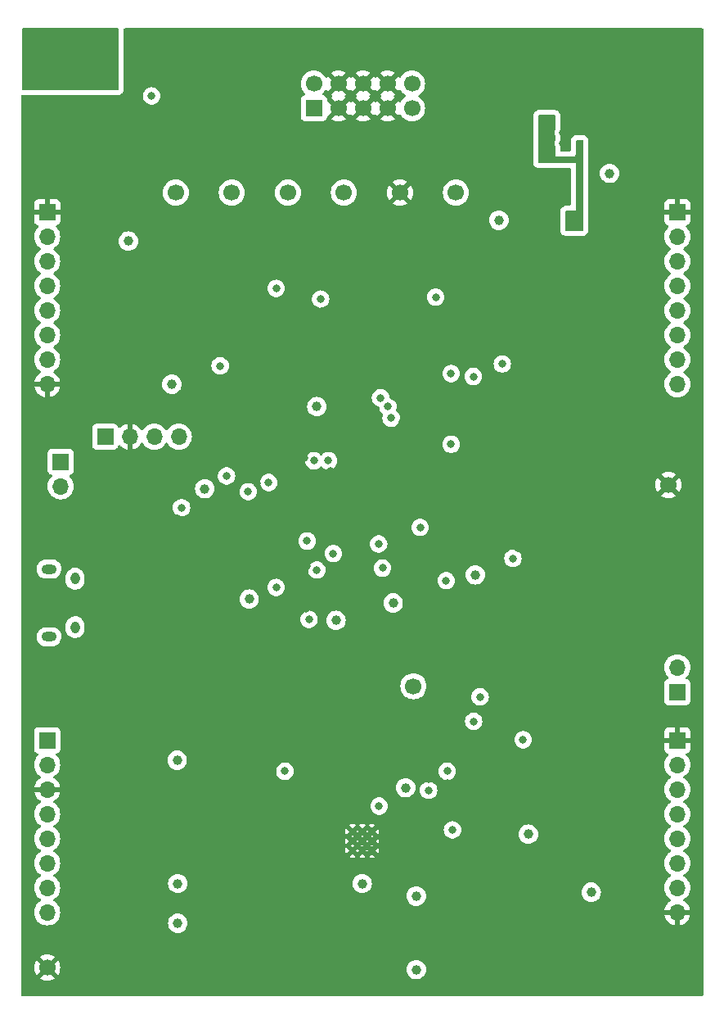
<source format=gbr>
%TF.GenerationSoftware,KiCad,Pcbnew,7.0.9*%
%TF.CreationDate,2024-02-04T10:52:35+00:00*%
%TF.ProjectId,QuadMod Components,51756164-4d6f-4642-9043-6f6d706f6e65,rev?*%
%TF.SameCoordinates,Original*%
%TF.FileFunction,Copper,L2,Inr*%
%TF.FilePolarity,Positive*%
%FSLAX46Y46*%
G04 Gerber Fmt 4.6, Leading zero omitted, Abs format (unit mm)*
G04 Created by KiCad (PCBNEW 7.0.9) date 2024-02-04 10:52:35*
%MOMM*%
%LPD*%
G01*
G04 APERTURE LIST*
%TA.AperFunction,ComponentPad*%
%ADD10C,1.700000*%
%TD*%
%TA.AperFunction,ComponentPad*%
%ADD11O,0.950000X1.250000*%
%TD*%
%TA.AperFunction,ComponentPad*%
%ADD12O,1.550000X1.000000*%
%TD*%
%TA.AperFunction,ComponentPad*%
%ADD13R,1.700000X1.700000*%
%TD*%
%TA.AperFunction,ComponentPad*%
%ADD14O,1.700000X1.700000*%
%TD*%
%TA.AperFunction,ComponentPad*%
%ADD15C,0.500000*%
%TD*%
%TA.AperFunction,ViaPad*%
%ADD16C,0.800000*%
%TD*%
%TA.AperFunction,ViaPad*%
%ADD17C,1.000000*%
%TD*%
G04 APERTURE END LIST*
D10*
%TO.N,-12V*%
%TO.C,TP3*%
X127600000Y-67000000D03*
%TD*%
D11*
%TO.N,*%
%TO.C,J6*%
X105585000Y-106900000D03*
X105585000Y-111900000D03*
D12*
X102885000Y-112900000D03*
%TO.N,unconnected-(J6-Shield-Pad6)*%
X102885000Y-105900000D03*
%TD*%
D10*
%TO.N,/-5V_REF*%
%TO.C,TP1*%
X133400000Y-67000000D03*
%TD*%
D13*
%TO.N,/-12V_IN*%
%TO.C,J5*%
X130300000Y-58275000D03*
D10*
X130300000Y-55735000D03*
%TO.N,GND*%
X132840000Y-58275000D03*
X132840000Y-55735000D03*
X135380000Y-58275000D03*
X135380000Y-55735000D03*
X137920000Y-58275000D03*
X137920000Y-55735000D03*
%TO.N,/+12V_IN*%
X140460000Y-58275000D03*
X140460000Y-55735000D03*
%TD*%
D13*
%TO.N,+3.3V*%
%TO.C,J7*%
X108700000Y-92200000D03*
D14*
%TO.N,GND*%
X111240000Y-92200000D03*
%TO.N,/SWIO*%
X113780000Y-92200000D03*
%TO.N,/SWCLK*%
X116320000Y-92200000D03*
%TD*%
D10*
%TO.N,GND*%
%TO.C,TP7*%
X167000000Y-97200000D03*
%TD*%
D13*
%TO.N,/Audio_Out3*%
%TO.C,J8*%
X167900000Y-118600000D03*
D14*
%TO.N,/Audio_Out4*%
X167900000Y-116060000D03*
%TD*%
D10*
%TO.N,GND*%
%TO.C,TP9*%
X102700000Y-147100000D03*
%TD*%
%TO.N,Net-(U2-NRST)*%
%TO.C,TP8*%
X140600000Y-118000000D03*
%TD*%
%TO.N,+3.3V*%
%TO.C,TP5*%
X145000000Y-67000000D03*
%TD*%
D15*
%TO.N,GND*%
%TO.C,U9*%
X136300000Y-133000000D03*
X135300000Y-133000000D03*
X134300000Y-133000000D03*
X136300000Y-134000000D03*
X135300000Y-134000000D03*
X134300000Y-134000000D03*
X136300000Y-135000000D03*
X135300000Y-135000000D03*
X134300000Y-135000000D03*
%TD*%
D13*
%TO.N,/Test_Out1*%
%TO.C,J9*%
X104100000Y-94800000D03*
D14*
%TO.N,/Test_Out2*%
X104100000Y-97340000D03*
%TD*%
D10*
%TO.N,+3.3VA*%
%TO.C,TP4*%
X116000000Y-67000000D03*
%TD*%
%TO.N,+12V*%
%TO.C,TP2*%
X121800000Y-67000000D03*
%TD*%
%TO.N,GND*%
%TO.C,TP6*%
X139200000Y-67000000D03*
%TD*%
D13*
%TO.N,GND*%
%TO.C,J2*%
X167900000Y-69000000D03*
D14*
%TO.N,/FX_FEEDBACK_CV*%
X167900000Y-71540000D03*
%TO.N,/FX_FEEDBACK_POT*%
X167900000Y-74080000D03*
%TO.N,/LFO_SPEED_POT*%
X167900000Y-76620000D03*
%TO.N,/LFO_SPEED_CV*%
X167900000Y-79160000D03*
%TO.N,/CLOCKED_LED*%
X167900000Y-81700000D03*
%TO.N,/DELAY_LED*%
X167900000Y-84240000D03*
%TO.N,/FX_LED*%
X167900000Y-86780000D03*
%TD*%
D13*
%TO.N,GND*%
%TO.C,J1*%
X102700000Y-69000000D03*
D14*
%TO.N,/LFO_BASEFREQ_CV*%
X102700000Y-71540000D03*
%TO.N,/LFO_BASEFREQ_POT*%
X102700000Y-74080000D03*
%TO.N,/DLY_FILTER_CV*%
X102700000Y-76620000D03*
%TO.N,/DLY_FILTER_POT*%
X102700000Y-79160000D03*
%TO.N,/DLY_TIME_POT*%
X102700000Y-81700000D03*
%TO.N,/DLY_TIME_CV*%
X102700000Y-84240000D03*
%TO.N,GND*%
X102700000Y-86780000D03*
%TD*%
D13*
%TO.N,/FX_TYPE*%
%TO.C,J3*%
X102700000Y-123600000D03*
D14*
%TO.N,/DLY_FEEDBACK*%
X102700000Y-126140000D03*
%TO.N,GND*%
X102700000Y-128680000D03*
%TO.N,/IN4*%
X102700000Y-131220000D03*
%TO.N,/IN3*%
X102700000Y-133760000D03*
%TO.N,/IN2*%
X102700000Y-136300000D03*
%TO.N,/IN1*%
X102700000Y-138840000D03*
%TO.N,+3.3VA*%
X102700000Y-141380000D03*
%TD*%
D13*
%TO.N,GND*%
%TO.C,J4*%
X167900000Y-123600000D03*
D14*
%TO.N,/LFO_RANGE*%
X167900000Y-126140000D03*
%TO.N,/DLY_MIX*%
X167900000Y-128680000D03*
%TO.N,+3.3VA*%
X167900000Y-131220000D03*
%TO.N,/FX_MIX*%
X167900000Y-133760000D03*
%TO.N,/OUT_AMP2*%
X167900000Y-136300000D03*
%TO.N,/OUT_AMP1*%
X167900000Y-138840000D03*
%TO.N,GND*%
X167900000Y-141380000D03*
%TD*%
D16*
%TO.N,GND*%
X147300000Y-88500000D03*
X117600000Y-138100000D03*
X137200000Y-94900000D03*
X101400000Y-59600000D03*
X141100000Y-99400000D03*
X137000000Y-86800000D03*
X159000000Y-135400000D03*
X162700000Y-80900000D03*
X148800000Y-100400000D03*
X163000000Y-133000000D03*
X145400000Y-107400000D03*
X110900000Y-131900000D03*
X138600000Y-142000000D03*
X148200000Y-81400000D03*
X108700000Y-102900000D03*
X140400000Y-120900000D03*
X148500000Y-118000000D03*
X108400000Y-107000000D03*
X163700000Y-62000000D03*
X143200000Y-87700000D03*
X154200000Y-101000000D03*
X148300000Y-94600000D03*
X135100000Y-126200000D03*
X158900000Y-133100000D03*
X131500000Y-140700000D03*
X131600000Y-71200000D03*
X131200000Y-97900000D03*
X131000000Y-121900000D03*
X108200000Y-68000000D03*
X125700000Y-118500000D03*
X135300000Y-142000000D03*
X110600000Y-141200000D03*
X119000000Y-122900000D03*
X159700000Y-123500000D03*
X122300000Y-76400000D03*
X148000000Y-84600000D03*
X154400000Y-142600000D03*
X150600000Y-137200000D03*
X122400000Y-92100000D03*
X165700000Y-80900000D03*
X122300000Y-79400000D03*
X129500000Y-90600000D03*
X159400000Y-80800000D03*
X109800000Y-70400000D03*
X140100000Y-113600000D03*
X138300000Y-126200000D03*
X112500000Y-72900000D03*
X112800000Y-106000000D03*
X168800000Y-51900000D03*
X134600000Y-94800000D03*
X119300000Y-113100000D03*
X132000000Y-95800000D03*
X158700000Y-129700000D03*
X110500000Y-120600000D03*
X162300000Y-70000000D03*
X143200000Y-113600000D03*
X154300000Y-88500000D03*
X144800000Y-83400000D03*
X164300000Y-113800000D03*
X133800000Y-106100000D03*
X129500000Y-110000000D03*
X166700000Y-59200000D03*
X144500000Y-138800000D03*
X104900000Y-135200000D03*
X125200000Y-98675000D03*
X127100000Y-131700000D03*
X122400000Y-88400000D03*
X146800000Y-120300000D03*
X162800000Y-87700000D03*
X129600000Y-105600000D03*
X146100000Y-87300000D03*
X101700000Y-101400000D03*
X151400000Y-103700000D03*
X131100000Y-79300000D03*
X151300000Y-125299982D03*
X131100000Y-103000000D03*
X154000000Y-104000000D03*
X116800000Y-70600000D03*
X154700000Y-80900000D03*
X105000000Y-76800000D03*
X139500000Y-90700000D03*
X105500000Y-83100000D03*
X125000000Y-65500000D03*
X109600000Y-145100000D03*
X152700000Y-64800000D03*
X154500000Y-133400000D03*
X141300000Y-104500000D03*
X142200000Y-146100000D03*
X148600000Y-108600000D03*
X105700000Y-120600000D03*
X166700000Y-62000000D03*
X155300000Y-125400000D03*
X152400000Y-107700000D03*
X159100000Y-141100000D03*
X156100000Y-60800000D03*
X138596120Y-106132040D03*
X146200000Y-142600000D03*
X148400000Y-105000000D03*
X142200000Y-127600000D03*
X125600000Y-111000000D03*
X144500000Y-88800000D03*
X127100000Y-70300000D03*
X117600000Y-129900000D03*
X112600000Y-51900000D03*
X156100000Y-61900000D03*
X169500000Y-105200000D03*
X116300000Y-103300000D03*
X121400000Y-107600000D03*
X131100000Y-76700000D03*
X169800000Y-130000000D03*
X127100000Y-128500000D03*
X156300000Y-56600000D03*
X102600000Y-91900000D03*
X127100000Y-138100000D03*
X169700000Y-83100000D03*
X114800000Y-129900000D03*
X133700000Y-113400000D03*
X157600000Y-142600000D03*
X116200000Y-100700000D03*
X142000000Y-123500000D03*
X162000000Y-135400000D03*
X155700000Y-64900000D03*
X135000000Y-120400000D03*
X150900000Y-88700000D03*
X127100000Y-134900000D03*
X139600000Y-146100000D03*
X155000000Y-148800000D03*
X115200000Y-89100000D03*
X104300000Y-110700000D03*
X132500000Y-86800000D03*
X121400000Y-106000000D03*
X124400000Y-97000000D03*
X134700000Y-87300000D03*
X139300000Y-78000000D03*
X120700000Y-70500000D03*
X108400000Y-118200000D03*
X121800000Y-83600000D03*
X102700000Y-61300000D03*
X121600000Y-72900000D03*
X144100000Y-128000000D03*
X169900000Y-85600000D03*
X127600000Y-87300000D03*
X121800000Y-110400000D03*
X110300000Y-136500000D03*
X147700000Y-71800000D03*
X117000000Y-148700000D03*
X127500000Y-92000000D03*
X150600000Y-81100000D03*
X155700000Y-66700000D03*
X120400000Y-59600000D03*
X162600000Y-126000000D03*
X109000000Y-112800000D03*
X105100000Y-116300000D03*
X142100000Y-140800000D03*
X165900000Y-87600000D03*
X122400000Y-113200000D03*
X138500000Y-88100000D03*
X159300000Y-87800000D03*
X123500000Y-121400000D03*
X114700000Y-138100000D03*
X141700000Y-113600000D03*
X135000000Y-149000000D03*
X135497212Y-102801195D03*
X141400000Y-94500000D03*
X111500000Y-68000000D03*
X158100000Y-113700000D03*
X116200000Y-129900000D03*
X109300000Y-78200000D03*
X109000000Y-83500000D03*
X129400000Y-85900000D03*
X131500000Y-113400000D03*
X150700000Y-55200000D03*
X159500000Y-69900000D03*
X100900000Y-83100000D03*
X142900000Y-85700000D03*
X116600000Y-83500000D03*
X163700000Y-59200000D03*
X121400000Y-104400000D03*
X152800000Y-142600000D03*
X163000000Y-101200000D03*
X117400000Y-78100000D03*
X118900000Y-61800000D03*
X129300000Y-94400000D03*
X122600000Y-141900000D03*
X150300000Y-65200000D03*
X134400000Y-99700000D03*
X123100000Y-126900000D03*
X133600000Y-89600000D03*
X117400000Y-59500000D03*
X131600000Y-125400000D03*
X116500000Y-110700000D03*
X110700000Y-127900000D03*
X113300000Y-100700000D03*
X162900000Y-104900000D03*
X108100000Y-123300000D03*
X136700000Y-126200000D03*
D17*
%TO.N,+3.3V*%
X123600000Y-109000000D03*
D16*
X144500000Y-93000000D03*
D17*
X130600000Y-89100000D03*
X139800000Y-128500000D03*
X149450000Y-69850000D03*
X115600000Y-86800000D03*
X147000000Y-106500000D03*
X132600000Y-111200000D03*
%TO.N,+3.3VA*%
X105100000Y-51000000D03*
X107100000Y-55500000D03*
X103100000Y-51000000D03*
X103100000Y-55500000D03*
X109100000Y-51000000D03*
X102100000Y-54200000D03*
D16*
X131000000Y-78000000D03*
D17*
X109100000Y-55500000D03*
X140900000Y-147300000D03*
X101100000Y-51000000D03*
X140900000Y-139700000D03*
X116200000Y-138400000D03*
X101100000Y-55500000D03*
X102100000Y-52400000D03*
X138500000Y-109400000D03*
X135300000Y-138400000D03*
X107100000Y-51000000D03*
X108100000Y-54200000D03*
X108100000Y-52400000D03*
X119000000Y-97599996D03*
%TO.N,+12V*%
X159000000Y-139300000D03*
X160900000Y-65000000D03*
%TO.N,-12V*%
X116148750Y-125651250D03*
X116200000Y-142500000D03*
X152500000Y-133300000D03*
X111100000Y-72000000D03*
D16*
%TO.N,/VSW*%
X157600000Y-70400000D03*
X157800000Y-63150000D03*
X157600000Y-69450000D03*
X154400000Y-60850000D03*
%TO.N,/-5V_REF*%
X121257497Y-96275000D03*
X113500000Y-57000000D03*
X142912500Y-77800000D03*
X126400000Y-76900000D03*
%TO.N,/DLY_TIME_POT*%
X120600000Y-84900000D03*
X137400000Y-105800000D03*
%TO.N,/DLY_FEEDBACK*%
X126400000Y-107800000D03*
X132300000Y-104300000D03*
%TO.N,/FX_MIX*%
X147500000Y-119100000D03*
X151950000Y-123550000D03*
%TO.N,/PDN*%
X150900000Y-104800000D03*
X141300000Y-101600002D03*
%TO.N,/Delay_Led_Out*%
X138300000Y-90300000D03*
X149800000Y-84700000D03*
%TO.N,/FX_Led_Out*%
X137968726Y-89100495D03*
X146800000Y-85999998D03*
%TO.N,/SAI1_SD_B*%
X127300000Y-126800000D03*
X137038864Y-130400000D03*
%TO.N,/SAI1_FS_A*%
X129800000Y-111100000D03*
X130600000Y-106000000D03*
%TO.N,/Delay_Time*%
X129600000Y-103000000D03*
X116600000Y-99553810D03*
%TO.N,/SAI2_SD_B*%
X142169432Y-128769432D03*
X144100000Y-126800000D03*
%TO.N,/USB_DM*%
X123500004Y-97900000D03*
X131800000Y-94700000D03*
%TO.N,/USB_DP*%
X130300000Y-94700000D03*
X125611969Y-96950000D03*
%TO.N,/SPI1_NSS*%
X146837500Y-121637500D03*
X144641475Y-132862509D03*
%TO.N,/SPI1_MOSI*%
X137000000Y-103300000D03*
X144000001Y-107099999D03*
%TO.N,/Clocked_Led_Out*%
X137200000Y-88200000D03*
X144500000Y-85700000D03*
%TD*%
%TA.AperFunction,Conductor*%
%TO.N,+3.3VA*%
G36*
X110043039Y-50020185D02*
G01*
X110088794Y-50072989D01*
X110100000Y-50124500D01*
X110100000Y-56276000D01*
X110080315Y-56343039D01*
X110027511Y-56388794D01*
X109976000Y-56400000D01*
X100224000Y-56400000D01*
X100156961Y-56380315D01*
X100111206Y-56327511D01*
X100100000Y-56276000D01*
X100100000Y-50124500D01*
X100119685Y-50057461D01*
X100172489Y-50011706D01*
X100224000Y-50000500D01*
X109976000Y-50000500D01*
X110043039Y-50020185D01*
G37*
%TD.AperFunction*%
%TD*%
%TA.AperFunction,Conductor*%
%TO.N,GND*%
G36*
X132380507Y-55944844D02*
G01*
X132458239Y-56065798D01*
X132566900Y-56159952D01*
X132697685Y-56219680D01*
X132707466Y-56221086D01*
X132078625Y-56849925D01*
X132155031Y-56903425D01*
X132198655Y-56958002D01*
X132205848Y-57027501D01*
X132174326Y-57089855D01*
X132155029Y-57106576D01*
X132078625Y-57160072D01*
X132707466Y-57788913D01*
X132697685Y-57790320D01*
X132566900Y-57850048D01*
X132458239Y-57944202D01*
X132380507Y-58065156D01*
X132356923Y-58145476D01*
X131686818Y-57475371D01*
X131653333Y-57414048D01*
X131650499Y-57387690D01*
X131650499Y-57377129D01*
X131650498Y-57377123D01*
X131650497Y-57377116D01*
X131644091Y-57317517D01*
X131593796Y-57182669D01*
X131593795Y-57182668D01*
X131593793Y-57182664D01*
X131507547Y-57067455D01*
X131507544Y-57067452D01*
X131392335Y-56981206D01*
X131392328Y-56981202D01*
X131260917Y-56932189D01*
X131204983Y-56890318D01*
X131180566Y-56824853D01*
X131195418Y-56756580D01*
X131216563Y-56728332D01*
X131338495Y-56606401D01*
X131468732Y-56420403D01*
X131523307Y-56376780D01*
X131592805Y-56369586D01*
X131655160Y-56401109D01*
X131671880Y-56420405D01*
X131725073Y-56496373D01*
X132356923Y-55864523D01*
X132380507Y-55944844D01*
G37*
%TD.AperFunction*%
%TA.AperFunction,Conductor*%
G36*
X137460507Y-55944844D02*
G01*
X137538239Y-56065798D01*
X137646900Y-56159952D01*
X137777685Y-56219680D01*
X137787466Y-56221086D01*
X137158625Y-56849925D01*
X137235031Y-56903425D01*
X137278655Y-56958002D01*
X137285848Y-57027501D01*
X137254326Y-57089855D01*
X137235029Y-57106576D01*
X137158625Y-57160072D01*
X137787466Y-57788913D01*
X137777685Y-57790320D01*
X137646900Y-57850048D01*
X137538239Y-57944202D01*
X137460507Y-58065156D01*
X137436923Y-58145476D01*
X136805072Y-57513625D01*
X136805072Y-57513626D01*
X136751574Y-57590030D01*
X136696998Y-57633655D01*
X136627499Y-57640849D01*
X136565144Y-57609326D01*
X136548424Y-57590030D01*
X136494925Y-57513626D01*
X136494925Y-57513625D01*
X135863076Y-58145475D01*
X135839493Y-58065156D01*
X135761761Y-57944202D01*
X135653100Y-57850048D01*
X135522315Y-57790320D01*
X135512533Y-57788913D01*
X136141373Y-57160073D01*
X136064969Y-57106576D01*
X136021344Y-57051999D01*
X136014150Y-56982501D01*
X136045672Y-56920146D01*
X136064968Y-56903425D01*
X136141373Y-56849925D01*
X135512533Y-56221086D01*
X135522315Y-56219680D01*
X135653100Y-56159952D01*
X135761761Y-56065798D01*
X135839493Y-55944844D01*
X135863076Y-55864524D01*
X136494925Y-56496373D01*
X136548425Y-56419968D01*
X136603002Y-56376344D01*
X136672501Y-56369151D01*
X136734855Y-56400673D01*
X136751576Y-56419969D01*
X136805073Y-56496372D01*
X137436922Y-55864523D01*
X137460507Y-55944844D01*
G37*
%TD.AperFunction*%
%TA.AperFunction,Conductor*%
G36*
X134920507Y-55944844D02*
G01*
X134998239Y-56065798D01*
X135106900Y-56159952D01*
X135237685Y-56219680D01*
X135247466Y-56221086D01*
X134618625Y-56849925D01*
X134695031Y-56903425D01*
X134738655Y-56958002D01*
X134745848Y-57027501D01*
X134714326Y-57089855D01*
X134695029Y-57106576D01*
X134618625Y-57160072D01*
X135247466Y-57788913D01*
X135237685Y-57790320D01*
X135106900Y-57850048D01*
X134998239Y-57944202D01*
X134920507Y-58065156D01*
X134896923Y-58145475D01*
X134265073Y-57513625D01*
X134265072Y-57513626D01*
X134211574Y-57590030D01*
X134156998Y-57633655D01*
X134087499Y-57640849D01*
X134025144Y-57609326D01*
X134008424Y-57590030D01*
X133954925Y-57513626D01*
X133954925Y-57513625D01*
X133323076Y-58145475D01*
X133299493Y-58065156D01*
X133221761Y-57944202D01*
X133113100Y-57850048D01*
X132982315Y-57790320D01*
X132972533Y-57788913D01*
X133601373Y-57160073D01*
X133524969Y-57106576D01*
X133481344Y-57051999D01*
X133474150Y-56982501D01*
X133505672Y-56920146D01*
X133524968Y-56903425D01*
X133601373Y-56849925D01*
X132972533Y-56221086D01*
X132982315Y-56219680D01*
X133113100Y-56159952D01*
X133221761Y-56065798D01*
X133299493Y-55944844D01*
X133323076Y-55864524D01*
X133954925Y-56496373D01*
X134008425Y-56419968D01*
X134063002Y-56376344D01*
X134132501Y-56369151D01*
X134194855Y-56400673D01*
X134211576Y-56419969D01*
X134265073Y-56496372D01*
X134896922Y-55864523D01*
X134920507Y-55944844D01*
G37*
%TD.AperFunction*%
%TA.AperFunction,Conductor*%
G36*
X139034925Y-56496373D02*
G01*
X139088119Y-56420405D01*
X139142696Y-56376781D01*
X139212195Y-56369588D01*
X139274549Y-56401110D01*
X139291269Y-56420405D01*
X139304180Y-56438844D01*
X139421505Y-56606401D01*
X139421506Y-56606402D01*
X139588597Y-56773493D01*
X139588603Y-56773498D01*
X139774158Y-56903425D01*
X139817783Y-56958002D01*
X139824977Y-57027500D01*
X139793454Y-57089855D01*
X139774158Y-57106575D01*
X139588597Y-57236505D01*
X139421505Y-57403597D01*
X139291269Y-57589595D01*
X139236692Y-57633220D01*
X139167194Y-57640414D01*
X139104839Y-57608891D01*
X139088119Y-57589595D01*
X139034925Y-57513626D01*
X139034925Y-57513625D01*
X138403076Y-58145475D01*
X138379493Y-58065156D01*
X138301761Y-57944202D01*
X138193100Y-57850048D01*
X138062315Y-57790320D01*
X138052533Y-57788913D01*
X138681373Y-57160073D01*
X138604969Y-57106576D01*
X138561344Y-57051999D01*
X138554150Y-56982501D01*
X138585672Y-56920146D01*
X138604968Y-56903425D01*
X138681373Y-56849925D01*
X138052533Y-56221086D01*
X138062315Y-56219680D01*
X138193100Y-56159952D01*
X138301761Y-56065798D01*
X138379493Y-55944844D01*
X138403076Y-55864524D01*
X139034925Y-56496373D01*
G37*
%TD.AperFunction*%
%TA.AperFunction,Conductor*%
G36*
X170542539Y-50020185D02*
G01*
X170588294Y-50072989D01*
X170599500Y-50124500D01*
X170599500Y-149875500D01*
X170579815Y-149942539D01*
X170527011Y-149988294D01*
X170475500Y-149999500D01*
X100124500Y-149999500D01*
X100057461Y-149979815D01*
X100011706Y-149927011D01*
X100000500Y-149875500D01*
X100000500Y-147100001D01*
X101344843Y-147100001D01*
X101365430Y-147335315D01*
X101365432Y-147335326D01*
X101426566Y-147563483D01*
X101426570Y-147563492D01*
X101526400Y-147777579D01*
X101526402Y-147777583D01*
X101585072Y-147861373D01*
X101585073Y-147861373D01*
X102216923Y-147229523D01*
X102240507Y-147309844D01*
X102318239Y-147430798D01*
X102426900Y-147524952D01*
X102557685Y-147584680D01*
X102567466Y-147586086D01*
X101938625Y-148214925D01*
X102022421Y-148273599D01*
X102236507Y-148373429D01*
X102236516Y-148373433D01*
X102464673Y-148434567D01*
X102464684Y-148434569D01*
X102699998Y-148455157D01*
X102700002Y-148455157D01*
X102935315Y-148434569D01*
X102935326Y-148434567D01*
X103163483Y-148373433D01*
X103163492Y-148373429D01*
X103377578Y-148273600D01*
X103377582Y-148273598D01*
X103461373Y-148214926D01*
X103461373Y-148214925D01*
X102832533Y-147586086D01*
X102842315Y-147584680D01*
X102973100Y-147524952D01*
X103081761Y-147430798D01*
X103159493Y-147309844D01*
X103183076Y-147229524D01*
X103814925Y-147861373D01*
X103814926Y-147861373D01*
X103873598Y-147777582D01*
X103873600Y-147777578D01*
X103973429Y-147563492D01*
X103973433Y-147563483D01*
X104034567Y-147335326D01*
X104034569Y-147335315D01*
X104037659Y-147300000D01*
X139894659Y-147300000D01*
X139913975Y-147496129D01*
X139971188Y-147684733D01*
X140064086Y-147858532D01*
X140064090Y-147858539D01*
X140189116Y-148010883D01*
X140341460Y-148135909D01*
X140341467Y-148135913D01*
X140515266Y-148228811D01*
X140515269Y-148228811D01*
X140515273Y-148228814D01*
X140703868Y-148286024D01*
X140900000Y-148305341D01*
X141096132Y-148286024D01*
X141284727Y-148228814D01*
X141310712Y-148214925D01*
X141458532Y-148135913D01*
X141458538Y-148135910D01*
X141610883Y-148010883D01*
X141735910Y-147858538D01*
X141828814Y-147684727D01*
X141886024Y-147496132D01*
X141905341Y-147300000D01*
X141886024Y-147103868D01*
X141828814Y-146915273D01*
X141828811Y-146915269D01*
X141828811Y-146915266D01*
X141735913Y-146741467D01*
X141735909Y-146741460D01*
X141610883Y-146589116D01*
X141458539Y-146464090D01*
X141458532Y-146464086D01*
X141284733Y-146371188D01*
X141284727Y-146371186D01*
X141096132Y-146313976D01*
X141096129Y-146313975D01*
X140900000Y-146294659D01*
X140703870Y-146313975D01*
X140515266Y-146371188D01*
X140341467Y-146464086D01*
X140341460Y-146464090D01*
X140189116Y-146589116D01*
X140064090Y-146741460D01*
X140064086Y-146741467D01*
X139971188Y-146915266D01*
X139913975Y-147103870D01*
X139894659Y-147300000D01*
X104037659Y-147300000D01*
X104055157Y-147100001D01*
X104055157Y-147099998D01*
X104034569Y-146864684D01*
X104034567Y-146864673D01*
X103973433Y-146636516D01*
X103973429Y-146636507D01*
X103873600Y-146422423D01*
X103873599Y-146422421D01*
X103814925Y-146338626D01*
X103814925Y-146338625D01*
X103183076Y-146970475D01*
X103159493Y-146890156D01*
X103081761Y-146769202D01*
X102973100Y-146675048D01*
X102842315Y-146615320D01*
X102832533Y-146613913D01*
X103461373Y-145985073D01*
X103461373Y-145985072D01*
X103377583Y-145926402D01*
X103377579Y-145926400D01*
X103163492Y-145826570D01*
X103163483Y-145826566D01*
X102935326Y-145765432D01*
X102935315Y-145765430D01*
X102700002Y-145744843D01*
X102699998Y-145744843D01*
X102464684Y-145765430D01*
X102464673Y-145765432D01*
X102236516Y-145826566D01*
X102236507Y-145826570D01*
X102022419Y-145926401D01*
X101938625Y-145985072D01*
X102567466Y-146613913D01*
X102557685Y-146615320D01*
X102426900Y-146675048D01*
X102318239Y-146769202D01*
X102240507Y-146890156D01*
X102216923Y-146970476D01*
X101585072Y-146338625D01*
X101526401Y-146422419D01*
X101426570Y-146636507D01*
X101426566Y-146636516D01*
X101365432Y-146864673D01*
X101365430Y-146864684D01*
X101344843Y-147099998D01*
X101344843Y-147100001D01*
X100000500Y-147100001D01*
X100000500Y-141380000D01*
X101344341Y-141380000D01*
X101364936Y-141615403D01*
X101364938Y-141615413D01*
X101426094Y-141843655D01*
X101426096Y-141843659D01*
X101426097Y-141843663D01*
X101471701Y-141941460D01*
X101525965Y-142057830D01*
X101525967Y-142057834D01*
X101566182Y-142115266D01*
X101661505Y-142251401D01*
X101828599Y-142418495D01*
X101925384Y-142486265D01*
X102022165Y-142554032D01*
X102022167Y-142554033D01*
X102022170Y-142554035D01*
X102236337Y-142653903D01*
X102464592Y-142715063D01*
X102652918Y-142731539D01*
X102699999Y-142735659D01*
X102700000Y-142735659D01*
X102700001Y-142735659D01*
X102739234Y-142732226D01*
X102935408Y-142715063D01*
X103163663Y-142653903D01*
X103377830Y-142554035D01*
X103455000Y-142500000D01*
X115194659Y-142500000D01*
X115213975Y-142696129D01*
X115271188Y-142884733D01*
X115364086Y-143058532D01*
X115364090Y-143058539D01*
X115489116Y-143210883D01*
X115641460Y-143335909D01*
X115641467Y-143335913D01*
X115815266Y-143428811D01*
X115815269Y-143428811D01*
X115815273Y-143428814D01*
X116003868Y-143486024D01*
X116200000Y-143505341D01*
X116396132Y-143486024D01*
X116584727Y-143428814D01*
X116758538Y-143335910D01*
X116910883Y-143210883D01*
X117035910Y-143058538D01*
X117128814Y-142884727D01*
X117186024Y-142696132D01*
X117205341Y-142500000D01*
X117186024Y-142303868D01*
X117128814Y-142115273D01*
X117128811Y-142115269D01*
X117128811Y-142115266D01*
X117035913Y-141941467D01*
X117035909Y-141941460D01*
X116910883Y-141789116D01*
X116758539Y-141664090D01*
X116758532Y-141664086D01*
X116584733Y-141571188D01*
X116584727Y-141571186D01*
X116396132Y-141513976D01*
X116396129Y-141513975D01*
X116200000Y-141494659D01*
X116003870Y-141513975D01*
X115815266Y-141571188D01*
X115641467Y-141664086D01*
X115641460Y-141664090D01*
X115489116Y-141789116D01*
X115364090Y-141941460D01*
X115364086Y-141941467D01*
X115271188Y-142115266D01*
X115213975Y-142303870D01*
X115194659Y-142500000D01*
X103455000Y-142500000D01*
X103571401Y-142418495D01*
X103738495Y-142251401D01*
X103874035Y-142057830D01*
X103973903Y-141843663D01*
X104035063Y-141615408D01*
X104055659Y-141380000D01*
X104035063Y-141144592D01*
X103973903Y-140916337D01*
X103874035Y-140702171D01*
X103757621Y-140535913D01*
X103738494Y-140508597D01*
X103571402Y-140341506D01*
X103571396Y-140341501D01*
X103385842Y-140211575D01*
X103342217Y-140156998D01*
X103335023Y-140087500D01*
X103366546Y-140025145D01*
X103385842Y-140008425D01*
X103408026Y-139992891D01*
X103571401Y-139878495D01*
X103738495Y-139711401D01*
X103746478Y-139700000D01*
X139894659Y-139700000D01*
X139913975Y-139896129D01*
X139971188Y-140084733D01*
X140064086Y-140258532D01*
X140064090Y-140258539D01*
X140189116Y-140410883D01*
X140341460Y-140535909D01*
X140341467Y-140535913D01*
X140515266Y-140628811D01*
X140515269Y-140628811D01*
X140515273Y-140628814D01*
X140703868Y-140686024D01*
X140900000Y-140705341D01*
X141096132Y-140686024D01*
X141284727Y-140628814D01*
X141458538Y-140535910D01*
X141610883Y-140410883D01*
X141735910Y-140258538D01*
X141790184Y-140156998D01*
X141828811Y-140084733D01*
X141828811Y-140084732D01*
X141828814Y-140084727D01*
X141886024Y-139896132D01*
X141905341Y-139700000D01*
X141886024Y-139503868D01*
X141828814Y-139315273D01*
X141828811Y-139315269D01*
X141828811Y-139315266D01*
X141820651Y-139300000D01*
X157994659Y-139300000D01*
X158013975Y-139496129D01*
X158071188Y-139684733D01*
X158164086Y-139858532D01*
X158164090Y-139858539D01*
X158289116Y-140010883D01*
X158441460Y-140135909D01*
X158441467Y-140135913D01*
X158615266Y-140228811D01*
X158615269Y-140228811D01*
X158615273Y-140228814D01*
X158803868Y-140286024D01*
X159000000Y-140305341D01*
X159196132Y-140286024D01*
X159384727Y-140228814D01*
X159416409Y-140211880D01*
X159558532Y-140135913D01*
X159558538Y-140135910D01*
X159710883Y-140010883D01*
X159835910Y-139858538D01*
X159914556Y-139711402D01*
X159928811Y-139684733D01*
X159928811Y-139684732D01*
X159928814Y-139684727D01*
X159986024Y-139496132D01*
X160005341Y-139300000D01*
X159986024Y-139103868D01*
X159928814Y-138915273D01*
X159928811Y-138915269D01*
X159928811Y-138915266D01*
X159888580Y-138840000D01*
X166544341Y-138840000D01*
X166564936Y-139075403D01*
X166564938Y-139075413D01*
X166626094Y-139303655D01*
X166626096Y-139303659D01*
X166626097Y-139303663D01*
X166715846Y-139496129D01*
X166725965Y-139517830D01*
X166725967Y-139517834D01*
X166861501Y-139711395D01*
X166861506Y-139711402D01*
X167028597Y-139878493D01*
X167028603Y-139878498D01*
X167214594Y-140008730D01*
X167258219Y-140063307D01*
X167265413Y-140132805D01*
X167233890Y-140195160D01*
X167214595Y-140211880D01*
X167028922Y-140341890D01*
X167028920Y-140341891D01*
X166861891Y-140508920D01*
X166861886Y-140508926D01*
X166726400Y-140702420D01*
X166726399Y-140702422D01*
X166626570Y-140916507D01*
X166626567Y-140916513D01*
X166569364Y-141129999D01*
X166569364Y-141130000D01*
X167466314Y-141130000D01*
X167440507Y-141170156D01*
X167400000Y-141308111D01*
X167400000Y-141451889D01*
X167440507Y-141589844D01*
X167466314Y-141630000D01*
X166569364Y-141630000D01*
X166626567Y-141843486D01*
X166626570Y-141843492D01*
X166726399Y-142057578D01*
X166861894Y-142251082D01*
X167028917Y-142418105D01*
X167222421Y-142553600D01*
X167436507Y-142653429D01*
X167436516Y-142653433D01*
X167650000Y-142710634D01*
X167650000Y-141815501D01*
X167757685Y-141864680D01*
X167864237Y-141880000D01*
X167935763Y-141880000D01*
X168042315Y-141864680D01*
X168150000Y-141815501D01*
X168150000Y-142710633D01*
X168363483Y-142653433D01*
X168363492Y-142653429D01*
X168577578Y-142553600D01*
X168771082Y-142418105D01*
X168938105Y-142251082D01*
X169073600Y-142057578D01*
X169173429Y-141843492D01*
X169173432Y-141843486D01*
X169230636Y-141630000D01*
X168333686Y-141630000D01*
X168359493Y-141589844D01*
X168400000Y-141451889D01*
X168400000Y-141308111D01*
X168359493Y-141170156D01*
X168333686Y-141130000D01*
X169230636Y-141130000D01*
X169230635Y-141129999D01*
X169173432Y-140916513D01*
X169173429Y-140916507D01*
X169073600Y-140702422D01*
X169073599Y-140702420D01*
X168938113Y-140508926D01*
X168938108Y-140508920D01*
X168771078Y-140341890D01*
X168585405Y-140211879D01*
X168541780Y-140157302D01*
X168534588Y-140087804D01*
X168566110Y-140025449D01*
X168585406Y-140008730D01*
X168585842Y-140008425D01*
X168771401Y-139878495D01*
X168938495Y-139711401D01*
X169074035Y-139517830D01*
X169173903Y-139303663D01*
X169235063Y-139075408D01*
X169255659Y-138840000D01*
X169235063Y-138604592D01*
X169173903Y-138376337D01*
X169074035Y-138162171D01*
X168971177Y-138015273D01*
X168938494Y-137968597D01*
X168771402Y-137801506D01*
X168771396Y-137801501D01*
X168585842Y-137671575D01*
X168542217Y-137616998D01*
X168535023Y-137547500D01*
X168566546Y-137485145D01*
X168585842Y-137468425D01*
X168663604Y-137413975D01*
X168771401Y-137338495D01*
X168938495Y-137171401D01*
X169074035Y-136977830D01*
X169173903Y-136763663D01*
X169235063Y-136535408D01*
X169255659Y-136300000D01*
X169235063Y-136064592D01*
X169173903Y-135836337D01*
X169074035Y-135622171D01*
X168938495Y-135428599D01*
X168938494Y-135428597D01*
X168771402Y-135261506D01*
X168771396Y-135261501D01*
X168585842Y-135131575D01*
X168542217Y-135076998D01*
X168535023Y-135007500D01*
X168566546Y-134945145D01*
X168585842Y-134928425D01*
X168723468Y-134832058D01*
X168771401Y-134798495D01*
X168938495Y-134631401D01*
X169074035Y-134437830D01*
X169173903Y-134223663D01*
X169235063Y-133995408D01*
X169255659Y-133760000D01*
X169235063Y-133524592D01*
X169182042Y-133326713D01*
X169173905Y-133296344D01*
X169173904Y-133296343D01*
X169173903Y-133296337D01*
X169074035Y-133082171D01*
X169052047Y-133050768D01*
X168938494Y-132888597D01*
X168771402Y-132721506D01*
X168771396Y-132721501D01*
X168585842Y-132591575D01*
X168542217Y-132536998D01*
X168535023Y-132467500D01*
X168566546Y-132405145D01*
X168585842Y-132388425D01*
X168668863Y-132330293D01*
X168771401Y-132258495D01*
X168938495Y-132091401D01*
X169074035Y-131897830D01*
X169173903Y-131683663D01*
X169235063Y-131455408D01*
X169255659Y-131220000D01*
X169235063Y-130984592D01*
X169173903Y-130756337D01*
X169074035Y-130542171D01*
X168974487Y-130400000D01*
X168938494Y-130348597D01*
X168771402Y-130181506D01*
X168771396Y-130181501D01*
X168585842Y-130051575D01*
X168542217Y-129996998D01*
X168535023Y-129927500D01*
X168566546Y-129865145D01*
X168585842Y-129848425D01*
X168608026Y-129832891D01*
X168771401Y-129718495D01*
X168938495Y-129551401D01*
X169074035Y-129357830D01*
X169173903Y-129143663D01*
X169235063Y-128915408D01*
X169255659Y-128680000D01*
X169235063Y-128444592D01*
X169179498Y-128237217D01*
X169173905Y-128216344D01*
X169173904Y-128216343D01*
X169173903Y-128216337D01*
X169074035Y-128002171D01*
X169031527Y-127941462D01*
X168938494Y-127808597D01*
X168771402Y-127641506D01*
X168771396Y-127641501D01*
X168585842Y-127511575D01*
X168542217Y-127456998D01*
X168535023Y-127387500D01*
X168566546Y-127325145D01*
X168585842Y-127308425D01*
X168608026Y-127292891D01*
X168771401Y-127178495D01*
X168938495Y-127011401D01*
X169074035Y-126817830D01*
X169173903Y-126603663D01*
X169235063Y-126375408D01*
X169255659Y-126140000D01*
X169235063Y-125904592D01*
X169173903Y-125676337D01*
X169074035Y-125462171D01*
X169069096Y-125455118D01*
X168938496Y-125268600D01*
X168936412Y-125266516D01*
X168816179Y-125146283D01*
X168782696Y-125084963D01*
X168787680Y-125015271D01*
X168829551Y-124959337D01*
X168860529Y-124942422D01*
X168992086Y-124893354D01*
X168992093Y-124893350D01*
X169107187Y-124807190D01*
X169107190Y-124807187D01*
X169193350Y-124692093D01*
X169193354Y-124692086D01*
X169243596Y-124557379D01*
X169243598Y-124557372D01*
X169249999Y-124497844D01*
X169250000Y-124497827D01*
X169250000Y-123850000D01*
X168333686Y-123850000D01*
X168359493Y-123809844D01*
X168400000Y-123671889D01*
X168400000Y-123528111D01*
X168359493Y-123390156D01*
X168333686Y-123350000D01*
X169250000Y-123350000D01*
X169250000Y-122702172D01*
X169249999Y-122702155D01*
X169243598Y-122642627D01*
X169243596Y-122642620D01*
X169193354Y-122507913D01*
X169193350Y-122507906D01*
X169107190Y-122392812D01*
X169107187Y-122392809D01*
X168992093Y-122306649D01*
X168992086Y-122306645D01*
X168857379Y-122256403D01*
X168857372Y-122256401D01*
X168797844Y-122250000D01*
X168150000Y-122250000D01*
X168150000Y-123164498D01*
X168042315Y-123115320D01*
X167935763Y-123100000D01*
X167864237Y-123100000D01*
X167757685Y-123115320D01*
X167650000Y-123164498D01*
X167650000Y-122250000D01*
X167002155Y-122250000D01*
X166942627Y-122256401D01*
X166942620Y-122256403D01*
X166807913Y-122306645D01*
X166807906Y-122306649D01*
X166692812Y-122392809D01*
X166692809Y-122392812D01*
X166606649Y-122507906D01*
X166606645Y-122507913D01*
X166556403Y-122642620D01*
X166556401Y-122642627D01*
X166550000Y-122702155D01*
X166550000Y-123350000D01*
X167466314Y-123350000D01*
X167440507Y-123390156D01*
X167400000Y-123528111D01*
X167400000Y-123671889D01*
X167440507Y-123809844D01*
X167466314Y-123850000D01*
X166550000Y-123850000D01*
X166550000Y-124497844D01*
X166556401Y-124557372D01*
X166556403Y-124557379D01*
X166606645Y-124692086D01*
X166606649Y-124692093D01*
X166692809Y-124807187D01*
X166692812Y-124807190D01*
X166807906Y-124893350D01*
X166807913Y-124893354D01*
X166939470Y-124942421D01*
X166995403Y-124984292D01*
X167019821Y-125049756D01*
X167004970Y-125118029D01*
X166983819Y-125146284D01*
X166861503Y-125268600D01*
X166725965Y-125462169D01*
X166725964Y-125462171D01*
X166626098Y-125676335D01*
X166626094Y-125676344D01*
X166564938Y-125904586D01*
X166564936Y-125904596D01*
X166544341Y-126139999D01*
X166544341Y-126140000D01*
X166564936Y-126375403D01*
X166564938Y-126375413D01*
X166626094Y-126603655D01*
X166626096Y-126603659D01*
X166626097Y-126603663D01*
X166650778Y-126656591D01*
X166725965Y-126817830D01*
X166725967Y-126817834D01*
X166861501Y-127011395D01*
X166861506Y-127011402D01*
X167028597Y-127178493D01*
X167028603Y-127178498D01*
X167214158Y-127308425D01*
X167257783Y-127363002D01*
X167264977Y-127432500D01*
X167233454Y-127494855D01*
X167214158Y-127511575D01*
X167028597Y-127641505D01*
X166861505Y-127808597D01*
X166725965Y-128002169D01*
X166725964Y-128002171D01*
X166626098Y-128216335D01*
X166626094Y-128216344D01*
X166564938Y-128444586D01*
X166564936Y-128444596D01*
X166544341Y-128679999D01*
X166544341Y-128680000D01*
X166564936Y-128915403D01*
X166564938Y-128915413D01*
X166626094Y-129143655D01*
X166626096Y-129143659D01*
X166626097Y-129143663D01*
X166699766Y-129301646D01*
X166725965Y-129357830D01*
X166725967Y-129357834D01*
X166861501Y-129551395D01*
X166861506Y-129551402D01*
X167028597Y-129718493D01*
X167028603Y-129718498D01*
X167214158Y-129848425D01*
X167257783Y-129903002D01*
X167264977Y-129972500D01*
X167233454Y-130034855D01*
X167214158Y-130051575D01*
X167028597Y-130181505D01*
X166861505Y-130348597D01*
X166725965Y-130542169D01*
X166725964Y-130542171D01*
X166626098Y-130756335D01*
X166626094Y-130756344D01*
X166564938Y-130984586D01*
X166564936Y-130984596D01*
X166544341Y-131219999D01*
X166544341Y-131220000D01*
X166564936Y-131455403D01*
X166564938Y-131455413D01*
X166626094Y-131683655D01*
X166626096Y-131683659D01*
X166626097Y-131683663D01*
X166725965Y-131897830D01*
X166725967Y-131897834D01*
X166834281Y-132052521D01*
X166852371Y-132078357D01*
X166861501Y-132091395D01*
X166861506Y-132091402D01*
X167028597Y-132258493D01*
X167028603Y-132258498D01*
X167214158Y-132388425D01*
X167257783Y-132443002D01*
X167264977Y-132512500D01*
X167233454Y-132574855D01*
X167214158Y-132591575D01*
X167028597Y-132721505D01*
X166861505Y-132888597D01*
X166725965Y-133082169D01*
X166725964Y-133082171D01*
X166626098Y-133296335D01*
X166626094Y-133296344D01*
X166564938Y-133524586D01*
X166564936Y-133524596D01*
X166544341Y-133759999D01*
X166544341Y-133760000D01*
X166564936Y-133995403D01*
X166564938Y-133995413D01*
X166626094Y-134223655D01*
X166626096Y-134223659D01*
X166626097Y-134223663D01*
X166674150Y-134326713D01*
X166725965Y-134437830D01*
X166725967Y-134437834D01*
X166861501Y-134631395D01*
X166861506Y-134631402D01*
X167028597Y-134798493D01*
X167028603Y-134798498D01*
X167214158Y-134928425D01*
X167257783Y-134983002D01*
X167264977Y-135052500D01*
X167233454Y-135114855D01*
X167214158Y-135131575D01*
X167028597Y-135261505D01*
X166861505Y-135428597D01*
X166725965Y-135622169D01*
X166725964Y-135622171D01*
X166626098Y-135836335D01*
X166626094Y-135836344D01*
X166564938Y-136064586D01*
X166564936Y-136064596D01*
X166544341Y-136299999D01*
X166544341Y-136300000D01*
X166564936Y-136535403D01*
X166564938Y-136535413D01*
X166626094Y-136763655D01*
X166626096Y-136763659D01*
X166626097Y-136763663D01*
X166725965Y-136977830D01*
X166725967Y-136977834D01*
X166861501Y-137171395D01*
X166861506Y-137171402D01*
X167028597Y-137338493D01*
X167028603Y-137338498D01*
X167214158Y-137468425D01*
X167257783Y-137523002D01*
X167264977Y-137592500D01*
X167233454Y-137654855D01*
X167214158Y-137671575D01*
X167028597Y-137801505D01*
X166861505Y-137968597D01*
X166725965Y-138162169D01*
X166725964Y-138162171D01*
X166626098Y-138376335D01*
X166626094Y-138376344D01*
X166564938Y-138604586D01*
X166564936Y-138604596D01*
X166544341Y-138839999D01*
X166544341Y-138840000D01*
X159888580Y-138840000D01*
X159835913Y-138741467D01*
X159835909Y-138741460D01*
X159710883Y-138589116D01*
X159558539Y-138464090D01*
X159558532Y-138464086D01*
X159384733Y-138371188D01*
X159384727Y-138371186D01*
X159196132Y-138313976D01*
X159196129Y-138313975D01*
X159000000Y-138294659D01*
X158803870Y-138313975D01*
X158615266Y-138371188D01*
X158441467Y-138464086D01*
X158441460Y-138464090D01*
X158289116Y-138589116D01*
X158164090Y-138741460D01*
X158164086Y-138741467D01*
X158071188Y-138915266D01*
X158013975Y-139103870D01*
X157994659Y-139300000D01*
X141820651Y-139300000D01*
X141735913Y-139141467D01*
X141735909Y-139141460D01*
X141610883Y-138989116D01*
X141458539Y-138864090D01*
X141458532Y-138864086D01*
X141284733Y-138771188D01*
X141284727Y-138771186D01*
X141096132Y-138713976D01*
X141096129Y-138713975D01*
X140900000Y-138694659D01*
X140703870Y-138713975D01*
X140515266Y-138771188D01*
X140341467Y-138864086D01*
X140341460Y-138864090D01*
X140189116Y-138989116D01*
X140064090Y-139141460D01*
X140064086Y-139141467D01*
X139971188Y-139315266D01*
X139913975Y-139503870D01*
X139894659Y-139700000D01*
X103746478Y-139700000D01*
X103874035Y-139517830D01*
X103973903Y-139303663D01*
X104035063Y-139075408D01*
X104055659Y-138840000D01*
X104035063Y-138604592D01*
X103980243Y-138400000D01*
X115194659Y-138400000D01*
X115213975Y-138596129D01*
X115233046Y-138658997D01*
X115267078Y-138771186D01*
X115271188Y-138784733D01*
X115364086Y-138958532D01*
X115364090Y-138958539D01*
X115489116Y-139110883D01*
X115641460Y-139235909D01*
X115641467Y-139235913D01*
X115815266Y-139328811D01*
X115815269Y-139328811D01*
X115815273Y-139328814D01*
X116003868Y-139386024D01*
X116200000Y-139405341D01*
X116396132Y-139386024D01*
X116584727Y-139328814D01*
X116610061Y-139315273D01*
X116758532Y-139235913D01*
X116758538Y-139235910D01*
X116910883Y-139110883D01*
X117035910Y-138958538D01*
X117099270Y-138840000D01*
X117128811Y-138784733D01*
X117128811Y-138784732D01*
X117128814Y-138784727D01*
X117186024Y-138596132D01*
X117205341Y-138400000D01*
X134294659Y-138400000D01*
X134313975Y-138596129D01*
X134333046Y-138658997D01*
X134367078Y-138771186D01*
X134371188Y-138784733D01*
X134464086Y-138958532D01*
X134464090Y-138958539D01*
X134589116Y-139110883D01*
X134741460Y-139235909D01*
X134741467Y-139235913D01*
X134915266Y-139328811D01*
X134915269Y-139328811D01*
X134915273Y-139328814D01*
X135103868Y-139386024D01*
X135300000Y-139405341D01*
X135496132Y-139386024D01*
X135684727Y-139328814D01*
X135710061Y-139315273D01*
X135858532Y-139235913D01*
X135858538Y-139235910D01*
X136010883Y-139110883D01*
X136135910Y-138958538D01*
X136199270Y-138840000D01*
X136228811Y-138784733D01*
X136228811Y-138784732D01*
X136228814Y-138784727D01*
X136286024Y-138596132D01*
X136305341Y-138400000D01*
X136286024Y-138203868D01*
X136228814Y-138015273D01*
X136228811Y-138015269D01*
X136228811Y-138015266D01*
X136135913Y-137841467D01*
X136135909Y-137841460D01*
X136010883Y-137689116D01*
X135858539Y-137564090D01*
X135858532Y-137564086D01*
X135684733Y-137471188D01*
X135684727Y-137471186D01*
X135496132Y-137413976D01*
X135496129Y-137413975D01*
X135300000Y-137394659D01*
X135103870Y-137413975D01*
X134915266Y-137471188D01*
X134741467Y-137564086D01*
X134741460Y-137564090D01*
X134589116Y-137689116D01*
X134464090Y-137841460D01*
X134464086Y-137841467D01*
X134371188Y-138015266D01*
X134313975Y-138203870D01*
X134294659Y-138400000D01*
X117205341Y-138400000D01*
X117186024Y-138203868D01*
X117128814Y-138015273D01*
X117128811Y-138015269D01*
X117128811Y-138015266D01*
X117035913Y-137841467D01*
X117035909Y-137841460D01*
X116910883Y-137689116D01*
X116758539Y-137564090D01*
X116758532Y-137564086D01*
X116584733Y-137471188D01*
X116584727Y-137471186D01*
X116396132Y-137413976D01*
X116396129Y-137413975D01*
X116200000Y-137394659D01*
X116003870Y-137413975D01*
X115815266Y-137471188D01*
X115641467Y-137564086D01*
X115641460Y-137564090D01*
X115489116Y-137689116D01*
X115364090Y-137841460D01*
X115364086Y-137841467D01*
X115271188Y-138015266D01*
X115213975Y-138203870D01*
X115194659Y-138400000D01*
X103980243Y-138400000D01*
X103973903Y-138376337D01*
X103874035Y-138162171D01*
X103771177Y-138015273D01*
X103738494Y-137968597D01*
X103571402Y-137801506D01*
X103571396Y-137801501D01*
X103385842Y-137671575D01*
X103342217Y-137616998D01*
X103335023Y-137547500D01*
X103366546Y-137485145D01*
X103385842Y-137468425D01*
X103463604Y-137413975D01*
X103571401Y-137338495D01*
X103738495Y-137171401D01*
X103874035Y-136977830D01*
X103973903Y-136763663D01*
X104035063Y-136535408D01*
X104055659Y-136300000D01*
X104035063Y-136064592D01*
X103973903Y-135836337D01*
X103901125Y-135680266D01*
X133973285Y-135680266D01*
X134132056Y-135735824D01*
X134299996Y-135754746D01*
X134300004Y-135754746D01*
X134467943Y-135735824D01*
X134626713Y-135680267D01*
X134626714Y-135680266D01*
X134973285Y-135680266D01*
X135132056Y-135735824D01*
X135299996Y-135754746D01*
X135300004Y-135754746D01*
X135467943Y-135735824D01*
X135626713Y-135680267D01*
X135626714Y-135680266D01*
X135973285Y-135680266D01*
X136132056Y-135735824D01*
X136299996Y-135754746D01*
X136300004Y-135754746D01*
X136467943Y-135735824D01*
X136626713Y-135680267D01*
X136626714Y-135680266D01*
X136300001Y-135353553D01*
X136300000Y-135353553D01*
X135973285Y-135680266D01*
X135626714Y-135680266D01*
X135300001Y-135353553D01*
X135300000Y-135353553D01*
X134973285Y-135680266D01*
X134626714Y-135680266D01*
X134300001Y-135353553D01*
X134300000Y-135353553D01*
X133973285Y-135680266D01*
X103901125Y-135680266D01*
X103874035Y-135622171D01*
X103738495Y-135428599D01*
X103738494Y-135428597D01*
X103571402Y-135261506D01*
X103571396Y-135261501D01*
X103385842Y-135131575D01*
X103342217Y-135076998D01*
X103335023Y-135007500D01*
X103338813Y-135000003D01*
X133545254Y-135000003D01*
X133564175Y-135167938D01*
X133564176Y-135167943D01*
X133619732Y-135326714D01*
X133946447Y-135000000D01*
X134144709Y-135000000D01*
X134165514Y-135077645D01*
X134222355Y-135134486D01*
X134280254Y-135150000D01*
X134319746Y-135150000D01*
X134377645Y-135134486D01*
X134434486Y-135077646D01*
X134455291Y-135000000D01*
X134653553Y-135000000D01*
X134800000Y-135146447D01*
X134946447Y-135000000D01*
X135144709Y-135000000D01*
X135165514Y-135077645D01*
X135222355Y-135134486D01*
X135280254Y-135150000D01*
X135319746Y-135150000D01*
X135377645Y-135134486D01*
X135434486Y-135077646D01*
X135455291Y-135000000D01*
X135653553Y-135000000D01*
X135800000Y-135146447D01*
X135946447Y-135000000D01*
X136144709Y-135000000D01*
X136165514Y-135077645D01*
X136222355Y-135134486D01*
X136280254Y-135150000D01*
X136319746Y-135150000D01*
X136377645Y-135134486D01*
X136434486Y-135077646D01*
X136455291Y-135000001D01*
X136653553Y-135000001D01*
X136980266Y-135326714D01*
X136980267Y-135326713D01*
X137035824Y-135167943D01*
X137054746Y-135000003D01*
X137054746Y-134999996D01*
X137035824Y-134832056D01*
X136980266Y-134673285D01*
X136653553Y-134999999D01*
X136653553Y-135000001D01*
X136455291Y-135000001D01*
X136455291Y-135000000D01*
X136434486Y-134922355D01*
X136377645Y-134865514D01*
X136319746Y-134850000D01*
X136280254Y-134850000D01*
X136222355Y-134865514D01*
X136165514Y-134922354D01*
X136144709Y-135000000D01*
X135946447Y-135000000D01*
X135800000Y-134853553D01*
X135653553Y-135000000D01*
X135455291Y-135000000D01*
X135434486Y-134922355D01*
X135377645Y-134865514D01*
X135319746Y-134850000D01*
X135280254Y-134850000D01*
X135222355Y-134865514D01*
X135165514Y-134922354D01*
X135144709Y-135000000D01*
X134946447Y-135000000D01*
X134800000Y-134853553D01*
X134653553Y-135000000D01*
X134455291Y-135000000D01*
X134434486Y-134922355D01*
X134377645Y-134865514D01*
X134319746Y-134850000D01*
X134280254Y-134850000D01*
X134222355Y-134865514D01*
X134165514Y-134922354D01*
X134144709Y-135000000D01*
X133946447Y-135000000D01*
X133619732Y-134673285D01*
X133564176Y-134832053D01*
X133564175Y-134832058D01*
X133545254Y-134999996D01*
X133545254Y-135000003D01*
X103338813Y-135000003D01*
X103366546Y-134945145D01*
X103385842Y-134928425D01*
X103523468Y-134832058D01*
X103571401Y-134798495D01*
X103738495Y-134631401D01*
X103830503Y-134500000D01*
X134153553Y-134500000D01*
X134300000Y-134646447D01*
X134446447Y-134500000D01*
X135153553Y-134500000D01*
X135300000Y-134646447D01*
X135446447Y-134500000D01*
X136153553Y-134500000D01*
X136300000Y-134646447D01*
X136446447Y-134500000D01*
X136300000Y-134353553D01*
X136153553Y-134500000D01*
X135446447Y-134500000D01*
X135300000Y-134353553D01*
X135153553Y-134500000D01*
X134446447Y-134500000D01*
X134300000Y-134353553D01*
X134153553Y-134500000D01*
X103830503Y-134500000D01*
X103874035Y-134437830D01*
X103973903Y-134223663D01*
X104033832Y-134000003D01*
X133545254Y-134000003D01*
X133564175Y-134167938D01*
X133564176Y-134167943D01*
X133619732Y-134326714D01*
X133946447Y-134000000D01*
X134144709Y-134000000D01*
X134165514Y-134077645D01*
X134222355Y-134134486D01*
X134280254Y-134150000D01*
X134319746Y-134150000D01*
X134377645Y-134134486D01*
X134434486Y-134077646D01*
X134455291Y-134000000D01*
X134653553Y-134000000D01*
X134800000Y-134146447D01*
X134946447Y-134000000D01*
X135144709Y-134000000D01*
X135165514Y-134077645D01*
X135222355Y-134134486D01*
X135280254Y-134150000D01*
X135319746Y-134150000D01*
X135377645Y-134134486D01*
X135434486Y-134077646D01*
X135455291Y-134000000D01*
X135653553Y-134000000D01*
X135800000Y-134146447D01*
X135946447Y-134000000D01*
X136144709Y-134000000D01*
X136165514Y-134077645D01*
X136222355Y-134134486D01*
X136280254Y-134150000D01*
X136319746Y-134150000D01*
X136377645Y-134134486D01*
X136434486Y-134077646D01*
X136455291Y-134000001D01*
X136653553Y-134000001D01*
X136980266Y-134326714D01*
X136980267Y-134326713D01*
X137035824Y-134167943D01*
X137054746Y-134000003D01*
X137054746Y-133999996D01*
X137035824Y-133832056D01*
X136980266Y-133673285D01*
X136653553Y-133999999D01*
X136653553Y-134000001D01*
X136455291Y-134000001D01*
X136455291Y-134000000D01*
X136434486Y-133922355D01*
X136377645Y-133865514D01*
X136319746Y-133850000D01*
X136280254Y-133850000D01*
X136222355Y-133865514D01*
X136165514Y-133922354D01*
X136144709Y-134000000D01*
X135946447Y-134000000D01*
X135800000Y-133853553D01*
X135653553Y-134000000D01*
X135455291Y-134000000D01*
X135434486Y-133922355D01*
X135377645Y-133865514D01*
X135319746Y-133850000D01*
X135280254Y-133850000D01*
X135222355Y-133865514D01*
X135165514Y-133922354D01*
X135144709Y-134000000D01*
X134946447Y-134000000D01*
X134800000Y-133853553D01*
X134653553Y-134000000D01*
X134455291Y-134000000D01*
X134434486Y-133922355D01*
X134377645Y-133865514D01*
X134319746Y-133850000D01*
X134280254Y-133850000D01*
X134222355Y-133865514D01*
X134165514Y-133922354D01*
X134144709Y-134000000D01*
X133946447Y-134000000D01*
X133619732Y-133673285D01*
X133564176Y-133832053D01*
X133564175Y-133832058D01*
X133545254Y-133999996D01*
X133545254Y-134000003D01*
X104033832Y-134000003D01*
X104035063Y-133995408D01*
X104055659Y-133760000D01*
X104035063Y-133524592D01*
X104028474Y-133500000D01*
X134153553Y-133500000D01*
X134300000Y-133646447D01*
X134446447Y-133500000D01*
X135153553Y-133500000D01*
X135300000Y-133646447D01*
X135446447Y-133500000D01*
X136153553Y-133500000D01*
X136300000Y-133646447D01*
X136446447Y-133500000D01*
X136300000Y-133353553D01*
X136153553Y-133500000D01*
X135446447Y-133500000D01*
X135300000Y-133353553D01*
X135153553Y-133500000D01*
X134446447Y-133500000D01*
X134300000Y-133353553D01*
X134153553Y-133500000D01*
X104028474Y-133500000D01*
X103982042Y-133326713D01*
X103973905Y-133296344D01*
X103973904Y-133296343D01*
X103973903Y-133296337D01*
X103874035Y-133082171D01*
X103852047Y-133050768D01*
X103816501Y-133000003D01*
X133545254Y-133000003D01*
X133564175Y-133167938D01*
X133564176Y-133167943D01*
X133619732Y-133326714D01*
X133946447Y-133000000D01*
X134144709Y-133000000D01*
X134165514Y-133077645D01*
X134222355Y-133134486D01*
X134280254Y-133150000D01*
X134319746Y-133150000D01*
X134377645Y-133134486D01*
X134434486Y-133077646D01*
X134455291Y-133000000D01*
X134653553Y-133000000D01*
X134800000Y-133146447D01*
X134946447Y-133000000D01*
X135144709Y-133000000D01*
X135165514Y-133077645D01*
X135222355Y-133134486D01*
X135280254Y-133150000D01*
X135319746Y-133150000D01*
X135377645Y-133134486D01*
X135434486Y-133077646D01*
X135455291Y-133000000D01*
X135653553Y-133000000D01*
X135800000Y-133146447D01*
X135946447Y-133000000D01*
X136144709Y-133000000D01*
X136165514Y-133077645D01*
X136222355Y-133134486D01*
X136280254Y-133150000D01*
X136319746Y-133150000D01*
X136377645Y-133134486D01*
X136434486Y-133077646D01*
X136455291Y-133000001D01*
X136653553Y-133000001D01*
X136980266Y-133326714D01*
X136980267Y-133326713D01*
X137035824Y-133167943D01*
X137054746Y-133000003D01*
X137054746Y-132999996D01*
X137039255Y-132862509D01*
X143736015Y-132862509D01*
X143755801Y-133050765D01*
X143755802Y-133050768D01*
X143814293Y-133230786D01*
X143814296Y-133230793D01*
X143908942Y-133394725D01*
X144025870Y-133524586D01*
X144035604Y-133535397D01*
X144188740Y-133646657D01*
X144188745Y-133646660D01*
X144361667Y-133723651D01*
X144361672Y-133723653D01*
X144546829Y-133763009D01*
X144546830Y-133763009D01*
X144736119Y-133763009D01*
X144736121Y-133763009D01*
X144921278Y-133723653D01*
X145094205Y-133646660D01*
X145247346Y-133535397D01*
X145374008Y-133394725D01*
X145428697Y-133300000D01*
X151494659Y-133300000D01*
X151513975Y-133496129D01*
X151525887Y-133535397D01*
X151559638Y-133646660D01*
X151571188Y-133684733D01*
X151664086Y-133858532D01*
X151664090Y-133858539D01*
X151789116Y-134010883D01*
X151941460Y-134135909D01*
X151941467Y-134135913D01*
X152115266Y-134228811D01*
X152115269Y-134228811D01*
X152115273Y-134228814D01*
X152303868Y-134286024D01*
X152500000Y-134305341D01*
X152696132Y-134286024D01*
X152884727Y-134228814D01*
X153058538Y-134135910D01*
X153210883Y-134010883D01*
X153335910Y-133858538D01*
X153428814Y-133684727D01*
X153486024Y-133496132D01*
X153505341Y-133300000D01*
X153486024Y-133103868D01*
X153428814Y-132915273D01*
X153428811Y-132915269D01*
X153428811Y-132915266D01*
X153335913Y-132741467D01*
X153335909Y-132741460D01*
X153210883Y-132589116D01*
X153058539Y-132464090D01*
X153058532Y-132464086D01*
X152884733Y-132371188D01*
X152884727Y-132371186D01*
X152696132Y-132313976D01*
X152696129Y-132313975D01*
X152500000Y-132294659D01*
X152303870Y-132313975D01*
X152115266Y-132371188D01*
X151941467Y-132464086D01*
X151941460Y-132464090D01*
X151789116Y-132589116D01*
X151664090Y-132741460D01*
X151664086Y-132741467D01*
X151571188Y-132915266D01*
X151513975Y-133103870D01*
X151494659Y-133300000D01*
X145428697Y-133300000D01*
X145468654Y-133230793D01*
X145527149Y-133050765D01*
X145546935Y-132862509D01*
X145527149Y-132674253D01*
X145468654Y-132494225D01*
X145374008Y-132330293D01*
X145247346Y-132189621D01*
X145247345Y-132189620D01*
X145094209Y-132078360D01*
X145094204Y-132078357D01*
X144921282Y-132001366D01*
X144921277Y-132001364D01*
X144775476Y-131970374D01*
X144736121Y-131962009D01*
X144546829Y-131962009D01*
X144514372Y-131968907D01*
X144361672Y-132001364D01*
X144361667Y-132001366D01*
X144188745Y-132078357D01*
X144188740Y-132078360D01*
X144035604Y-132189620D01*
X143908941Y-132330294D01*
X143814296Y-132494224D01*
X143814293Y-132494231D01*
X143755802Y-132674249D01*
X143755801Y-132674253D01*
X143736015Y-132862509D01*
X137039255Y-132862509D01*
X137035824Y-132832056D01*
X136980266Y-132673285D01*
X136653553Y-132999999D01*
X136653553Y-133000001D01*
X136455291Y-133000001D01*
X136455291Y-133000000D01*
X136434486Y-132922355D01*
X136377645Y-132865514D01*
X136319746Y-132850000D01*
X136280254Y-132850000D01*
X136222355Y-132865514D01*
X136165514Y-132922354D01*
X136144709Y-133000000D01*
X135946447Y-133000000D01*
X135800000Y-132853553D01*
X135653553Y-133000000D01*
X135455291Y-133000000D01*
X135434486Y-132922355D01*
X135377645Y-132865514D01*
X135319746Y-132850000D01*
X135280254Y-132850000D01*
X135222355Y-132865514D01*
X135165514Y-132922354D01*
X135144709Y-133000000D01*
X134946447Y-133000000D01*
X134800000Y-132853553D01*
X134653553Y-133000000D01*
X134455291Y-133000000D01*
X134434486Y-132922355D01*
X134377645Y-132865514D01*
X134319746Y-132850000D01*
X134280254Y-132850000D01*
X134222355Y-132865514D01*
X134165514Y-132922354D01*
X134144709Y-133000000D01*
X133946447Y-133000000D01*
X133619732Y-132673285D01*
X133564176Y-132832053D01*
X133564175Y-132832058D01*
X133545254Y-132999996D01*
X133545254Y-133000003D01*
X103816501Y-133000003D01*
X103738494Y-132888597D01*
X103571402Y-132721506D01*
X103571396Y-132721501D01*
X103385842Y-132591575D01*
X103342217Y-132536998D01*
X103335023Y-132467500D01*
X103366546Y-132405145D01*
X103385842Y-132388425D01*
X103468863Y-132330293D01*
X103483946Y-132319732D01*
X133973285Y-132319732D01*
X134300000Y-132646447D01*
X134300001Y-132646447D01*
X134626714Y-132319732D01*
X134973285Y-132319732D01*
X135300000Y-132646447D01*
X135300001Y-132646447D01*
X135626714Y-132319732D01*
X135973285Y-132319732D01*
X136300000Y-132646447D01*
X136300001Y-132646447D01*
X136626714Y-132319732D01*
X136467943Y-132264176D01*
X136467938Y-132264175D01*
X136300004Y-132245254D01*
X136299996Y-132245254D01*
X136132058Y-132264175D01*
X136132053Y-132264176D01*
X135973285Y-132319732D01*
X135626714Y-132319732D01*
X135467943Y-132264176D01*
X135467938Y-132264175D01*
X135300004Y-132245254D01*
X135299996Y-132245254D01*
X135132058Y-132264175D01*
X135132053Y-132264176D01*
X134973285Y-132319732D01*
X134626714Y-132319732D01*
X134467943Y-132264176D01*
X134467938Y-132264175D01*
X134300004Y-132245254D01*
X134299996Y-132245254D01*
X134132058Y-132264175D01*
X134132053Y-132264176D01*
X133973285Y-132319732D01*
X103483946Y-132319732D01*
X103571401Y-132258495D01*
X103738495Y-132091401D01*
X103874035Y-131897830D01*
X103973903Y-131683663D01*
X104035063Y-131455408D01*
X104055659Y-131220000D01*
X104035063Y-130984592D01*
X103973903Y-130756337D01*
X103874035Y-130542171D01*
X103774487Y-130400000D01*
X136133404Y-130400000D01*
X136153190Y-130588256D01*
X136153191Y-130588259D01*
X136211682Y-130768277D01*
X136211685Y-130768284D01*
X136306331Y-130932216D01*
X136432993Y-131072888D01*
X136586129Y-131184148D01*
X136586134Y-131184151D01*
X136759056Y-131261142D01*
X136759061Y-131261144D01*
X136944218Y-131300500D01*
X136944219Y-131300500D01*
X137133508Y-131300500D01*
X137133510Y-131300500D01*
X137318667Y-131261144D01*
X137491594Y-131184151D01*
X137644735Y-131072888D01*
X137771397Y-130932216D01*
X137866043Y-130768284D01*
X137924538Y-130588256D01*
X137944324Y-130400000D01*
X137924538Y-130211744D01*
X137866043Y-130031716D01*
X137771397Y-129867784D01*
X137644735Y-129727112D01*
X137632338Y-129718105D01*
X137491598Y-129615851D01*
X137491593Y-129615848D01*
X137318671Y-129538857D01*
X137318666Y-129538855D01*
X137160985Y-129505340D01*
X137133510Y-129499500D01*
X136944218Y-129499500D01*
X136916743Y-129505340D01*
X136759061Y-129538855D01*
X136759056Y-129538857D01*
X136586134Y-129615848D01*
X136586129Y-129615851D01*
X136432993Y-129727111D01*
X136306330Y-129867785D01*
X136211685Y-130031715D01*
X136211682Y-130031722D01*
X136163015Y-130181505D01*
X136153190Y-130211744D01*
X136133404Y-130400000D01*
X103774487Y-130400000D01*
X103738494Y-130348597D01*
X103571402Y-130181506D01*
X103571401Y-130181505D01*
X103385405Y-130051269D01*
X103341781Y-129996692D01*
X103334588Y-129927193D01*
X103366110Y-129864839D01*
X103385405Y-129848119D01*
X103571082Y-129718105D01*
X103738105Y-129551082D01*
X103873600Y-129357578D01*
X103973429Y-129143492D01*
X103973432Y-129143486D01*
X104030636Y-128930000D01*
X103133686Y-128930000D01*
X103159493Y-128889844D01*
X103200000Y-128751889D01*
X103200000Y-128608111D01*
X103168256Y-128500000D01*
X138794659Y-128500000D01*
X138813975Y-128696129D01*
X138871188Y-128884733D01*
X138964086Y-129058532D01*
X138964090Y-129058539D01*
X139089116Y-129210883D01*
X139241460Y-129335909D01*
X139241467Y-129335913D01*
X139415266Y-129428811D01*
X139415269Y-129428811D01*
X139415273Y-129428814D01*
X139603868Y-129486024D01*
X139800000Y-129505341D01*
X139996132Y-129486024D01*
X140184727Y-129428814D01*
X140358538Y-129335910D01*
X140510883Y-129210883D01*
X140635910Y-129058538D01*
X140689814Y-128957691D01*
X140728811Y-128884733D01*
X140728811Y-128884732D01*
X140728814Y-128884727D01*
X140763789Y-128769432D01*
X141263972Y-128769432D01*
X141283758Y-128957688D01*
X141283759Y-128957691D01*
X141342250Y-129137709D01*
X141342253Y-129137716D01*
X141436899Y-129301648D01*
X141551397Y-129428811D01*
X141563561Y-129442320D01*
X141716697Y-129553580D01*
X141716702Y-129553583D01*
X141889624Y-129630574D01*
X141889629Y-129630576D01*
X142074786Y-129669932D01*
X142074787Y-129669932D01*
X142264076Y-129669932D01*
X142264078Y-129669932D01*
X142449235Y-129630576D01*
X142622162Y-129553583D01*
X142775303Y-129442320D01*
X142901965Y-129301648D01*
X142996611Y-129137716D01*
X143055106Y-128957688D01*
X143074892Y-128769432D01*
X143055106Y-128581176D01*
X142996611Y-128401148D01*
X142901965Y-128237216D01*
X142775303Y-128096544D01*
X142775302Y-128096543D01*
X142622166Y-127985283D01*
X142622161Y-127985280D01*
X142449239Y-127908289D01*
X142449234Y-127908287D01*
X142303433Y-127877297D01*
X142264078Y-127868932D01*
X142074786Y-127868932D01*
X142042329Y-127875830D01*
X141889629Y-127908287D01*
X141889624Y-127908289D01*
X141716702Y-127985280D01*
X141716697Y-127985283D01*
X141563561Y-128096543D01*
X141436898Y-128237217D01*
X141342253Y-128401147D01*
X141342250Y-128401154D01*
X141283759Y-128581172D01*
X141283758Y-128581176D01*
X141263972Y-128769432D01*
X140763789Y-128769432D01*
X140786024Y-128696132D01*
X140805341Y-128500000D01*
X140786024Y-128303868D01*
X140728814Y-128115273D01*
X140728811Y-128115269D01*
X140728811Y-128115266D01*
X140635913Y-127941467D01*
X140635909Y-127941460D01*
X140510883Y-127789116D01*
X140358539Y-127664090D01*
X140358532Y-127664086D01*
X140184733Y-127571188D01*
X140184727Y-127571186D01*
X139996132Y-127513976D01*
X139996129Y-127513975D01*
X139800000Y-127494659D01*
X139603870Y-127513975D01*
X139415266Y-127571188D01*
X139241467Y-127664086D01*
X139241460Y-127664090D01*
X139089116Y-127789116D01*
X138964090Y-127941460D01*
X138964086Y-127941467D01*
X138871188Y-128115266D01*
X138813975Y-128303870D01*
X138794659Y-128500000D01*
X103168256Y-128500000D01*
X103159493Y-128470156D01*
X103133686Y-128430000D01*
X104030636Y-128430000D01*
X104030635Y-128429999D01*
X103973432Y-128216513D01*
X103973429Y-128216507D01*
X103873600Y-128002422D01*
X103873599Y-128002420D01*
X103738113Y-127808926D01*
X103738108Y-127808920D01*
X103571078Y-127641890D01*
X103385405Y-127511879D01*
X103341780Y-127457302D01*
X103334588Y-127387804D01*
X103366110Y-127325449D01*
X103385406Y-127308730D01*
X103385842Y-127308425D01*
X103571401Y-127178495D01*
X103738495Y-127011401D01*
X103874035Y-126817830D01*
X103882349Y-126800000D01*
X126394540Y-126800000D01*
X126414326Y-126988256D01*
X126414327Y-126988259D01*
X126472818Y-127168277D01*
X126472821Y-127168284D01*
X126567467Y-127332216D01*
X126658038Y-127432805D01*
X126694129Y-127472888D01*
X126847265Y-127584148D01*
X126847270Y-127584151D01*
X127020192Y-127661142D01*
X127020197Y-127661144D01*
X127205354Y-127700500D01*
X127205355Y-127700500D01*
X127394644Y-127700500D01*
X127394646Y-127700500D01*
X127579803Y-127661144D01*
X127752730Y-127584151D01*
X127905871Y-127472888D01*
X128032533Y-127332216D01*
X128127179Y-127168284D01*
X128185674Y-126988256D01*
X128205460Y-126800000D01*
X143194540Y-126800000D01*
X143214326Y-126988256D01*
X143214327Y-126988259D01*
X143272818Y-127168277D01*
X143272821Y-127168284D01*
X143367467Y-127332216D01*
X143458038Y-127432805D01*
X143494129Y-127472888D01*
X143647265Y-127584148D01*
X143647270Y-127584151D01*
X143820192Y-127661142D01*
X143820197Y-127661144D01*
X144005354Y-127700500D01*
X144005355Y-127700500D01*
X144194644Y-127700500D01*
X144194646Y-127700500D01*
X144379803Y-127661144D01*
X144552730Y-127584151D01*
X144705871Y-127472888D01*
X144832533Y-127332216D01*
X144927179Y-127168284D01*
X144985674Y-126988256D01*
X145005460Y-126800000D01*
X144985674Y-126611744D01*
X144927179Y-126431716D01*
X144832533Y-126267784D01*
X144705871Y-126127112D01*
X144705870Y-126127111D01*
X144552734Y-126015851D01*
X144552729Y-126015848D01*
X144379807Y-125938857D01*
X144379802Y-125938855D01*
X144218574Y-125904586D01*
X144194646Y-125899500D01*
X144005354Y-125899500D01*
X143981426Y-125904586D01*
X143820197Y-125938855D01*
X143820192Y-125938857D01*
X143647270Y-126015848D01*
X143647265Y-126015851D01*
X143494129Y-126127111D01*
X143367466Y-126267785D01*
X143272821Y-126431715D01*
X143272818Y-126431722D01*
X143216951Y-126603664D01*
X143214326Y-126611744D01*
X143194540Y-126800000D01*
X128205460Y-126800000D01*
X128185674Y-126611744D01*
X128127179Y-126431716D01*
X128032533Y-126267784D01*
X127905871Y-126127112D01*
X127905870Y-126127111D01*
X127752734Y-126015851D01*
X127752729Y-126015848D01*
X127579807Y-125938857D01*
X127579802Y-125938855D01*
X127418574Y-125904586D01*
X127394646Y-125899500D01*
X127205354Y-125899500D01*
X127181426Y-125904586D01*
X127020197Y-125938855D01*
X127020192Y-125938857D01*
X126847270Y-126015848D01*
X126847265Y-126015851D01*
X126694129Y-126127111D01*
X126567466Y-126267785D01*
X126472821Y-126431715D01*
X126472818Y-126431722D01*
X126416951Y-126603664D01*
X126414326Y-126611744D01*
X126394540Y-126800000D01*
X103882349Y-126800000D01*
X103973903Y-126603663D01*
X104035063Y-126375408D01*
X104055659Y-126140000D01*
X104035063Y-125904592D01*
X103973903Y-125676337D01*
X103962205Y-125651250D01*
X115143409Y-125651250D01*
X115162725Y-125847379D01*
X115162726Y-125847382D01*
X115190474Y-125938856D01*
X115219938Y-126035983D01*
X115312836Y-126209782D01*
X115312840Y-126209789D01*
X115437866Y-126362133D01*
X115590210Y-126487159D01*
X115590217Y-126487163D01*
X115764016Y-126580061D01*
X115764019Y-126580061D01*
X115764023Y-126580064D01*
X115952618Y-126637274D01*
X116148750Y-126656591D01*
X116344882Y-126637274D01*
X116533477Y-126580064D01*
X116707288Y-126487160D01*
X116859633Y-126362133D01*
X116984660Y-126209788D01*
X117077564Y-126035977D01*
X117134774Y-125847382D01*
X117154091Y-125651250D01*
X117134774Y-125455118D01*
X117077564Y-125266523D01*
X117077561Y-125266519D01*
X117077561Y-125266516D01*
X116984663Y-125092717D01*
X116984659Y-125092710D01*
X116859633Y-124940366D01*
X116707289Y-124815340D01*
X116707282Y-124815336D01*
X116533483Y-124722438D01*
X116533477Y-124722436D01*
X116344882Y-124665226D01*
X116344879Y-124665225D01*
X116148750Y-124645909D01*
X115952620Y-124665225D01*
X115764016Y-124722438D01*
X115590217Y-124815336D01*
X115590210Y-124815340D01*
X115437866Y-124940366D01*
X115312840Y-125092710D01*
X115312836Y-125092717D01*
X115219938Y-125266516D01*
X115162725Y-125455120D01*
X115143409Y-125651250D01*
X103962205Y-125651250D01*
X103874035Y-125462171D01*
X103869096Y-125455118D01*
X103738496Y-125268600D01*
X103736412Y-125266516D01*
X103616567Y-125146671D01*
X103583084Y-125085351D01*
X103588068Y-125015659D01*
X103629939Y-124959725D01*
X103660915Y-124942810D01*
X103792331Y-124893796D01*
X103907546Y-124807546D01*
X103993796Y-124692331D01*
X104044091Y-124557483D01*
X104050500Y-124497873D01*
X104050499Y-123550000D01*
X151044540Y-123550000D01*
X151064326Y-123738256D01*
X151064327Y-123738259D01*
X151122818Y-123918277D01*
X151122821Y-123918284D01*
X151217467Y-124082216D01*
X151344129Y-124222888D01*
X151497265Y-124334148D01*
X151497270Y-124334151D01*
X151670192Y-124411142D01*
X151670197Y-124411144D01*
X151855354Y-124450500D01*
X151855355Y-124450500D01*
X152044644Y-124450500D01*
X152044646Y-124450500D01*
X152229803Y-124411144D01*
X152402730Y-124334151D01*
X152555871Y-124222888D01*
X152682533Y-124082216D01*
X152777179Y-123918284D01*
X152835674Y-123738256D01*
X152855460Y-123550000D01*
X152835674Y-123361744D01*
X152777179Y-123181716D01*
X152682533Y-123017784D01*
X152555871Y-122877112D01*
X152555870Y-122877111D01*
X152402734Y-122765851D01*
X152402729Y-122765848D01*
X152229807Y-122688857D01*
X152229802Y-122688855D01*
X152084001Y-122657865D01*
X152044646Y-122649500D01*
X151855354Y-122649500D01*
X151822897Y-122656398D01*
X151670197Y-122688855D01*
X151670192Y-122688857D01*
X151497270Y-122765848D01*
X151497265Y-122765851D01*
X151344129Y-122877111D01*
X151217466Y-123017785D01*
X151122821Y-123181715D01*
X151122818Y-123181722D01*
X151068142Y-123350000D01*
X151064326Y-123361744D01*
X151044540Y-123550000D01*
X104050499Y-123550000D01*
X104050499Y-122702128D01*
X104044091Y-122642517D01*
X103993884Y-122507906D01*
X103993797Y-122507671D01*
X103993793Y-122507664D01*
X103907547Y-122392455D01*
X103907544Y-122392452D01*
X103792335Y-122306206D01*
X103792328Y-122306202D01*
X103657482Y-122255908D01*
X103657483Y-122255908D01*
X103597883Y-122249501D01*
X103597881Y-122249500D01*
X103597873Y-122249500D01*
X103597864Y-122249500D01*
X101802129Y-122249500D01*
X101802123Y-122249501D01*
X101742516Y-122255908D01*
X101607671Y-122306202D01*
X101607664Y-122306206D01*
X101492455Y-122392452D01*
X101492452Y-122392455D01*
X101406206Y-122507664D01*
X101406202Y-122507671D01*
X101355908Y-122642517D01*
X101349501Y-122702116D01*
X101349501Y-122702123D01*
X101349500Y-122702135D01*
X101349500Y-124497870D01*
X101349501Y-124497876D01*
X101355908Y-124557483D01*
X101406202Y-124692328D01*
X101406206Y-124692335D01*
X101492452Y-124807544D01*
X101492455Y-124807547D01*
X101607664Y-124893793D01*
X101607671Y-124893797D01*
X101739081Y-124942810D01*
X101795015Y-124984681D01*
X101819432Y-125050145D01*
X101804580Y-125118418D01*
X101783430Y-125146673D01*
X101661503Y-125268600D01*
X101525965Y-125462169D01*
X101525964Y-125462171D01*
X101426098Y-125676335D01*
X101426094Y-125676344D01*
X101364938Y-125904586D01*
X101364936Y-125904596D01*
X101344341Y-126139999D01*
X101344341Y-126140000D01*
X101364936Y-126375403D01*
X101364938Y-126375413D01*
X101426094Y-126603655D01*
X101426096Y-126603659D01*
X101426097Y-126603663D01*
X101450778Y-126656591D01*
X101525965Y-126817830D01*
X101525967Y-126817834D01*
X101661501Y-127011395D01*
X101661506Y-127011402D01*
X101828597Y-127178493D01*
X101828603Y-127178498D01*
X102014594Y-127308730D01*
X102058219Y-127363307D01*
X102065413Y-127432805D01*
X102033890Y-127495160D01*
X102014595Y-127511880D01*
X101828922Y-127641890D01*
X101828920Y-127641891D01*
X101661891Y-127808920D01*
X101661886Y-127808926D01*
X101526400Y-128002420D01*
X101526399Y-128002422D01*
X101426570Y-128216507D01*
X101426567Y-128216513D01*
X101369364Y-128429999D01*
X101369364Y-128430000D01*
X102266314Y-128430000D01*
X102240507Y-128470156D01*
X102200000Y-128608111D01*
X102200000Y-128751889D01*
X102240507Y-128889844D01*
X102266314Y-128930000D01*
X101369364Y-128930000D01*
X101426567Y-129143486D01*
X101426570Y-129143492D01*
X101526399Y-129357578D01*
X101661894Y-129551082D01*
X101828917Y-129718105D01*
X102014595Y-129848119D01*
X102058219Y-129902696D01*
X102065412Y-129972195D01*
X102033890Y-130034549D01*
X102014595Y-130051269D01*
X101828594Y-130181508D01*
X101661505Y-130348597D01*
X101525965Y-130542169D01*
X101525964Y-130542171D01*
X101426098Y-130756335D01*
X101426094Y-130756344D01*
X101364938Y-130984586D01*
X101364936Y-130984596D01*
X101344341Y-131219999D01*
X101344341Y-131220000D01*
X101364936Y-131455403D01*
X101364938Y-131455413D01*
X101426094Y-131683655D01*
X101426096Y-131683659D01*
X101426097Y-131683663D01*
X101525965Y-131897830D01*
X101525967Y-131897834D01*
X101634281Y-132052521D01*
X101652371Y-132078357D01*
X101661501Y-132091395D01*
X101661506Y-132091402D01*
X101828597Y-132258493D01*
X101828603Y-132258498D01*
X102014158Y-132388425D01*
X102057783Y-132443002D01*
X102064977Y-132512500D01*
X102033454Y-132574855D01*
X102014158Y-132591575D01*
X101828597Y-132721505D01*
X101661505Y-132888597D01*
X101525965Y-133082169D01*
X101525964Y-133082171D01*
X101426098Y-133296335D01*
X101426094Y-133296344D01*
X101364938Y-133524586D01*
X101364936Y-133524596D01*
X101344341Y-133759999D01*
X101344341Y-133760000D01*
X101364936Y-133995403D01*
X101364938Y-133995413D01*
X101426094Y-134223655D01*
X101426096Y-134223659D01*
X101426097Y-134223663D01*
X101474150Y-134326713D01*
X101525965Y-134437830D01*
X101525967Y-134437834D01*
X101661501Y-134631395D01*
X101661506Y-134631402D01*
X101828597Y-134798493D01*
X101828603Y-134798498D01*
X102014158Y-134928425D01*
X102057783Y-134983002D01*
X102064977Y-135052500D01*
X102033454Y-135114855D01*
X102014158Y-135131575D01*
X101828597Y-135261505D01*
X101661505Y-135428597D01*
X101525965Y-135622169D01*
X101525964Y-135622171D01*
X101426098Y-135836335D01*
X101426094Y-135836344D01*
X101364938Y-136064586D01*
X101364936Y-136064596D01*
X101344341Y-136299999D01*
X101344341Y-136300000D01*
X101364936Y-136535403D01*
X101364938Y-136535413D01*
X101426094Y-136763655D01*
X101426096Y-136763659D01*
X101426097Y-136763663D01*
X101525965Y-136977830D01*
X101525967Y-136977834D01*
X101661501Y-137171395D01*
X101661506Y-137171402D01*
X101828597Y-137338493D01*
X101828603Y-137338498D01*
X102014158Y-137468425D01*
X102057783Y-137523002D01*
X102064977Y-137592500D01*
X102033454Y-137654855D01*
X102014158Y-137671575D01*
X101828597Y-137801505D01*
X101661505Y-137968597D01*
X101525965Y-138162169D01*
X101525964Y-138162171D01*
X101426098Y-138376335D01*
X101426094Y-138376344D01*
X101364938Y-138604586D01*
X101364936Y-138604596D01*
X101344341Y-138839999D01*
X101344341Y-138840000D01*
X101364936Y-139075403D01*
X101364938Y-139075413D01*
X101426094Y-139303655D01*
X101426096Y-139303659D01*
X101426097Y-139303663D01*
X101515846Y-139496129D01*
X101525965Y-139517830D01*
X101525967Y-139517834D01*
X101661501Y-139711395D01*
X101661506Y-139711402D01*
X101828597Y-139878493D01*
X101828603Y-139878498D01*
X102014158Y-140008425D01*
X102057783Y-140063002D01*
X102064977Y-140132500D01*
X102033454Y-140194855D01*
X102014158Y-140211575D01*
X101828597Y-140341505D01*
X101661505Y-140508597D01*
X101525965Y-140702169D01*
X101525964Y-140702171D01*
X101426098Y-140916335D01*
X101426094Y-140916344D01*
X101364938Y-141144586D01*
X101364936Y-141144596D01*
X101344341Y-141379999D01*
X101344341Y-141380000D01*
X100000500Y-141380000D01*
X100000500Y-121637500D01*
X145932040Y-121637500D01*
X145951826Y-121825756D01*
X145951827Y-121825759D01*
X146010318Y-122005777D01*
X146010321Y-122005784D01*
X146104967Y-122169716D01*
X146228259Y-122306645D01*
X146231629Y-122310388D01*
X146384765Y-122421648D01*
X146384770Y-122421651D01*
X146557692Y-122498642D01*
X146557697Y-122498644D01*
X146742854Y-122538000D01*
X146742855Y-122538000D01*
X146932144Y-122538000D01*
X146932146Y-122538000D01*
X147117303Y-122498644D01*
X147290230Y-122421651D01*
X147443371Y-122310388D01*
X147570033Y-122169716D01*
X147664679Y-122005784D01*
X147723174Y-121825756D01*
X147742960Y-121637500D01*
X147723174Y-121449244D01*
X147664679Y-121269216D01*
X147570033Y-121105284D01*
X147443371Y-120964612D01*
X147443370Y-120964611D01*
X147290234Y-120853351D01*
X147290229Y-120853348D01*
X147117307Y-120776357D01*
X147117302Y-120776355D01*
X146971501Y-120745365D01*
X146932146Y-120737000D01*
X146742854Y-120737000D01*
X146710397Y-120743898D01*
X146557697Y-120776355D01*
X146557692Y-120776357D01*
X146384770Y-120853348D01*
X146384765Y-120853351D01*
X146231629Y-120964611D01*
X146104966Y-121105285D01*
X146010321Y-121269215D01*
X146010318Y-121269222D01*
X145951827Y-121449240D01*
X145951826Y-121449244D01*
X145932040Y-121637500D01*
X100000500Y-121637500D01*
X100000500Y-118000000D01*
X139244341Y-118000000D01*
X139264936Y-118235403D01*
X139264938Y-118235413D01*
X139326094Y-118463655D01*
X139326096Y-118463659D01*
X139326097Y-118463663D01*
X139374650Y-118567784D01*
X139425965Y-118677830D01*
X139425967Y-118677834D01*
X139534281Y-118832521D01*
X139561505Y-118871401D01*
X139728599Y-119038495D01*
X139816437Y-119100000D01*
X139922165Y-119174032D01*
X139922167Y-119174033D01*
X139922170Y-119174035D01*
X140136337Y-119273903D01*
X140364592Y-119335063D01*
X140552918Y-119351539D01*
X140599999Y-119355659D01*
X140600000Y-119355659D01*
X140600001Y-119355659D01*
X140639234Y-119352226D01*
X140835408Y-119335063D01*
X141063663Y-119273903D01*
X141277830Y-119174035D01*
X141383563Y-119100000D01*
X146594540Y-119100000D01*
X146614326Y-119288256D01*
X146614327Y-119288259D01*
X146672818Y-119468277D01*
X146672821Y-119468284D01*
X146767467Y-119632216D01*
X146821595Y-119692331D01*
X146894129Y-119772888D01*
X147047265Y-119884148D01*
X147047270Y-119884151D01*
X147220192Y-119961142D01*
X147220197Y-119961144D01*
X147405354Y-120000500D01*
X147405355Y-120000500D01*
X147594644Y-120000500D01*
X147594646Y-120000500D01*
X147779803Y-119961144D01*
X147952730Y-119884151D01*
X148105871Y-119772888D01*
X148232533Y-119632216D01*
X148327179Y-119468284D01*
X148385674Y-119288256D01*
X148405460Y-119100000D01*
X148385674Y-118911744D01*
X148327179Y-118731716D01*
X148232533Y-118567784D01*
X148105871Y-118427112D01*
X148105870Y-118427111D01*
X147952734Y-118315851D01*
X147952729Y-118315848D01*
X147779807Y-118238857D01*
X147779802Y-118238855D01*
X147634001Y-118207865D01*
X147594646Y-118199500D01*
X147405354Y-118199500D01*
X147372897Y-118206398D01*
X147220197Y-118238855D01*
X147220192Y-118238857D01*
X147047270Y-118315848D01*
X147047265Y-118315851D01*
X146894129Y-118427111D01*
X146767466Y-118567785D01*
X146672821Y-118731715D01*
X146672818Y-118731722D01*
X146627436Y-118871395D01*
X146614326Y-118911744D01*
X146594540Y-119100000D01*
X141383563Y-119100000D01*
X141471401Y-119038495D01*
X141638495Y-118871401D01*
X141774035Y-118677830D01*
X141873903Y-118463663D01*
X141935063Y-118235408D01*
X141955659Y-118000000D01*
X141935063Y-117764592D01*
X141873903Y-117536337D01*
X141774035Y-117322171D01*
X141762857Y-117306206D01*
X141638494Y-117128597D01*
X141471402Y-116961506D01*
X141471395Y-116961501D01*
X141277834Y-116825967D01*
X141277830Y-116825965D01*
X141277828Y-116825964D01*
X141063663Y-116726097D01*
X141063659Y-116726096D01*
X141063655Y-116726094D01*
X140835413Y-116664938D01*
X140835403Y-116664936D01*
X140600001Y-116644341D01*
X140599999Y-116644341D01*
X140364596Y-116664936D01*
X140364586Y-116664938D01*
X140136344Y-116726094D01*
X140136335Y-116726098D01*
X139922171Y-116825964D01*
X139922169Y-116825965D01*
X139728597Y-116961505D01*
X139561505Y-117128597D01*
X139425965Y-117322169D01*
X139425964Y-117322171D01*
X139326098Y-117536335D01*
X139326094Y-117536344D01*
X139264938Y-117764586D01*
X139264936Y-117764596D01*
X139244341Y-117999999D01*
X139244341Y-118000000D01*
X100000500Y-118000000D01*
X100000500Y-116060000D01*
X166544341Y-116060000D01*
X166564936Y-116295403D01*
X166564938Y-116295413D01*
X166626094Y-116523655D01*
X166626096Y-116523659D01*
X166626097Y-116523663D01*
X166691975Y-116664938D01*
X166725965Y-116737830D01*
X166725967Y-116737834D01*
X166787677Y-116825964D01*
X166861501Y-116931396D01*
X166861506Y-116931402D01*
X166983430Y-117053326D01*
X167016915Y-117114649D01*
X167011931Y-117184341D01*
X166970059Y-117240274D01*
X166939083Y-117257189D01*
X166807669Y-117306203D01*
X166807664Y-117306206D01*
X166692455Y-117392452D01*
X166692452Y-117392455D01*
X166606206Y-117507664D01*
X166606202Y-117507671D01*
X166555908Y-117642517D01*
X166549501Y-117702116D01*
X166549501Y-117702123D01*
X166549500Y-117702135D01*
X166549500Y-119497870D01*
X166549501Y-119497876D01*
X166555908Y-119557483D01*
X166606202Y-119692328D01*
X166606206Y-119692335D01*
X166692452Y-119807544D01*
X166692455Y-119807547D01*
X166807664Y-119893793D01*
X166807671Y-119893797D01*
X166942517Y-119944091D01*
X166942516Y-119944091D01*
X166949444Y-119944835D01*
X167002127Y-119950500D01*
X168797872Y-119950499D01*
X168857483Y-119944091D01*
X168992331Y-119893796D01*
X169107546Y-119807546D01*
X169193796Y-119692331D01*
X169244091Y-119557483D01*
X169250500Y-119497873D01*
X169250499Y-117702128D01*
X169244091Y-117642517D01*
X169204488Y-117536337D01*
X169193797Y-117507671D01*
X169193793Y-117507664D01*
X169107547Y-117392455D01*
X169107544Y-117392452D01*
X168992335Y-117306206D01*
X168992328Y-117306202D01*
X168860917Y-117257189D01*
X168804983Y-117215318D01*
X168780566Y-117149853D01*
X168795418Y-117081580D01*
X168816563Y-117053332D01*
X168938495Y-116931401D01*
X169074035Y-116737830D01*
X169173903Y-116523663D01*
X169235063Y-116295408D01*
X169255659Y-116060000D01*
X169235063Y-115824592D01*
X169173903Y-115596337D01*
X169074035Y-115382171D01*
X168938495Y-115188599D01*
X168938494Y-115188597D01*
X168771402Y-115021506D01*
X168771395Y-115021501D01*
X168577834Y-114885967D01*
X168577830Y-114885965D01*
X168577828Y-114885964D01*
X168363663Y-114786097D01*
X168363659Y-114786096D01*
X168363655Y-114786094D01*
X168135413Y-114724938D01*
X168135403Y-114724936D01*
X167900001Y-114704341D01*
X167899999Y-114704341D01*
X167664596Y-114724936D01*
X167664586Y-114724938D01*
X167436344Y-114786094D01*
X167436335Y-114786098D01*
X167222171Y-114885964D01*
X167222169Y-114885965D01*
X167028597Y-115021505D01*
X166861505Y-115188597D01*
X166725965Y-115382169D01*
X166725964Y-115382171D01*
X166626098Y-115596335D01*
X166626094Y-115596344D01*
X166564938Y-115824586D01*
X166564936Y-115824596D01*
X166544341Y-116059999D01*
X166544341Y-116060000D01*
X100000500Y-116060000D01*
X100000500Y-112950936D01*
X101605631Y-112950936D01*
X101636442Y-113152063D01*
X101636445Y-113152075D01*
X101707111Y-113342881D01*
X101707115Y-113342888D01*
X101814745Y-113515567D01*
X101814747Y-113515569D01*
X101814748Y-113515571D01*
X101954941Y-113663053D01*
X102083344Y-113752424D01*
X102121949Y-113779294D01*
X102121950Y-113779294D01*
X102121951Y-113779295D01*
X102308942Y-113859540D01*
X102508259Y-113900500D01*
X103210743Y-113900500D01*
X103362439Y-113885074D01*
X103556579Y-113824162D01*
X103556580Y-113824161D01*
X103556588Y-113824159D01*
X103734502Y-113725409D01*
X103888895Y-113592866D01*
X104013448Y-113431958D01*
X104103060Y-113249271D01*
X104154063Y-113052285D01*
X104164369Y-112849064D01*
X104133556Y-112647929D01*
X104062886Y-112457113D01*
X103955252Y-112284429D01*
X103880072Y-112205340D01*
X103815061Y-112136949D01*
X103815060Y-112136948D01*
X103815059Y-112136947D01*
X103761220Y-112099474D01*
X104609500Y-112099474D01*
X104624540Y-112247380D01*
X104683930Y-112436670D01*
X104683933Y-112436678D01*
X104747237Y-112550728D01*
X104780217Y-112610147D01*
X104780217Y-112610148D01*
X104909445Y-112760680D01*
X104909446Y-112760682D01*
X105066331Y-112882120D01*
X105066334Y-112882122D01*
X105244456Y-112969495D01*
X105244460Y-112969496D01*
X105244458Y-112969496D01*
X105436511Y-113019222D01*
X105436514Y-113019222D01*
X105436520Y-113019224D01*
X105634663Y-113029272D01*
X105830773Y-112999230D01*
X106016820Y-112930325D01*
X106185189Y-112825380D01*
X106328986Y-112688691D01*
X106442324Y-112525854D01*
X106520563Y-112343535D01*
X106560500Y-112149199D01*
X106560500Y-111700527D01*
X106545459Y-111552621D01*
X106545459Y-111552619D01*
X106486069Y-111363329D01*
X106486067Y-111363322D01*
X106389784Y-111189854D01*
X106389782Y-111189851D01*
X106312647Y-111100000D01*
X128894540Y-111100000D01*
X128914326Y-111288256D01*
X128914327Y-111288259D01*
X128972818Y-111468277D01*
X128972821Y-111468284D01*
X129067467Y-111632216D01*
X129128973Y-111700525D01*
X129194129Y-111772888D01*
X129347265Y-111884148D01*
X129347270Y-111884151D01*
X129520192Y-111961142D01*
X129520197Y-111961144D01*
X129705354Y-112000500D01*
X129705355Y-112000500D01*
X129894644Y-112000500D01*
X129894646Y-112000500D01*
X130079803Y-111961144D01*
X130252730Y-111884151D01*
X130405871Y-111772888D01*
X130532533Y-111632216D01*
X130627179Y-111468284D01*
X130685674Y-111288256D01*
X130694950Y-111200000D01*
X131594659Y-111200000D01*
X131613975Y-111396129D01*
X131671188Y-111584733D01*
X131764086Y-111758532D01*
X131764090Y-111758539D01*
X131889116Y-111910883D01*
X132041460Y-112035909D01*
X132041467Y-112035913D01*
X132215266Y-112128811D01*
X132215269Y-112128811D01*
X132215273Y-112128814D01*
X132403868Y-112186024D01*
X132600000Y-112205341D01*
X132796132Y-112186024D01*
X132984727Y-112128814D01*
X133158538Y-112035910D01*
X133310883Y-111910883D01*
X133435910Y-111758538D01*
X133528814Y-111584727D01*
X133586024Y-111396132D01*
X133605341Y-111200000D01*
X133586024Y-111003868D01*
X133528814Y-110815273D01*
X133528811Y-110815269D01*
X133528811Y-110815266D01*
X133435913Y-110641467D01*
X133435909Y-110641460D01*
X133310883Y-110489116D01*
X133158539Y-110364090D01*
X133158532Y-110364086D01*
X132984733Y-110271188D01*
X132984727Y-110271186D01*
X132796132Y-110213976D01*
X132796129Y-110213975D01*
X132600000Y-110194659D01*
X132403870Y-110213975D01*
X132215266Y-110271188D01*
X132041467Y-110364086D01*
X132041460Y-110364090D01*
X131889116Y-110489116D01*
X131764090Y-110641460D01*
X131764086Y-110641467D01*
X131671188Y-110815266D01*
X131613975Y-111003870D01*
X131594659Y-111200000D01*
X130694950Y-111200000D01*
X130705460Y-111100000D01*
X130685674Y-110911744D01*
X130627179Y-110731716D01*
X130532533Y-110567784D01*
X130405871Y-110427112D01*
X130375906Y-110405341D01*
X130252734Y-110315851D01*
X130252729Y-110315848D01*
X130079807Y-110238857D01*
X130079802Y-110238855D01*
X129934001Y-110207865D01*
X129894646Y-110199500D01*
X129705354Y-110199500D01*
X129672897Y-110206398D01*
X129520197Y-110238855D01*
X129520192Y-110238857D01*
X129347270Y-110315848D01*
X129347265Y-110315851D01*
X129194129Y-110427111D01*
X129067466Y-110567785D01*
X128972821Y-110731715D01*
X128972818Y-110731722D01*
X128927995Y-110869675D01*
X128914326Y-110911744D01*
X128894540Y-111100000D01*
X106312647Y-111100000D01*
X106260554Y-111039319D01*
X106260553Y-111039317D01*
X106103668Y-110917879D01*
X106103664Y-110917877D01*
X106091153Y-110911740D01*
X105925544Y-110830505D01*
X105925542Y-110830504D01*
X105925539Y-110830503D01*
X105925541Y-110830503D01*
X105733488Y-110780777D01*
X105733482Y-110780776D01*
X105535337Y-110770728D01*
X105535332Y-110770728D01*
X105339235Y-110800768D01*
X105339222Y-110800771D01*
X105153184Y-110869673D01*
X105153175Y-110869677D01*
X104984815Y-110974616D01*
X104984808Y-110974621D01*
X104841016Y-111111306D01*
X104841015Y-111111307D01*
X104727675Y-111274146D01*
X104649437Y-111456464D01*
X104609500Y-111650800D01*
X104609500Y-112099474D01*
X103761220Y-112099474D01*
X103716587Y-112068409D01*
X103648050Y-112020705D01*
X103461056Y-111940459D01*
X103261741Y-111899500D01*
X102559258Y-111899500D01*
X102559257Y-111899500D01*
X102407560Y-111914925D01*
X102213420Y-111975837D01*
X102213405Y-111975844D01*
X102035500Y-112074589D01*
X102035495Y-112074592D01*
X101881106Y-112207132D01*
X101881104Y-112207134D01*
X101756554Y-112368037D01*
X101756553Y-112368040D01*
X101666940Y-112550728D01*
X101615937Y-112747714D01*
X101605631Y-112950936D01*
X100000500Y-112950936D01*
X100000500Y-109000000D01*
X122594659Y-109000000D01*
X122613975Y-109196129D01*
X122671188Y-109384733D01*
X122764086Y-109558532D01*
X122764090Y-109558539D01*
X122889116Y-109710883D01*
X123041460Y-109835909D01*
X123041467Y-109835913D01*
X123215266Y-109928811D01*
X123215269Y-109928811D01*
X123215273Y-109928814D01*
X123403868Y-109986024D01*
X123600000Y-110005341D01*
X123796132Y-109986024D01*
X123984727Y-109928814D01*
X124158538Y-109835910D01*
X124310883Y-109710883D01*
X124435910Y-109558538D01*
X124482362Y-109471632D01*
X124520651Y-109400000D01*
X137494659Y-109400000D01*
X137513975Y-109596129D01*
X137571188Y-109784733D01*
X137664086Y-109958532D01*
X137664090Y-109958539D01*
X137789116Y-110110883D01*
X137941460Y-110235909D01*
X137941467Y-110235913D01*
X138115266Y-110328811D01*
X138115269Y-110328811D01*
X138115273Y-110328814D01*
X138303868Y-110386024D01*
X138500000Y-110405341D01*
X138696132Y-110386024D01*
X138884727Y-110328814D01*
X139058538Y-110235910D01*
X139210883Y-110110883D01*
X139335910Y-109958538D01*
X139382362Y-109871632D01*
X139428811Y-109784733D01*
X139428811Y-109784732D01*
X139428814Y-109784727D01*
X139486024Y-109596132D01*
X139505341Y-109400000D01*
X139486024Y-109203868D01*
X139428814Y-109015273D01*
X139428811Y-109015269D01*
X139428811Y-109015266D01*
X139335913Y-108841467D01*
X139335909Y-108841460D01*
X139210883Y-108689116D01*
X139058539Y-108564090D01*
X139058532Y-108564086D01*
X138884733Y-108471188D01*
X138884727Y-108471186D01*
X138696132Y-108413976D01*
X138696129Y-108413975D01*
X138500000Y-108394659D01*
X138303870Y-108413975D01*
X138115266Y-108471188D01*
X137941467Y-108564086D01*
X137941460Y-108564090D01*
X137789116Y-108689116D01*
X137664090Y-108841460D01*
X137664086Y-108841467D01*
X137571188Y-109015266D01*
X137513975Y-109203870D01*
X137494659Y-109400000D01*
X124520651Y-109400000D01*
X124528811Y-109384733D01*
X124528811Y-109384732D01*
X124528814Y-109384727D01*
X124586024Y-109196132D01*
X124605341Y-109000000D01*
X124586024Y-108803868D01*
X124528814Y-108615273D01*
X124528811Y-108615269D01*
X124528811Y-108615266D01*
X124435913Y-108441467D01*
X124435909Y-108441460D01*
X124310883Y-108289116D01*
X124158539Y-108164090D01*
X124158532Y-108164086D01*
X123984733Y-108071188D01*
X123984727Y-108071186D01*
X123796132Y-108013976D01*
X123796129Y-108013975D01*
X123600000Y-107994659D01*
X123403870Y-108013975D01*
X123215266Y-108071188D01*
X123041467Y-108164086D01*
X123041460Y-108164090D01*
X122889116Y-108289116D01*
X122764090Y-108441460D01*
X122764086Y-108441467D01*
X122671188Y-108615266D01*
X122613975Y-108803870D01*
X122594659Y-109000000D01*
X100000500Y-109000000D01*
X100000500Y-107099474D01*
X104609500Y-107099474D01*
X104624540Y-107247380D01*
X104682376Y-107431716D01*
X104683933Y-107436678D01*
X104733430Y-107525853D01*
X104780217Y-107610147D01*
X104780217Y-107610148D01*
X104909445Y-107760680D01*
X104909446Y-107760682D01*
X105066331Y-107882120D01*
X105066334Y-107882122D01*
X105244456Y-107969495D01*
X105244460Y-107969496D01*
X105244458Y-107969496D01*
X105436511Y-108019222D01*
X105436514Y-108019222D01*
X105436520Y-108019224D01*
X105634663Y-108029272D01*
X105830773Y-107999230D01*
X106016820Y-107930325D01*
X106185189Y-107825380D01*
X106211889Y-107800000D01*
X125494540Y-107800000D01*
X125514326Y-107988256D01*
X125514327Y-107988259D01*
X125572818Y-108168277D01*
X125572821Y-108168284D01*
X125667467Y-108332216D01*
X125792597Y-108471186D01*
X125794129Y-108472888D01*
X125947265Y-108584148D01*
X125947270Y-108584151D01*
X126120192Y-108661142D01*
X126120197Y-108661144D01*
X126305354Y-108700500D01*
X126305355Y-108700500D01*
X126494644Y-108700500D01*
X126494646Y-108700500D01*
X126679803Y-108661144D01*
X126852730Y-108584151D01*
X127005871Y-108472888D01*
X127132533Y-108332216D01*
X127227179Y-108168284D01*
X127285674Y-107988256D01*
X127305460Y-107800000D01*
X127285674Y-107611744D01*
X127227179Y-107431716D01*
X127132533Y-107267784D01*
X127005871Y-107127112D01*
X127005870Y-107127111D01*
X126968554Y-107099999D01*
X143094541Y-107099999D01*
X143114327Y-107288255D01*
X143114328Y-107288258D01*
X143172819Y-107468276D01*
X143172822Y-107468283D01*
X143267468Y-107632215D01*
X143383139Y-107760680D01*
X143394130Y-107772887D01*
X143547266Y-107884147D01*
X143547271Y-107884150D01*
X143720193Y-107961141D01*
X143720198Y-107961143D01*
X143905355Y-108000499D01*
X143905356Y-108000499D01*
X144094645Y-108000499D01*
X144094647Y-108000499D01*
X144279804Y-107961143D01*
X144452731Y-107884150D01*
X144605872Y-107772887D01*
X144732534Y-107632215D01*
X144827180Y-107468283D01*
X144885675Y-107288255D01*
X144905461Y-107099999D01*
X144885675Y-106911743D01*
X144827180Y-106731715D01*
X144732534Y-106567783D01*
X144671502Y-106500000D01*
X145994659Y-106500000D01*
X146013975Y-106696129D01*
X146071188Y-106884733D01*
X146164086Y-107058532D01*
X146164090Y-107058539D01*
X146289116Y-107210883D01*
X146441460Y-107335909D01*
X146441467Y-107335913D01*
X146615266Y-107428811D01*
X146615269Y-107428811D01*
X146615273Y-107428814D01*
X146803868Y-107486024D01*
X147000000Y-107505341D01*
X147196132Y-107486024D01*
X147384727Y-107428814D01*
X147558538Y-107335910D01*
X147710883Y-107210883D01*
X147835910Y-107058538D01*
X147928814Y-106884727D01*
X147986024Y-106696132D01*
X148005341Y-106500000D01*
X147986024Y-106303868D01*
X147928814Y-106115273D01*
X147928811Y-106115269D01*
X147928811Y-106115266D01*
X147835913Y-105941467D01*
X147835909Y-105941460D01*
X147710883Y-105789116D01*
X147558539Y-105664090D01*
X147558532Y-105664086D01*
X147384733Y-105571188D01*
X147384727Y-105571186D01*
X147196132Y-105513976D01*
X147196129Y-105513975D01*
X147000000Y-105494659D01*
X146803870Y-105513975D01*
X146615266Y-105571188D01*
X146441467Y-105664086D01*
X146441460Y-105664090D01*
X146289116Y-105789116D01*
X146164090Y-105941460D01*
X146164086Y-105941467D01*
X146071188Y-106115266D01*
X146013975Y-106303870D01*
X145994659Y-106500000D01*
X144671502Y-106500000D01*
X144605872Y-106427111D01*
X144605871Y-106427110D01*
X144452735Y-106315850D01*
X144452730Y-106315847D01*
X144279808Y-106238856D01*
X144279803Y-106238854D01*
X144134002Y-106207864D01*
X144094647Y-106199499D01*
X143905355Y-106199499D01*
X143872898Y-106206397D01*
X143720198Y-106238854D01*
X143720193Y-106238856D01*
X143547271Y-106315847D01*
X143547266Y-106315850D01*
X143394130Y-106427110D01*
X143267467Y-106567784D01*
X143172822Y-106731714D01*
X143172819Y-106731721D01*
X143123105Y-106884727D01*
X143114327Y-106911743D01*
X143094541Y-107099999D01*
X126968554Y-107099999D01*
X126852734Y-107015851D01*
X126852729Y-107015848D01*
X126679807Y-106938857D01*
X126679802Y-106938855D01*
X126534001Y-106907865D01*
X126494646Y-106899500D01*
X126305354Y-106899500D01*
X126272897Y-106906398D01*
X126120197Y-106938855D01*
X126120192Y-106938857D01*
X125947270Y-107015848D01*
X125947265Y-107015851D01*
X125794129Y-107127111D01*
X125667466Y-107267785D01*
X125572821Y-107431715D01*
X125572818Y-107431722D01*
X125514327Y-107611740D01*
X125514326Y-107611744D01*
X125494540Y-107800000D01*
X106211889Y-107800000D01*
X106328986Y-107688691D01*
X106442324Y-107525854D01*
X106520563Y-107343535D01*
X106560500Y-107149199D01*
X106560500Y-106700527D01*
X106557690Y-106672888D01*
X106545459Y-106552619D01*
X106487624Y-106368284D01*
X106486067Y-106363322D01*
X106389784Y-106189854D01*
X106389782Y-106189851D01*
X106260554Y-106039319D01*
X106260553Y-106039317D01*
X106209760Y-106000000D01*
X129694540Y-106000000D01*
X129714326Y-106188256D01*
X129714327Y-106188259D01*
X129772818Y-106368277D01*
X129772821Y-106368284D01*
X129867467Y-106532216D01*
X129885840Y-106552621D01*
X129994129Y-106672888D01*
X130147265Y-106784148D01*
X130147270Y-106784151D01*
X130320192Y-106861142D01*
X130320197Y-106861144D01*
X130505354Y-106900500D01*
X130505355Y-106900500D01*
X130694644Y-106900500D01*
X130694646Y-106900500D01*
X130879803Y-106861144D01*
X131052730Y-106784151D01*
X131205871Y-106672888D01*
X131332533Y-106532216D01*
X131427179Y-106368284D01*
X131485674Y-106188256D01*
X131505460Y-106000000D01*
X131485674Y-105811744D01*
X131481858Y-105800000D01*
X136494540Y-105800000D01*
X136514326Y-105988256D01*
X136514327Y-105988259D01*
X136572818Y-106168277D01*
X136572821Y-106168284D01*
X136667467Y-106332216D01*
X136757276Y-106431959D01*
X136794129Y-106472888D01*
X136947265Y-106584148D01*
X136947270Y-106584151D01*
X137120192Y-106661142D01*
X137120197Y-106661144D01*
X137305354Y-106700500D01*
X137305355Y-106700500D01*
X137494644Y-106700500D01*
X137494646Y-106700500D01*
X137679803Y-106661144D01*
X137852730Y-106584151D01*
X138005871Y-106472888D01*
X138132533Y-106332216D01*
X138227179Y-106168284D01*
X138285674Y-105988256D01*
X138305460Y-105800000D01*
X138285674Y-105611744D01*
X138227179Y-105431716D01*
X138132533Y-105267784D01*
X138005871Y-105127112D01*
X138005870Y-105127111D01*
X137852734Y-105015851D01*
X137852729Y-105015848D01*
X137679807Y-104938857D01*
X137679802Y-104938855D01*
X137534001Y-104907865D01*
X137494646Y-104899500D01*
X137305354Y-104899500D01*
X137272897Y-104906398D01*
X137120197Y-104938855D01*
X137120192Y-104938857D01*
X136947270Y-105015848D01*
X136947265Y-105015851D01*
X136794129Y-105127111D01*
X136667466Y-105267785D01*
X136572821Y-105431715D01*
X136572818Y-105431722D01*
X136514327Y-105611740D01*
X136514326Y-105611744D01*
X136494540Y-105800000D01*
X131481858Y-105800000D01*
X131427179Y-105631716D01*
X131332533Y-105467784D01*
X131205871Y-105327112D01*
X131147123Y-105284429D01*
X131052734Y-105215851D01*
X131052729Y-105215848D01*
X130879807Y-105138857D01*
X130879802Y-105138855D01*
X130734001Y-105107865D01*
X130694646Y-105099500D01*
X130505354Y-105099500D01*
X130472897Y-105106398D01*
X130320197Y-105138855D01*
X130320192Y-105138857D01*
X130147270Y-105215848D01*
X130147265Y-105215851D01*
X129994129Y-105327111D01*
X129867466Y-105467785D01*
X129772821Y-105631715D01*
X129772818Y-105631722D01*
X129717891Y-105800771D01*
X129714326Y-105811744D01*
X129694540Y-106000000D01*
X106209760Y-106000000D01*
X106103668Y-105917879D01*
X106103664Y-105917877D01*
X106096504Y-105914365D01*
X105925544Y-105830505D01*
X105925542Y-105830504D01*
X105925539Y-105830503D01*
X105925541Y-105830503D01*
X105733488Y-105780777D01*
X105733482Y-105780776D01*
X105535337Y-105770728D01*
X105535332Y-105770728D01*
X105339235Y-105800768D01*
X105339222Y-105800771D01*
X105153184Y-105869673D01*
X105153175Y-105869677D01*
X104984815Y-105974616D01*
X104984808Y-105974621D01*
X104841016Y-106111306D01*
X104841015Y-106111307D01*
X104727675Y-106274146D01*
X104649437Y-106456464D01*
X104609500Y-106650800D01*
X104609500Y-107099474D01*
X100000500Y-107099474D01*
X100000500Y-105950936D01*
X101605631Y-105950936D01*
X101636442Y-106152063D01*
X101636445Y-106152075D01*
X101707111Y-106342881D01*
X101707115Y-106342888D01*
X101814745Y-106515567D01*
X101814749Y-106515572D01*
X101943294Y-106650801D01*
X101954941Y-106663053D01*
X102083344Y-106752424D01*
X102121949Y-106779294D01*
X102121950Y-106779294D01*
X102121951Y-106779295D01*
X102308942Y-106859540D01*
X102508259Y-106900500D01*
X103210743Y-106900500D01*
X103362439Y-106885074D01*
X103556579Y-106824162D01*
X103556580Y-106824161D01*
X103556588Y-106824159D01*
X103734502Y-106725409D01*
X103888895Y-106592866D01*
X104013448Y-106431958D01*
X104103060Y-106249271D01*
X104154063Y-106052285D01*
X104164369Y-105849064D01*
X104133556Y-105647929D01*
X104083945Y-105513975D01*
X104062888Y-105457118D01*
X104062887Y-105457117D01*
X104062886Y-105457113D01*
X103955252Y-105284429D01*
X103815059Y-105136947D01*
X103716587Y-105068409D01*
X103648050Y-105020705D01*
X103461056Y-104940459D01*
X103261741Y-104899500D01*
X102559258Y-104899500D01*
X102559257Y-104899500D01*
X102407560Y-104914925D01*
X102213420Y-104975837D01*
X102213405Y-104975844D01*
X102035500Y-105074589D01*
X102035495Y-105074592D01*
X101881106Y-105207132D01*
X101881104Y-105207134D01*
X101756554Y-105368037D01*
X101756553Y-105368040D01*
X101666940Y-105550728D01*
X101615937Y-105747714D01*
X101605631Y-105950936D01*
X100000500Y-105950936D01*
X100000500Y-104300000D01*
X131394540Y-104300000D01*
X131414326Y-104488256D01*
X131414327Y-104488259D01*
X131472818Y-104668277D01*
X131472821Y-104668284D01*
X131567467Y-104832216D01*
X131663487Y-104938857D01*
X131694129Y-104972888D01*
X131847265Y-105084148D01*
X131847270Y-105084151D01*
X132020192Y-105161142D01*
X132020197Y-105161144D01*
X132205354Y-105200500D01*
X132205355Y-105200500D01*
X132394644Y-105200500D01*
X132394646Y-105200500D01*
X132579803Y-105161144D01*
X132752730Y-105084151D01*
X132905871Y-104972888D01*
X133032533Y-104832216D01*
X133051133Y-104800000D01*
X149994540Y-104800000D01*
X150014326Y-104988256D01*
X150014327Y-104988259D01*
X150072818Y-105168277D01*
X150072821Y-105168284D01*
X150167467Y-105332216D01*
X150257063Y-105431722D01*
X150294129Y-105472888D01*
X150447265Y-105584148D01*
X150447270Y-105584151D01*
X150620192Y-105661142D01*
X150620197Y-105661144D01*
X150805354Y-105700500D01*
X150805355Y-105700500D01*
X150994644Y-105700500D01*
X150994646Y-105700500D01*
X151179803Y-105661144D01*
X151352730Y-105584151D01*
X151505871Y-105472888D01*
X151632533Y-105332216D01*
X151727179Y-105168284D01*
X151785674Y-104988256D01*
X151805460Y-104800000D01*
X151785674Y-104611744D01*
X151727179Y-104431716D01*
X151632533Y-104267784D01*
X151505871Y-104127112D01*
X151484719Y-104111744D01*
X151352734Y-104015851D01*
X151352729Y-104015848D01*
X151179807Y-103938857D01*
X151179802Y-103938855D01*
X151034001Y-103907865D01*
X150994646Y-103899500D01*
X150805354Y-103899500D01*
X150772897Y-103906398D01*
X150620197Y-103938855D01*
X150620192Y-103938857D01*
X150447270Y-104015848D01*
X150447265Y-104015851D01*
X150294129Y-104127111D01*
X150167466Y-104267785D01*
X150072821Y-104431715D01*
X150072818Y-104431722D01*
X150014327Y-104611740D01*
X150014326Y-104611744D01*
X149994540Y-104800000D01*
X133051133Y-104800000D01*
X133127179Y-104668284D01*
X133185674Y-104488256D01*
X133205460Y-104300000D01*
X133185674Y-104111744D01*
X133127179Y-103931716D01*
X133032533Y-103767784D01*
X132905871Y-103627112D01*
X132905870Y-103627111D01*
X132752734Y-103515851D01*
X132752729Y-103515848D01*
X132579807Y-103438857D01*
X132579802Y-103438855D01*
X132434001Y-103407865D01*
X132394646Y-103399500D01*
X132205354Y-103399500D01*
X132172897Y-103406398D01*
X132020197Y-103438855D01*
X132020192Y-103438857D01*
X131847270Y-103515848D01*
X131847265Y-103515851D01*
X131694129Y-103627111D01*
X131567466Y-103767785D01*
X131472821Y-103931715D01*
X131472818Y-103931722D01*
X131414327Y-104111740D01*
X131414326Y-104111744D01*
X131394540Y-104300000D01*
X100000500Y-104300000D01*
X100000500Y-103000000D01*
X128694540Y-103000000D01*
X128714326Y-103188256D01*
X128714327Y-103188259D01*
X128772818Y-103368277D01*
X128772821Y-103368284D01*
X128867467Y-103532216D01*
X128952911Y-103627111D01*
X128994129Y-103672888D01*
X129147265Y-103784148D01*
X129147270Y-103784151D01*
X129320192Y-103861142D01*
X129320197Y-103861144D01*
X129505354Y-103900500D01*
X129505355Y-103900500D01*
X129694644Y-103900500D01*
X129694646Y-103900500D01*
X129879803Y-103861144D01*
X130052730Y-103784151D01*
X130205871Y-103672888D01*
X130332533Y-103532216D01*
X130427179Y-103368284D01*
X130449366Y-103300000D01*
X136094540Y-103300000D01*
X136114326Y-103488256D01*
X136114327Y-103488259D01*
X136172818Y-103668277D01*
X136172821Y-103668284D01*
X136267467Y-103832216D01*
X136363487Y-103938857D01*
X136394129Y-103972888D01*
X136547265Y-104084148D01*
X136547270Y-104084151D01*
X136720192Y-104161142D01*
X136720197Y-104161144D01*
X136905354Y-104200500D01*
X136905355Y-104200500D01*
X137094644Y-104200500D01*
X137094646Y-104200500D01*
X137279803Y-104161144D01*
X137452730Y-104084151D01*
X137605871Y-103972888D01*
X137732533Y-103832216D01*
X137827179Y-103668284D01*
X137885674Y-103488256D01*
X137905460Y-103300000D01*
X137885674Y-103111744D01*
X137827179Y-102931716D01*
X137732533Y-102767784D01*
X137605871Y-102627112D01*
X137605870Y-102627111D01*
X137452734Y-102515851D01*
X137452729Y-102515848D01*
X137279807Y-102438857D01*
X137279802Y-102438855D01*
X137134001Y-102407865D01*
X137094646Y-102399500D01*
X136905354Y-102399500D01*
X136872897Y-102406398D01*
X136720197Y-102438855D01*
X136720192Y-102438857D01*
X136547270Y-102515848D01*
X136547265Y-102515851D01*
X136394129Y-102627111D01*
X136267466Y-102767785D01*
X136172821Y-102931715D01*
X136172818Y-102931722D01*
X136114327Y-103111740D01*
X136114326Y-103111744D01*
X136094540Y-103300000D01*
X130449366Y-103300000D01*
X130485674Y-103188256D01*
X130505460Y-103000000D01*
X130485674Y-102811744D01*
X130427179Y-102631716D01*
X130332533Y-102467784D01*
X130205871Y-102327112D01*
X130131241Y-102272890D01*
X130052734Y-102215851D01*
X130052729Y-102215848D01*
X129879807Y-102138857D01*
X129879802Y-102138855D01*
X129734001Y-102107865D01*
X129694646Y-102099500D01*
X129505354Y-102099500D01*
X129472897Y-102106398D01*
X129320197Y-102138855D01*
X129320192Y-102138857D01*
X129147270Y-102215848D01*
X129147265Y-102215851D01*
X128994129Y-102327111D01*
X128867466Y-102467785D01*
X128772821Y-102631715D01*
X128772818Y-102631722D01*
X128728609Y-102767785D01*
X128714326Y-102811744D01*
X128694540Y-103000000D01*
X100000500Y-103000000D01*
X100000500Y-101600002D01*
X140394540Y-101600002D01*
X140414326Y-101788258D01*
X140414327Y-101788261D01*
X140472818Y-101968279D01*
X140472821Y-101968286D01*
X140567467Y-102132218D01*
X140642768Y-102215848D01*
X140694129Y-102272890D01*
X140847265Y-102384150D01*
X140847270Y-102384153D01*
X141020192Y-102461144D01*
X141020197Y-102461146D01*
X141205354Y-102500502D01*
X141205355Y-102500502D01*
X141394644Y-102500502D01*
X141394646Y-102500502D01*
X141579803Y-102461146D01*
X141752730Y-102384153D01*
X141905871Y-102272890D01*
X142032533Y-102132218D01*
X142127179Y-101968286D01*
X142185674Y-101788258D01*
X142205460Y-101600002D01*
X142185674Y-101411746D01*
X142127179Y-101231718D01*
X142032533Y-101067786D01*
X141905871Y-100927114D01*
X141905870Y-100927113D01*
X141752734Y-100815853D01*
X141752729Y-100815850D01*
X141579807Y-100738859D01*
X141579802Y-100738857D01*
X141434001Y-100707867D01*
X141394646Y-100699502D01*
X141205354Y-100699502D01*
X141172897Y-100706400D01*
X141020197Y-100738857D01*
X141020192Y-100738859D01*
X140847270Y-100815850D01*
X140847265Y-100815853D01*
X140694129Y-100927113D01*
X140567466Y-101067787D01*
X140472821Y-101231717D01*
X140472818Y-101231724D01*
X140414327Y-101411742D01*
X140414326Y-101411746D01*
X140394540Y-101600002D01*
X100000500Y-101600002D01*
X100000500Y-99553810D01*
X115694540Y-99553810D01*
X115714326Y-99742066D01*
X115714327Y-99742069D01*
X115772818Y-99922087D01*
X115772821Y-99922094D01*
X115867467Y-100086026D01*
X115994129Y-100226698D01*
X116147265Y-100337958D01*
X116147270Y-100337961D01*
X116320192Y-100414952D01*
X116320197Y-100414954D01*
X116505354Y-100454310D01*
X116505355Y-100454310D01*
X116694644Y-100454310D01*
X116694646Y-100454310D01*
X116879803Y-100414954D01*
X117052730Y-100337961D01*
X117205871Y-100226698D01*
X117332533Y-100086026D01*
X117427179Y-99922094D01*
X117485674Y-99742066D01*
X117505460Y-99553810D01*
X117485674Y-99365554D01*
X117427179Y-99185526D01*
X117332533Y-99021594D01*
X117205871Y-98880922D01*
X117205870Y-98880921D01*
X117052734Y-98769661D01*
X117052729Y-98769658D01*
X116879807Y-98692667D01*
X116879802Y-98692665D01*
X116734001Y-98661675D01*
X116694646Y-98653310D01*
X116505354Y-98653310D01*
X116472897Y-98660208D01*
X116320197Y-98692665D01*
X116320192Y-98692667D01*
X116147270Y-98769658D01*
X116147265Y-98769661D01*
X115994129Y-98880921D01*
X115867466Y-99021595D01*
X115772821Y-99185525D01*
X115772818Y-99185532D01*
X115714327Y-99365550D01*
X115714326Y-99365554D01*
X115694540Y-99553810D01*
X100000500Y-99553810D01*
X100000500Y-97340000D01*
X102744341Y-97340000D01*
X102764936Y-97575403D01*
X102764938Y-97575413D01*
X102826094Y-97803655D01*
X102826096Y-97803659D01*
X102826097Y-97803663D01*
X102860565Y-97877579D01*
X102925965Y-98017830D01*
X102925967Y-98017834D01*
X102975280Y-98088259D01*
X103061505Y-98211401D01*
X103228599Y-98378495D01*
X103310589Y-98435905D01*
X103422165Y-98514032D01*
X103422167Y-98514033D01*
X103422170Y-98514035D01*
X103636337Y-98613903D01*
X103864592Y-98675063D01*
X104052918Y-98691539D01*
X104099999Y-98695659D01*
X104100000Y-98695659D01*
X104100001Y-98695659D01*
X104139234Y-98692226D01*
X104335408Y-98675063D01*
X104563663Y-98613903D01*
X104777830Y-98514035D01*
X104971401Y-98378495D01*
X105138495Y-98211401D01*
X105274035Y-98017830D01*
X105373903Y-97803663D01*
X105428475Y-97599996D01*
X117994659Y-97599996D01*
X118013975Y-97796125D01*
X118071188Y-97984729D01*
X118164086Y-98158528D01*
X118164090Y-98158535D01*
X118289116Y-98310879D01*
X118441460Y-98435905D01*
X118441467Y-98435909D01*
X118615266Y-98528807D01*
X118615269Y-98528807D01*
X118615273Y-98528810D01*
X118803868Y-98586020D01*
X119000000Y-98605337D01*
X119196132Y-98586020D01*
X119384727Y-98528810D01*
X119558538Y-98435906D01*
X119710883Y-98310879D01*
X119835910Y-98158534D01*
X119928814Y-97984723D01*
X119954515Y-97900000D01*
X122594544Y-97900000D01*
X122614330Y-98088256D01*
X122614331Y-98088259D01*
X122672822Y-98268277D01*
X122672825Y-98268284D01*
X122767471Y-98432216D01*
X122878168Y-98555157D01*
X122894133Y-98572888D01*
X123047269Y-98684148D01*
X123047274Y-98684151D01*
X123220196Y-98761142D01*
X123220201Y-98761144D01*
X123405358Y-98800500D01*
X123405359Y-98800500D01*
X123594648Y-98800500D01*
X123594650Y-98800500D01*
X123779807Y-98761144D01*
X123952734Y-98684151D01*
X124105875Y-98572888D01*
X124232537Y-98432216D01*
X124327183Y-98268284D01*
X124385678Y-98088256D01*
X124405464Y-97900000D01*
X124385678Y-97711744D01*
X124327183Y-97531716D01*
X124232537Y-97367784D01*
X124105875Y-97227112D01*
X124105874Y-97227111D01*
X123952738Y-97115851D01*
X123952733Y-97115848D01*
X123779811Y-97038857D01*
X123779806Y-97038855D01*
X123634005Y-97007865D01*
X123594650Y-96999500D01*
X123405358Y-96999500D01*
X123372901Y-97006398D01*
X123220201Y-97038855D01*
X123220196Y-97038857D01*
X123047274Y-97115848D01*
X123047269Y-97115851D01*
X122894133Y-97227111D01*
X122767470Y-97367785D01*
X122672825Y-97531715D01*
X122672822Y-97531722D01*
X122618146Y-97700000D01*
X122614330Y-97711744D01*
X122594544Y-97900000D01*
X119954515Y-97900000D01*
X119986024Y-97796128D01*
X120005341Y-97599996D01*
X119986024Y-97403864D01*
X119928814Y-97215269D01*
X119928811Y-97215265D01*
X119928811Y-97215262D01*
X119835913Y-97041463D01*
X119835909Y-97041456D01*
X119710883Y-96889112D01*
X119558539Y-96764086D01*
X119558532Y-96764082D01*
X119384733Y-96671184D01*
X119384727Y-96671182D01*
X119196132Y-96613972D01*
X119196129Y-96613971D01*
X119000000Y-96594655D01*
X118803870Y-96613971D01*
X118615266Y-96671184D01*
X118441467Y-96764082D01*
X118441460Y-96764086D01*
X118289116Y-96889112D01*
X118164090Y-97041456D01*
X118164086Y-97041463D01*
X118071188Y-97215262D01*
X118013975Y-97403866D01*
X117994659Y-97599996D01*
X105428475Y-97599996D01*
X105435063Y-97575408D01*
X105455659Y-97340000D01*
X105435063Y-97104592D01*
X105373903Y-96876337D01*
X105274035Y-96662171D01*
X105260810Y-96643284D01*
X105138496Y-96468600D01*
X105087680Y-96417784D01*
X105016567Y-96346671D01*
X104983084Y-96285351D01*
X104983824Y-96275000D01*
X120352037Y-96275000D01*
X120371823Y-96463256D01*
X120371824Y-96463259D01*
X120430315Y-96643277D01*
X120430318Y-96643284D01*
X120524964Y-96807216D01*
X120598704Y-96889112D01*
X120651626Y-96947888D01*
X120804762Y-97059148D01*
X120804767Y-97059151D01*
X120977689Y-97136142D01*
X120977694Y-97136144D01*
X121162851Y-97175500D01*
X121162852Y-97175500D01*
X121352141Y-97175500D01*
X121352143Y-97175500D01*
X121537300Y-97136144D01*
X121710227Y-97059151D01*
X121860461Y-96950000D01*
X124706509Y-96950000D01*
X124726295Y-97138256D01*
X124726296Y-97138259D01*
X124784787Y-97318277D01*
X124784790Y-97318284D01*
X124879436Y-97482216D01*
X124963342Y-97575403D01*
X125006098Y-97622888D01*
X125159234Y-97734148D01*
X125159239Y-97734151D01*
X125332161Y-97811142D01*
X125332166Y-97811144D01*
X125517323Y-97850500D01*
X125517324Y-97850500D01*
X125706613Y-97850500D01*
X125706615Y-97850500D01*
X125891772Y-97811144D01*
X126064699Y-97734151D01*
X126217840Y-97622888D01*
X126344502Y-97482216D01*
X126439148Y-97318284D01*
X126477581Y-97200001D01*
X165644843Y-97200001D01*
X165665430Y-97435315D01*
X165665432Y-97435326D01*
X165726566Y-97663483D01*
X165726570Y-97663492D01*
X165826400Y-97877579D01*
X165826402Y-97877583D01*
X165885072Y-97961373D01*
X165885073Y-97961373D01*
X166516923Y-97329523D01*
X166540507Y-97409844D01*
X166618239Y-97530798D01*
X166726900Y-97624952D01*
X166857685Y-97684680D01*
X166867466Y-97686086D01*
X166238625Y-98314925D01*
X166322421Y-98373599D01*
X166536507Y-98473429D01*
X166536516Y-98473433D01*
X166764673Y-98534567D01*
X166764684Y-98534569D01*
X166999998Y-98555157D01*
X167000002Y-98555157D01*
X167235315Y-98534569D01*
X167235326Y-98534567D01*
X167463483Y-98473433D01*
X167463492Y-98473429D01*
X167677578Y-98373600D01*
X167677582Y-98373598D01*
X167761373Y-98314926D01*
X167761373Y-98314925D01*
X167132533Y-97686086D01*
X167142315Y-97684680D01*
X167273100Y-97624952D01*
X167381761Y-97530798D01*
X167459493Y-97409844D01*
X167483076Y-97329524D01*
X168114925Y-97961373D01*
X168114926Y-97961373D01*
X168173598Y-97877582D01*
X168173600Y-97877578D01*
X168273429Y-97663492D01*
X168273433Y-97663483D01*
X168334567Y-97435326D01*
X168334569Y-97435315D01*
X168355157Y-97200001D01*
X168355157Y-97199998D01*
X168334569Y-96964684D01*
X168334567Y-96964673D01*
X168273433Y-96736516D01*
X168273429Y-96736507D01*
X168173600Y-96522423D01*
X168173599Y-96522421D01*
X168114925Y-96438626D01*
X168114925Y-96438625D01*
X167483076Y-97070475D01*
X167459493Y-96990156D01*
X167381761Y-96869202D01*
X167273100Y-96775048D01*
X167142315Y-96715320D01*
X167132533Y-96713913D01*
X167761373Y-96085073D01*
X167761373Y-96085072D01*
X167677583Y-96026402D01*
X167677579Y-96026400D01*
X167463492Y-95926570D01*
X167463483Y-95926566D01*
X167235326Y-95865432D01*
X167235315Y-95865430D01*
X167000002Y-95844843D01*
X166999998Y-95844843D01*
X166764684Y-95865430D01*
X166764673Y-95865432D01*
X166536516Y-95926566D01*
X166536507Y-95926570D01*
X166322419Y-96026401D01*
X166238625Y-96085072D01*
X166867466Y-96713913D01*
X166857685Y-96715320D01*
X166726900Y-96775048D01*
X166618239Y-96869202D01*
X166540507Y-96990156D01*
X166516923Y-97070475D01*
X165885073Y-96438625D01*
X165885072Y-96438625D01*
X165826401Y-96522419D01*
X165726570Y-96736507D01*
X165726566Y-96736516D01*
X165665432Y-96964673D01*
X165665430Y-96964684D01*
X165644843Y-97199998D01*
X165644843Y-97200001D01*
X126477581Y-97200001D01*
X126497643Y-97138256D01*
X126517429Y-96950000D01*
X126497643Y-96761744D01*
X126439148Y-96581716D01*
X126344502Y-96417784D01*
X126217840Y-96277112D01*
X126214933Y-96275000D01*
X126064703Y-96165851D01*
X126064698Y-96165848D01*
X125891776Y-96088857D01*
X125891771Y-96088855D01*
X125745970Y-96057865D01*
X125706615Y-96049500D01*
X125517323Y-96049500D01*
X125484866Y-96056398D01*
X125332166Y-96088855D01*
X125332161Y-96088857D01*
X125159239Y-96165848D01*
X125159234Y-96165851D01*
X125006098Y-96277111D01*
X124879435Y-96417785D01*
X124784790Y-96581715D01*
X124784787Y-96581722D01*
X124741379Y-96715320D01*
X124726295Y-96761744D01*
X124706509Y-96950000D01*
X121860461Y-96950000D01*
X121863368Y-96947888D01*
X121990030Y-96807216D01*
X122084676Y-96643284D01*
X122143171Y-96463256D01*
X122162957Y-96275000D01*
X122143171Y-96086744D01*
X122084676Y-95906716D01*
X121990030Y-95742784D01*
X121863368Y-95602112D01*
X121863367Y-95602111D01*
X121710231Y-95490851D01*
X121710226Y-95490848D01*
X121537304Y-95413857D01*
X121537299Y-95413855D01*
X121391498Y-95382865D01*
X121352143Y-95374500D01*
X121162851Y-95374500D01*
X121130394Y-95381398D01*
X120977694Y-95413855D01*
X120977689Y-95413857D01*
X120804767Y-95490848D01*
X120804762Y-95490851D01*
X120651626Y-95602111D01*
X120524963Y-95742785D01*
X120430318Y-95906715D01*
X120430315Y-95906722D01*
X120391429Y-96026402D01*
X120371823Y-96086744D01*
X120352037Y-96275000D01*
X104983824Y-96275000D01*
X104988068Y-96215659D01*
X105029939Y-96159725D01*
X105060915Y-96142810D01*
X105192331Y-96093796D01*
X105307546Y-96007546D01*
X105393796Y-95892331D01*
X105444091Y-95757483D01*
X105450500Y-95697873D01*
X105450499Y-94700000D01*
X129394540Y-94700000D01*
X129414326Y-94888256D01*
X129414327Y-94888259D01*
X129472818Y-95068277D01*
X129472821Y-95068284D01*
X129567467Y-95232216D01*
X129694129Y-95372888D01*
X129847265Y-95484148D01*
X129847270Y-95484151D01*
X130020192Y-95561142D01*
X130020197Y-95561144D01*
X130205354Y-95600500D01*
X130205355Y-95600500D01*
X130394644Y-95600500D01*
X130394646Y-95600500D01*
X130579803Y-95561144D01*
X130752730Y-95484151D01*
X130905871Y-95372888D01*
X130957851Y-95315158D01*
X131017336Y-95278510D01*
X131087193Y-95279840D01*
X131142148Y-95315158D01*
X131194129Y-95372888D01*
X131347265Y-95484148D01*
X131347270Y-95484151D01*
X131520192Y-95561142D01*
X131520197Y-95561144D01*
X131705354Y-95600500D01*
X131705355Y-95600500D01*
X131894644Y-95600500D01*
X131894646Y-95600500D01*
X132079803Y-95561144D01*
X132252730Y-95484151D01*
X132405871Y-95372888D01*
X132532533Y-95232216D01*
X132627179Y-95068284D01*
X132685674Y-94888256D01*
X132705460Y-94700000D01*
X132685674Y-94511744D01*
X132627179Y-94331716D01*
X132532533Y-94167784D01*
X132405871Y-94027112D01*
X132405867Y-94027109D01*
X132252734Y-93915851D01*
X132252729Y-93915848D01*
X132079807Y-93838857D01*
X132079802Y-93838855D01*
X131934001Y-93807865D01*
X131894646Y-93799500D01*
X131705354Y-93799500D01*
X131672897Y-93806398D01*
X131520197Y-93838855D01*
X131520192Y-93838857D01*
X131347270Y-93915848D01*
X131347265Y-93915851D01*
X131194132Y-94027109D01*
X131194129Y-94027111D01*
X131194129Y-94027112D01*
X131142148Y-94084841D01*
X131082663Y-94121489D01*
X131012806Y-94120158D01*
X130957851Y-94084841D01*
X130905871Y-94027112D01*
X130905867Y-94027109D01*
X130752734Y-93915851D01*
X130752729Y-93915848D01*
X130579807Y-93838857D01*
X130579802Y-93838855D01*
X130434001Y-93807865D01*
X130394646Y-93799500D01*
X130205354Y-93799500D01*
X130172897Y-93806398D01*
X130020197Y-93838855D01*
X130020192Y-93838857D01*
X129847270Y-93915848D01*
X129847265Y-93915851D01*
X129694129Y-94027111D01*
X129567466Y-94167785D01*
X129472821Y-94331715D01*
X129472818Y-94331722D01*
X129414327Y-94511740D01*
X129414326Y-94511744D01*
X129394540Y-94700000D01*
X105450499Y-94700000D01*
X105450499Y-93902128D01*
X105444091Y-93842517D01*
X105442725Y-93838855D01*
X105393797Y-93707671D01*
X105393793Y-93707664D01*
X105307547Y-93592455D01*
X105307544Y-93592452D01*
X105192335Y-93506206D01*
X105192328Y-93506202D01*
X105057482Y-93455908D01*
X105057483Y-93455908D01*
X104997883Y-93449501D01*
X104997881Y-93449500D01*
X104997873Y-93449500D01*
X104997864Y-93449500D01*
X103202129Y-93449500D01*
X103202123Y-93449501D01*
X103142516Y-93455908D01*
X103007671Y-93506202D01*
X103007664Y-93506206D01*
X102892455Y-93592452D01*
X102892452Y-93592455D01*
X102806206Y-93707664D01*
X102806202Y-93707671D01*
X102755908Y-93842517D01*
X102753906Y-93861144D01*
X102749501Y-93902123D01*
X102749500Y-93902135D01*
X102749500Y-95697870D01*
X102749501Y-95697876D01*
X102755908Y-95757483D01*
X102806202Y-95892328D01*
X102806206Y-95892335D01*
X102892452Y-96007544D01*
X102892455Y-96007547D01*
X103007664Y-96093793D01*
X103007671Y-96093797D01*
X103139081Y-96142810D01*
X103195015Y-96184681D01*
X103219432Y-96250145D01*
X103204580Y-96318418D01*
X103183430Y-96346673D01*
X103061503Y-96468600D01*
X102925965Y-96662169D01*
X102925964Y-96662171D01*
X102826098Y-96876335D01*
X102826094Y-96876344D01*
X102764938Y-97104586D01*
X102764936Y-97104596D01*
X102744341Y-97339999D01*
X102744341Y-97340000D01*
X100000500Y-97340000D01*
X100000500Y-93097870D01*
X107349500Y-93097870D01*
X107349501Y-93097876D01*
X107355908Y-93157483D01*
X107406202Y-93292328D01*
X107406206Y-93292335D01*
X107492452Y-93407544D01*
X107492455Y-93407547D01*
X107607664Y-93493793D01*
X107607671Y-93493797D01*
X107742517Y-93544091D01*
X107742516Y-93544091D01*
X107749444Y-93544835D01*
X107802127Y-93550500D01*
X109597872Y-93550499D01*
X109657483Y-93544091D01*
X109792331Y-93493796D01*
X109907546Y-93407546D01*
X109993796Y-93292331D01*
X110043002Y-93160401D01*
X110084872Y-93104468D01*
X110150337Y-93080050D01*
X110218610Y-93094901D01*
X110246865Y-93116053D01*
X110368917Y-93238105D01*
X110562421Y-93373600D01*
X110776507Y-93473429D01*
X110776516Y-93473433D01*
X110990000Y-93530634D01*
X110990000Y-92635501D01*
X111097685Y-92684680D01*
X111204237Y-92700000D01*
X111275763Y-92700000D01*
X111382315Y-92684680D01*
X111490000Y-92635501D01*
X111490000Y-93530633D01*
X111703483Y-93473433D01*
X111703492Y-93473429D01*
X111917578Y-93373600D01*
X112111082Y-93238105D01*
X112278105Y-93071082D01*
X112408119Y-92885405D01*
X112462696Y-92841781D01*
X112532195Y-92834588D01*
X112594549Y-92866110D01*
X112611269Y-92885405D01*
X112741505Y-93071401D01*
X112908599Y-93238495D01*
X113005384Y-93306265D01*
X113102165Y-93374032D01*
X113102167Y-93374033D01*
X113102170Y-93374035D01*
X113316337Y-93473903D01*
X113544592Y-93535063D01*
X113721034Y-93550500D01*
X113779999Y-93555659D01*
X113780000Y-93555659D01*
X113780001Y-93555659D01*
X113838966Y-93550500D01*
X114015408Y-93535063D01*
X114243663Y-93473903D01*
X114457830Y-93374035D01*
X114651401Y-93238495D01*
X114818495Y-93071401D01*
X114948425Y-92885842D01*
X115003002Y-92842217D01*
X115072500Y-92835023D01*
X115134855Y-92866546D01*
X115151575Y-92885842D01*
X115281500Y-93071395D01*
X115281505Y-93071401D01*
X115448599Y-93238495D01*
X115545384Y-93306265D01*
X115642165Y-93374032D01*
X115642167Y-93374033D01*
X115642170Y-93374035D01*
X115856337Y-93473903D01*
X116084592Y-93535063D01*
X116261034Y-93550500D01*
X116319999Y-93555659D01*
X116320000Y-93555659D01*
X116320001Y-93555659D01*
X116378966Y-93550500D01*
X116555408Y-93535063D01*
X116783663Y-93473903D01*
X116997830Y-93374035D01*
X117191401Y-93238495D01*
X117358495Y-93071401D01*
X117408491Y-93000000D01*
X143594540Y-93000000D01*
X143614326Y-93188256D01*
X143614327Y-93188259D01*
X143672818Y-93368277D01*
X143672821Y-93368284D01*
X143767467Y-93532216D01*
X143821704Y-93592452D01*
X143894129Y-93672888D01*
X144047265Y-93784148D01*
X144047270Y-93784151D01*
X144220192Y-93861142D01*
X144220197Y-93861144D01*
X144405354Y-93900500D01*
X144405355Y-93900500D01*
X144594644Y-93900500D01*
X144594646Y-93900500D01*
X144779803Y-93861144D01*
X144952730Y-93784151D01*
X145105871Y-93672888D01*
X145232533Y-93532216D01*
X145327179Y-93368284D01*
X145385674Y-93188256D01*
X145405460Y-93000000D01*
X145385674Y-92811744D01*
X145327179Y-92631716D01*
X145232533Y-92467784D01*
X145105871Y-92327112D01*
X145105870Y-92327111D01*
X144952734Y-92215851D01*
X144952729Y-92215848D01*
X144779807Y-92138857D01*
X144779802Y-92138855D01*
X144634001Y-92107865D01*
X144594646Y-92099500D01*
X144405354Y-92099500D01*
X144372897Y-92106398D01*
X144220197Y-92138855D01*
X144220192Y-92138857D01*
X144047270Y-92215848D01*
X144047265Y-92215851D01*
X143894129Y-92327111D01*
X143767466Y-92467785D01*
X143672821Y-92631715D01*
X143672818Y-92631722D01*
X143614327Y-92811740D01*
X143614326Y-92811744D01*
X143594540Y-93000000D01*
X117408491Y-93000000D01*
X117494035Y-92877830D01*
X117593903Y-92663663D01*
X117655063Y-92435408D01*
X117675659Y-92200000D01*
X117655063Y-91964592D01*
X117593903Y-91736337D01*
X117494035Y-91522171D01*
X117488731Y-91514595D01*
X117358494Y-91328597D01*
X117191402Y-91161506D01*
X117191395Y-91161501D01*
X117190882Y-91161142D01*
X117114518Y-91107671D01*
X116997834Y-91025967D01*
X116997830Y-91025965D01*
X116997828Y-91025964D01*
X116783663Y-90926097D01*
X116783659Y-90926096D01*
X116783655Y-90926094D01*
X116555413Y-90864938D01*
X116555403Y-90864936D01*
X116320001Y-90844341D01*
X116319999Y-90844341D01*
X116084596Y-90864936D01*
X116084586Y-90864938D01*
X115856344Y-90926094D01*
X115856335Y-90926098D01*
X115642171Y-91025964D01*
X115642169Y-91025965D01*
X115448597Y-91161505D01*
X115281505Y-91328597D01*
X115151575Y-91514158D01*
X115096998Y-91557783D01*
X115027500Y-91564977D01*
X114965145Y-91533454D01*
X114948425Y-91514158D01*
X114818494Y-91328597D01*
X114651402Y-91161506D01*
X114651395Y-91161501D01*
X114650882Y-91161142D01*
X114574518Y-91107671D01*
X114457834Y-91025967D01*
X114457830Y-91025965D01*
X114457828Y-91025964D01*
X114243663Y-90926097D01*
X114243659Y-90926096D01*
X114243655Y-90926094D01*
X114015413Y-90864938D01*
X114015403Y-90864936D01*
X113780001Y-90844341D01*
X113779999Y-90844341D01*
X113544596Y-90864936D01*
X113544586Y-90864938D01*
X113316344Y-90926094D01*
X113316335Y-90926098D01*
X113102171Y-91025964D01*
X113102169Y-91025965D01*
X112908597Y-91161505D01*
X112741508Y-91328594D01*
X112611269Y-91514595D01*
X112556692Y-91558219D01*
X112487193Y-91565412D01*
X112424839Y-91533890D01*
X112408119Y-91514594D01*
X112278113Y-91328926D01*
X112278108Y-91328920D01*
X112111082Y-91161894D01*
X111917578Y-91026399D01*
X111703492Y-90926570D01*
X111703486Y-90926567D01*
X111490000Y-90869364D01*
X111490000Y-91764498D01*
X111382315Y-91715320D01*
X111275763Y-91700000D01*
X111204237Y-91700000D01*
X111097685Y-91715320D01*
X110990000Y-91764498D01*
X110990000Y-90869364D01*
X110989999Y-90869364D01*
X110776513Y-90926567D01*
X110776507Y-90926570D01*
X110562422Y-91026399D01*
X110562420Y-91026400D01*
X110368926Y-91161886D01*
X110246865Y-91283947D01*
X110185542Y-91317431D01*
X110115850Y-91312447D01*
X110059917Y-91270575D01*
X110043002Y-91239598D01*
X109993797Y-91107671D01*
X109993793Y-91107664D01*
X109907547Y-90992455D01*
X109907544Y-90992452D01*
X109792335Y-90906206D01*
X109792328Y-90906202D01*
X109657482Y-90855908D01*
X109657483Y-90855908D01*
X109597883Y-90849501D01*
X109597881Y-90849500D01*
X109597873Y-90849500D01*
X109597864Y-90849500D01*
X107802129Y-90849500D01*
X107802123Y-90849501D01*
X107742516Y-90855908D01*
X107607671Y-90906202D01*
X107607664Y-90906206D01*
X107492455Y-90992452D01*
X107492452Y-90992455D01*
X107406206Y-91107664D01*
X107406202Y-91107671D01*
X107355908Y-91242517D01*
X107349501Y-91302116D01*
X107349500Y-91302135D01*
X107349500Y-93097870D01*
X100000500Y-93097870D01*
X100000500Y-89100000D01*
X129594659Y-89100000D01*
X129613975Y-89296129D01*
X129671188Y-89484733D01*
X129764086Y-89658532D01*
X129764090Y-89658539D01*
X129889116Y-89810883D01*
X130041460Y-89935909D01*
X130041467Y-89935913D01*
X130215266Y-90028811D01*
X130215269Y-90028811D01*
X130215273Y-90028814D01*
X130403868Y-90086024D01*
X130600000Y-90105341D01*
X130796132Y-90086024D01*
X130984727Y-90028814D01*
X131158538Y-89935910D01*
X131310883Y-89810883D01*
X131435910Y-89658538D01*
X131528814Y-89484727D01*
X131586024Y-89296132D01*
X131605341Y-89100000D01*
X131586024Y-88903868D01*
X131528814Y-88715273D01*
X131528811Y-88715269D01*
X131528811Y-88715266D01*
X131435913Y-88541467D01*
X131435909Y-88541460D01*
X131310883Y-88389116D01*
X131158539Y-88264090D01*
X131158532Y-88264086D01*
X131038636Y-88200000D01*
X136294540Y-88200000D01*
X136314326Y-88388256D01*
X136314327Y-88388259D01*
X136372818Y-88568277D01*
X136372821Y-88568284D01*
X136467467Y-88732216D01*
X136594129Y-88872888D01*
X136747265Y-88984148D01*
X136747270Y-88984151D01*
X136920191Y-89061142D01*
X136920193Y-89061142D01*
X136920197Y-89061144D01*
X136974183Y-89072619D01*
X137035663Y-89105809D01*
X137069440Y-89166972D01*
X137071720Y-89180937D01*
X137083052Y-89288751D01*
X137083053Y-89288754D01*
X137141544Y-89468772D01*
X137141547Y-89468779D01*
X137236193Y-89632711D01*
X137259448Y-89658538D01*
X137362855Y-89773383D01*
X137362861Y-89773388D01*
X137420553Y-89815304D01*
X137463219Y-89870634D01*
X137469198Y-89940247D01*
X137465599Y-89953940D01*
X137416406Y-90105341D01*
X137414326Y-90111744D01*
X137394540Y-90300000D01*
X137414326Y-90488256D01*
X137414327Y-90488259D01*
X137472818Y-90668277D01*
X137472821Y-90668284D01*
X137567467Y-90832216D01*
X137652424Y-90926570D01*
X137694129Y-90972888D01*
X137847265Y-91084148D01*
X137847270Y-91084151D01*
X138020192Y-91161142D01*
X138020197Y-91161144D01*
X138205354Y-91200500D01*
X138205355Y-91200500D01*
X138394644Y-91200500D01*
X138394646Y-91200500D01*
X138579803Y-91161144D01*
X138752730Y-91084151D01*
X138905871Y-90972888D01*
X139032533Y-90832216D01*
X139127179Y-90668284D01*
X139185674Y-90488256D01*
X139205460Y-90300000D01*
X139185674Y-90111744D01*
X139127179Y-89931716D01*
X139032533Y-89767784D01*
X138905871Y-89627112D01*
X138905870Y-89627111D01*
X138905866Y-89627107D01*
X138848173Y-89585192D01*
X138805506Y-89529862D01*
X138799527Y-89460249D01*
X138803126Y-89446555D01*
X138854400Y-89288751D01*
X138874186Y-89100495D01*
X138854400Y-88912239D01*
X138795905Y-88732211D01*
X138701259Y-88568279D01*
X138574597Y-88427607D01*
X138574596Y-88427606D01*
X138421460Y-88316346D01*
X138421455Y-88316343D01*
X138248533Y-88239352D01*
X138248529Y-88239351D01*
X138194542Y-88227875D01*
X138133060Y-88194682D01*
X138099284Y-88133518D01*
X138097006Y-88119565D01*
X138085674Y-88011744D01*
X138027179Y-87831716D01*
X137932533Y-87667784D01*
X137805871Y-87527112D01*
X137783534Y-87510883D01*
X137652734Y-87415851D01*
X137652729Y-87415848D01*
X137479807Y-87338857D01*
X137479802Y-87338855D01*
X137334001Y-87307865D01*
X137294646Y-87299500D01*
X137105354Y-87299500D01*
X137072897Y-87306398D01*
X136920197Y-87338855D01*
X136920192Y-87338857D01*
X136747270Y-87415848D01*
X136747265Y-87415851D01*
X136594129Y-87527111D01*
X136467466Y-87667785D01*
X136372821Y-87831715D01*
X136372818Y-87831722D01*
X136314327Y-88011740D01*
X136314326Y-88011744D01*
X136294540Y-88200000D01*
X131038636Y-88200000D01*
X130984733Y-88171188D01*
X130984727Y-88171186D01*
X130814494Y-88119546D01*
X130796129Y-88113975D01*
X130600000Y-88094659D01*
X130403870Y-88113975D01*
X130215266Y-88171188D01*
X130041467Y-88264086D01*
X130041460Y-88264090D01*
X129889116Y-88389116D01*
X129764090Y-88541460D01*
X129764086Y-88541467D01*
X129671188Y-88715266D01*
X129613975Y-88903870D01*
X129594659Y-89100000D01*
X100000500Y-89100000D01*
X100000500Y-84240000D01*
X101344341Y-84240000D01*
X101364936Y-84475403D01*
X101364938Y-84475413D01*
X101426094Y-84703655D01*
X101426096Y-84703659D01*
X101426097Y-84703663D01*
X101470787Y-84799500D01*
X101525965Y-84917830D01*
X101525967Y-84917834D01*
X101602484Y-85027111D01*
X101653170Y-85099498D01*
X101661501Y-85111395D01*
X101661506Y-85111402D01*
X101828597Y-85278493D01*
X101828603Y-85278498D01*
X102014594Y-85408730D01*
X102058219Y-85463307D01*
X102065413Y-85532805D01*
X102033890Y-85595160D01*
X102014595Y-85611880D01*
X101828922Y-85741890D01*
X101828920Y-85741891D01*
X101661891Y-85908920D01*
X101661886Y-85908926D01*
X101526400Y-86102420D01*
X101526399Y-86102422D01*
X101426570Y-86316507D01*
X101426567Y-86316513D01*
X101369364Y-86529999D01*
X101369364Y-86530000D01*
X102266314Y-86530000D01*
X102240507Y-86570156D01*
X102200000Y-86708111D01*
X102200000Y-86851889D01*
X102240507Y-86989844D01*
X102266314Y-87030000D01*
X101369364Y-87030000D01*
X101426567Y-87243486D01*
X101426570Y-87243492D01*
X101526399Y-87457578D01*
X101661894Y-87651082D01*
X101828917Y-87818105D01*
X102022421Y-87953600D01*
X102236507Y-88053429D01*
X102236516Y-88053433D01*
X102450000Y-88110634D01*
X102450000Y-87215501D01*
X102557685Y-87264680D01*
X102664237Y-87280000D01*
X102735763Y-87280000D01*
X102842315Y-87264680D01*
X102950000Y-87215501D01*
X102950000Y-88110633D01*
X103163483Y-88053433D01*
X103163492Y-88053429D01*
X103377578Y-87953600D01*
X103571082Y-87818105D01*
X103738105Y-87651082D01*
X103873600Y-87457578D01*
X103973429Y-87243492D01*
X103973432Y-87243486D01*
X104030636Y-87030000D01*
X103133686Y-87030000D01*
X103159493Y-86989844D01*
X103200000Y-86851889D01*
X103200000Y-86800000D01*
X114594659Y-86800000D01*
X114613975Y-86996129D01*
X114671188Y-87184733D01*
X114764086Y-87358532D01*
X114764090Y-87358539D01*
X114889116Y-87510883D01*
X115041460Y-87635909D01*
X115041467Y-87635913D01*
X115215266Y-87728811D01*
X115215269Y-87728811D01*
X115215273Y-87728814D01*
X115403868Y-87786024D01*
X115600000Y-87805341D01*
X115796132Y-87786024D01*
X115984727Y-87728814D01*
X116158538Y-87635910D01*
X116310883Y-87510883D01*
X116435910Y-87358538D01*
X116486078Y-87264680D01*
X116528811Y-87184733D01*
X116528811Y-87184732D01*
X116528814Y-87184727D01*
X116586024Y-86996132D01*
X116605341Y-86800000D01*
X116586024Y-86603868D01*
X116528814Y-86415273D01*
X116528811Y-86415269D01*
X116528811Y-86415266D01*
X116435913Y-86241467D01*
X116435909Y-86241460D01*
X116310883Y-86089116D01*
X116158539Y-85964090D01*
X116158532Y-85964086D01*
X115984733Y-85871188D01*
X115984727Y-85871186D01*
X115796132Y-85813976D01*
X115796129Y-85813975D01*
X115600000Y-85794659D01*
X115403870Y-85813975D01*
X115215266Y-85871188D01*
X115041467Y-85964086D01*
X115041460Y-85964090D01*
X114889116Y-86089116D01*
X114764090Y-86241460D01*
X114764086Y-86241467D01*
X114671188Y-86415266D01*
X114613975Y-86603870D01*
X114594659Y-86800000D01*
X103200000Y-86800000D01*
X103200000Y-86708111D01*
X103159493Y-86570156D01*
X103133686Y-86530000D01*
X104030636Y-86530000D01*
X104030635Y-86529999D01*
X103973432Y-86316513D01*
X103973429Y-86316507D01*
X103873600Y-86102422D01*
X103873599Y-86102420D01*
X103738113Y-85908926D01*
X103738108Y-85908920D01*
X103571078Y-85741890D01*
X103385405Y-85611879D01*
X103341780Y-85557302D01*
X103334588Y-85487804D01*
X103366110Y-85425449D01*
X103385406Y-85408730D01*
X103436594Y-85372888D01*
X103571401Y-85278495D01*
X103738495Y-85111401D01*
X103874035Y-84917830D01*
X103882349Y-84900000D01*
X119694540Y-84900000D01*
X119714326Y-85088256D01*
X119714327Y-85088259D01*
X119772818Y-85268277D01*
X119772821Y-85268284D01*
X119867467Y-85432216D01*
X119958038Y-85532805D01*
X119994129Y-85572888D01*
X120147265Y-85684148D01*
X120147270Y-85684151D01*
X120320192Y-85761142D01*
X120320197Y-85761144D01*
X120505354Y-85800500D01*
X120505355Y-85800500D01*
X120694644Y-85800500D01*
X120694646Y-85800500D01*
X120879803Y-85761144D01*
X121017133Y-85700000D01*
X143594540Y-85700000D01*
X143614326Y-85888256D01*
X143614327Y-85888259D01*
X143672818Y-86068277D01*
X143672821Y-86068284D01*
X143767467Y-86232216D01*
X143843363Y-86316507D01*
X143894129Y-86372888D01*
X144047265Y-86484148D01*
X144047270Y-86484151D01*
X144220192Y-86561142D01*
X144220197Y-86561144D01*
X144405354Y-86600500D01*
X144405355Y-86600500D01*
X144594644Y-86600500D01*
X144594646Y-86600500D01*
X144779803Y-86561144D01*
X144952730Y-86484151D01*
X145105871Y-86372888D01*
X145232533Y-86232216D01*
X145327179Y-86068284D01*
X145349367Y-85999998D01*
X145894540Y-85999998D01*
X145914326Y-86188254D01*
X145914327Y-86188257D01*
X145972818Y-86368275D01*
X145972821Y-86368282D01*
X146067467Y-86532214D01*
X146131985Y-86603868D01*
X146194129Y-86672886D01*
X146347265Y-86784146D01*
X146347270Y-86784149D01*
X146520192Y-86861140D01*
X146520197Y-86861142D01*
X146705354Y-86900498D01*
X146705355Y-86900498D01*
X146894644Y-86900498D01*
X146894646Y-86900498D01*
X147079803Y-86861142D01*
X147252730Y-86784149D01*
X147258441Y-86780000D01*
X166544341Y-86780000D01*
X166564936Y-87015403D01*
X166564938Y-87015413D01*
X166626094Y-87243655D01*
X166626096Y-87243659D01*
X166626097Y-87243663D01*
X166706389Y-87415849D01*
X166725965Y-87457830D01*
X166725967Y-87457834D01*
X166834281Y-87612521D01*
X166861505Y-87651401D01*
X167028599Y-87818495D01*
X167125384Y-87886265D01*
X167222165Y-87954032D01*
X167222167Y-87954033D01*
X167222170Y-87954035D01*
X167436337Y-88053903D01*
X167664592Y-88115063D01*
X167852918Y-88131539D01*
X167899999Y-88135659D01*
X167900000Y-88135659D01*
X167900001Y-88135659D01*
X167939234Y-88132226D01*
X168135408Y-88115063D01*
X168363663Y-88053903D01*
X168577830Y-87954035D01*
X168771401Y-87818495D01*
X168938495Y-87651401D01*
X169074035Y-87457830D01*
X169173903Y-87243663D01*
X169235063Y-87015408D01*
X169255659Y-86780000D01*
X169235063Y-86544592D01*
X169173903Y-86316337D01*
X169074035Y-86102171D01*
X169050308Y-86068284D01*
X168938494Y-85908597D01*
X168771402Y-85741506D01*
X168771396Y-85741501D01*
X168585842Y-85611575D01*
X168542217Y-85556998D01*
X168535023Y-85487500D01*
X168566546Y-85425145D01*
X168585842Y-85408425D01*
X168695385Y-85331722D01*
X168771401Y-85278495D01*
X168938495Y-85111401D01*
X169074035Y-84917830D01*
X169173903Y-84703663D01*
X169235063Y-84475408D01*
X169255659Y-84240000D01*
X169235063Y-84004592D01*
X169188626Y-83831285D01*
X169173905Y-83776344D01*
X169173904Y-83776343D01*
X169173903Y-83776337D01*
X169074035Y-83562171D01*
X168938495Y-83368599D01*
X168938494Y-83368597D01*
X168771402Y-83201506D01*
X168771396Y-83201501D01*
X168585842Y-83071575D01*
X168542217Y-83016998D01*
X168535023Y-82947500D01*
X168566546Y-82885145D01*
X168585842Y-82868425D01*
X168608026Y-82852891D01*
X168771401Y-82738495D01*
X168938495Y-82571401D01*
X169074035Y-82377830D01*
X169173903Y-82163663D01*
X169235063Y-81935408D01*
X169255659Y-81700000D01*
X169235063Y-81464592D01*
X169173903Y-81236337D01*
X169074035Y-81022171D01*
X168938495Y-80828599D01*
X168938494Y-80828597D01*
X168771402Y-80661506D01*
X168771396Y-80661501D01*
X168585842Y-80531575D01*
X168542217Y-80476998D01*
X168535023Y-80407500D01*
X168566546Y-80345145D01*
X168585842Y-80328425D01*
X168608026Y-80312891D01*
X168771401Y-80198495D01*
X168938495Y-80031401D01*
X169074035Y-79837830D01*
X169173903Y-79623663D01*
X169235063Y-79395408D01*
X169255659Y-79160000D01*
X169235063Y-78924592D01*
X169188626Y-78751285D01*
X169173905Y-78696344D01*
X169173904Y-78696343D01*
X169173903Y-78696337D01*
X169074035Y-78482171D01*
X168969035Y-78332214D01*
X168938494Y-78288597D01*
X168771402Y-78121506D01*
X168771396Y-78121501D01*
X168585842Y-77991575D01*
X168542217Y-77936998D01*
X168535023Y-77867500D01*
X168566546Y-77805145D01*
X168585842Y-77788425D01*
X168734760Y-77684151D01*
X168771401Y-77658495D01*
X168938495Y-77491401D01*
X169074035Y-77297830D01*
X169173903Y-77083663D01*
X169235063Y-76855408D01*
X169255659Y-76620000D01*
X169235063Y-76384592D01*
X169173903Y-76156337D01*
X169074035Y-75942171D01*
X168938495Y-75748599D01*
X168938494Y-75748597D01*
X168771402Y-75581506D01*
X168771396Y-75581501D01*
X168585842Y-75451575D01*
X168542217Y-75396998D01*
X168535023Y-75327500D01*
X168566546Y-75265145D01*
X168585842Y-75248425D01*
X168608026Y-75232891D01*
X168771401Y-75118495D01*
X168938495Y-74951401D01*
X169074035Y-74757830D01*
X169173903Y-74543663D01*
X169235063Y-74315408D01*
X169255659Y-74080000D01*
X169235063Y-73844592D01*
X169173903Y-73616337D01*
X169074035Y-73402171D01*
X168938495Y-73208599D01*
X168938494Y-73208597D01*
X168771402Y-73041506D01*
X168771396Y-73041501D01*
X168585842Y-72911575D01*
X168542217Y-72856998D01*
X168535023Y-72787500D01*
X168566546Y-72725145D01*
X168585842Y-72708425D01*
X168608026Y-72692891D01*
X168771401Y-72578495D01*
X168938495Y-72411401D01*
X169074035Y-72217830D01*
X169173903Y-72003663D01*
X169235063Y-71775408D01*
X169255659Y-71540000D01*
X169235063Y-71304592D01*
X169173903Y-71076337D01*
X169074035Y-70862171D01*
X169047307Y-70824000D01*
X168938496Y-70668600D01*
X168938495Y-70668599D01*
X168816179Y-70546283D01*
X168782696Y-70484963D01*
X168787680Y-70415271D01*
X168829551Y-70359337D01*
X168860529Y-70342422D01*
X168992086Y-70293354D01*
X168992093Y-70293350D01*
X169107187Y-70207190D01*
X169107190Y-70207187D01*
X169193350Y-70092093D01*
X169193354Y-70092086D01*
X169243596Y-69957379D01*
X169243598Y-69957372D01*
X169249999Y-69897844D01*
X169250000Y-69897827D01*
X169250000Y-69250000D01*
X168333686Y-69250000D01*
X168359493Y-69209844D01*
X168400000Y-69071889D01*
X168400000Y-68928111D01*
X168359493Y-68790156D01*
X168333686Y-68750000D01*
X169250000Y-68750000D01*
X169250000Y-68102172D01*
X169249999Y-68102155D01*
X169243598Y-68042627D01*
X169243596Y-68042620D01*
X169193354Y-67907913D01*
X169193350Y-67907906D01*
X169107190Y-67792812D01*
X169107187Y-67792809D01*
X168992093Y-67706649D01*
X168992086Y-67706645D01*
X168857379Y-67656403D01*
X168857372Y-67656401D01*
X168797844Y-67650000D01*
X168150000Y-67650000D01*
X168150000Y-68564498D01*
X168042315Y-68515320D01*
X167935763Y-68500000D01*
X167864237Y-68500000D01*
X167757685Y-68515320D01*
X167650000Y-68564498D01*
X167650000Y-67650000D01*
X167002155Y-67650000D01*
X166942627Y-67656401D01*
X166942620Y-67656403D01*
X166807913Y-67706645D01*
X166807906Y-67706649D01*
X166692812Y-67792809D01*
X166692809Y-67792812D01*
X166606649Y-67907906D01*
X166606645Y-67907913D01*
X166556403Y-68042620D01*
X166556401Y-68042627D01*
X166550000Y-68102155D01*
X166550000Y-68750000D01*
X167466314Y-68750000D01*
X167440507Y-68790156D01*
X167400000Y-68928111D01*
X167400000Y-69071889D01*
X167440507Y-69209844D01*
X167466314Y-69250000D01*
X166550000Y-69250000D01*
X166550000Y-69897844D01*
X166556401Y-69957372D01*
X166556403Y-69957379D01*
X166606645Y-70092086D01*
X166606649Y-70092093D01*
X166692809Y-70207187D01*
X166692812Y-70207190D01*
X166807906Y-70293350D01*
X166807913Y-70293354D01*
X166939470Y-70342421D01*
X166995403Y-70384292D01*
X167019821Y-70449756D01*
X167004970Y-70518029D01*
X166983819Y-70546284D01*
X166861503Y-70668600D01*
X166725965Y-70862169D01*
X166725964Y-70862171D01*
X166626098Y-71076335D01*
X166626094Y-71076344D01*
X166564938Y-71304586D01*
X166564936Y-71304596D01*
X166544341Y-71539999D01*
X166544341Y-71540000D01*
X166564936Y-71775403D01*
X166564938Y-71775413D01*
X166626094Y-72003655D01*
X166626096Y-72003659D01*
X166626097Y-72003663D01*
X166715846Y-72196129D01*
X166725965Y-72217830D01*
X166725967Y-72217834D01*
X166861501Y-72411395D01*
X166861506Y-72411402D01*
X167028597Y-72578493D01*
X167028603Y-72578498D01*
X167214158Y-72708425D01*
X167257783Y-72763002D01*
X167264977Y-72832500D01*
X167233454Y-72894855D01*
X167214158Y-72911575D01*
X167028597Y-73041505D01*
X166861505Y-73208597D01*
X166725965Y-73402169D01*
X166725964Y-73402171D01*
X166626098Y-73616335D01*
X166626094Y-73616344D01*
X166564938Y-73844586D01*
X166564936Y-73844596D01*
X166544341Y-74079999D01*
X166544341Y-74080000D01*
X166564936Y-74315403D01*
X166564938Y-74315413D01*
X166626094Y-74543655D01*
X166626096Y-74543659D01*
X166626097Y-74543663D01*
X166725965Y-74757830D01*
X166725967Y-74757834D01*
X166861501Y-74951395D01*
X166861506Y-74951402D01*
X167028597Y-75118493D01*
X167028603Y-75118498D01*
X167214158Y-75248425D01*
X167257783Y-75303002D01*
X167264977Y-75372500D01*
X167233454Y-75434855D01*
X167214158Y-75451575D01*
X167028597Y-75581505D01*
X166861505Y-75748597D01*
X166725965Y-75942169D01*
X166725964Y-75942171D01*
X166626098Y-76156335D01*
X166626094Y-76156344D01*
X166564938Y-76384586D01*
X166564936Y-76384596D01*
X166544341Y-76619999D01*
X166544341Y-76620000D01*
X166564936Y-76855403D01*
X166564938Y-76855413D01*
X166626094Y-77083655D01*
X166626096Y-77083659D01*
X166626097Y-77083663D01*
X166725965Y-77297830D01*
X166725967Y-77297834D01*
X166861501Y-77491395D01*
X166861506Y-77491402D01*
X167028597Y-77658493D01*
X167028603Y-77658498D01*
X167214158Y-77788425D01*
X167257783Y-77843002D01*
X167264977Y-77912500D01*
X167233454Y-77974855D01*
X167214158Y-77991575D01*
X167028597Y-78121505D01*
X166861505Y-78288597D01*
X166725965Y-78482169D01*
X166725964Y-78482171D01*
X166626098Y-78696335D01*
X166626094Y-78696344D01*
X166564938Y-78924586D01*
X166564936Y-78924596D01*
X166544341Y-79159999D01*
X166544341Y-79160000D01*
X166564936Y-79395403D01*
X166564938Y-79395413D01*
X166626094Y-79623655D01*
X166626096Y-79623659D01*
X166626097Y-79623663D01*
X166725965Y-79837830D01*
X166725967Y-79837834D01*
X166861501Y-80031395D01*
X166861506Y-80031402D01*
X167028597Y-80198493D01*
X167028603Y-80198498D01*
X167214158Y-80328425D01*
X167257783Y-80383002D01*
X167264977Y-80452500D01*
X167233454Y-80514855D01*
X167214158Y-80531575D01*
X167028597Y-80661505D01*
X166861505Y-80828597D01*
X166725965Y-81022169D01*
X166725964Y-81022171D01*
X166626098Y-81236335D01*
X166626094Y-81236344D01*
X166564938Y-81464586D01*
X166564936Y-81464596D01*
X166544341Y-81699999D01*
X166544341Y-81700000D01*
X166564936Y-81935403D01*
X166564938Y-81935413D01*
X166626094Y-82163655D01*
X166626096Y-82163659D01*
X166626097Y-82163663D01*
X166725965Y-82377830D01*
X166725967Y-82377834D01*
X166861501Y-82571395D01*
X166861506Y-82571402D01*
X167028597Y-82738493D01*
X167028603Y-82738498D01*
X167214158Y-82868425D01*
X167257783Y-82923002D01*
X167264977Y-82992500D01*
X167233454Y-83054855D01*
X167214158Y-83071575D01*
X167028597Y-83201505D01*
X166861505Y-83368597D01*
X166725965Y-83562169D01*
X166725964Y-83562171D01*
X166626098Y-83776335D01*
X166626094Y-83776344D01*
X166564938Y-84004586D01*
X166564936Y-84004596D01*
X166544341Y-84239999D01*
X166544341Y-84240000D01*
X166564936Y-84475403D01*
X166564938Y-84475413D01*
X166626094Y-84703655D01*
X166626096Y-84703659D01*
X166626097Y-84703663D01*
X166670787Y-84799500D01*
X166725965Y-84917830D01*
X166725967Y-84917834D01*
X166802484Y-85027111D01*
X166853170Y-85099498D01*
X166861501Y-85111395D01*
X166861506Y-85111402D01*
X167028597Y-85278493D01*
X167028603Y-85278498D01*
X167214158Y-85408425D01*
X167257783Y-85463002D01*
X167264977Y-85532500D01*
X167233454Y-85594855D01*
X167214158Y-85611575D01*
X167028597Y-85741505D01*
X166861505Y-85908597D01*
X166725965Y-86102169D01*
X166725964Y-86102171D01*
X166626098Y-86316335D01*
X166626094Y-86316344D01*
X166564938Y-86544586D01*
X166564936Y-86544596D01*
X166544341Y-86779999D01*
X166544341Y-86780000D01*
X147258441Y-86780000D01*
X147405871Y-86672886D01*
X147532533Y-86532214D01*
X147627179Y-86368282D01*
X147685674Y-86188254D01*
X147705460Y-85999998D01*
X147685674Y-85811742D01*
X147627179Y-85631714D01*
X147532533Y-85467782D01*
X147405871Y-85327110D01*
X147405870Y-85327109D01*
X147252734Y-85215849D01*
X147252729Y-85215846D01*
X147079807Y-85138855D01*
X147079802Y-85138853D01*
X146934001Y-85107863D01*
X146894646Y-85099498D01*
X146705354Y-85099498D01*
X146672897Y-85106396D01*
X146520197Y-85138853D01*
X146520192Y-85138855D01*
X146347270Y-85215846D01*
X146347265Y-85215849D01*
X146194129Y-85327109D01*
X146067466Y-85467783D01*
X145972821Y-85631713D01*
X145972818Y-85631720D01*
X145914327Y-85811738D01*
X145914326Y-85811742D01*
X145894540Y-85999998D01*
X145349367Y-85999998D01*
X145385674Y-85888256D01*
X145405460Y-85700000D01*
X145385674Y-85511744D01*
X145327179Y-85331716D01*
X145232533Y-85167784D01*
X145105871Y-85027112D01*
X145105870Y-85027111D01*
X144952734Y-84915851D01*
X144952729Y-84915848D01*
X144779807Y-84838857D01*
X144779802Y-84838855D01*
X144634001Y-84807865D01*
X144594646Y-84799500D01*
X144405354Y-84799500D01*
X144372897Y-84806398D01*
X144220197Y-84838855D01*
X144220192Y-84838857D01*
X144047270Y-84915848D01*
X144047265Y-84915851D01*
X143894129Y-85027111D01*
X143767466Y-85167785D01*
X143672821Y-85331715D01*
X143672818Y-85331722D01*
X143614327Y-85511740D01*
X143614326Y-85511744D01*
X143594540Y-85700000D01*
X121017133Y-85700000D01*
X121052730Y-85684151D01*
X121205871Y-85572888D01*
X121332533Y-85432216D01*
X121427179Y-85268284D01*
X121485674Y-85088256D01*
X121505460Y-84900000D01*
X121485674Y-84711744D01*
X121481858Y-84700000D01*
X148894540Y-84700000D01*
X148914326Y-84888256D01*
X148914327Y-84888259D01*
X148972818Y-85068277D01*
X148972821Y-85068284D01*
X149067467Y-85232216D01*
X149157063Y-85331722D01*
X149194129Y-85372888D01*
X149347265Y-85484148D01*
X149347270Y-85484151D01*
X149520192Y-85561142D01*
X149520197Y-85561144D01*
X149705354Y-85600500D01*
X149705355Y-85600500D01*
X149894644Y-85600500D01*
X149894646Y-85600500D01*
X150079803Y-85561144D01*
X150252730Y-85484151D01*
X150405871Y-85372888D01*
X150532533Y-85232216D01*
X150627179Y-85068284D01*
X150685674Y-84888256D01*
X150705460Y-84700000D01*
X150685674Y-84511744D01*
X150627179Y-84331716D01*
X150532533Y-84167784D01*
X150405871Y-84027112D01*
X150405870Y-84027111D01*
X150252734Y-83915851D01*
X150252729Y-83915848D01*
X150079807Y-83838857D01*
X150079802Y-83838855D01*
X149934001Y-83807865D01*
X149894646Y-83799500D01*
X149705354Y-83799500D01*
X149672897Y-83806398D01*
X149520197Y-83838855D01*
X149520192Y-83838857D01*
X149347270Y-83915848D01*
X149347265Y-83915851D01*
X149194129Y-84027111D01*
X149067466Y-84167785D01*
X148972821Y-84331715D01*
X148972818Y-84331722D01*
X148914327Y-84511740D01*
X148914326Y-84511744D01*
X148894540Y-84700000D01*
X121481858Y-84700000D01*
X121427179Y-84531716D01*
X121332533Y-84367784D01*
X121205871Y-84227112D01*
X121205870Y-84227111D01*
X121052734Y-84115851D01*
X121052729Y-84115848D01*
X120879807Y-84038857D01*
X120879802Y-84038855D01*
X120718574Y-84004586D01*
X120694646Y-83999500D01*
X120505354Y-83999500D01*
X120481426Y-84004586D01*
X120320197Y-84038855D01*
X120320192Y-84038857D01*
X120147270Y-84115848D01*
X120147265Y-84115851D01*
X119994129Y-84227111D01*
X119867466Y-84367785D01*
X119772821Y-84531715D01*
X119772818Y-84531722D01*
X119716951Y-84703664D01*
X119714326Y-84711744D01*
X119694540Y-84900000D01*
X103882349Y-84900000D01*
X103973903Y-84703663D01*
X104035063Y-84475408D01*
X104055659Y-84240000D01*
X104035063Y-84004592D01*
X103988626Y-83831285D01*
X103973905Y-83776344D01*
X103973904Y-83776343D01*
X103973903Y-83776337D01*
X103874035Y-83562171D01*
X103738495Y-83368599D01*
X103738494Y-83368597D01*
X103571402Y-83201506D01*
X103571396Y-83201501D01*
X103385842Y-83071575D01*
X103342217Y-83016998D01*
X103335023Y-82947500D01*
X103366546Y-82885145D01*
X103385842Y-82868425D01*
X103408026Y-82852891D01*
X103571401Y-82738495D01*
X103738495Y-82571401D01*
X103874035Y-82377830D01*
X103973903Y-82163663D01*
X104035063Y-81935408D01*
X104055659Y-81700000D01*
X104035063Y-81464592D01*
X103973903Y-81236337D01*
X103874035Y-81022171D01*
X103738495Y-80828599D01*
X103738494Y-80828597D01*
X103571402Y-80661506D01*
X103571396Y-80661501D01*
X103385842Y-80531575D01*
X103342217Y-80476998D01*
X103335023Y-80407500D01*
X103366546Y-80345145D01*
X103385842Y-80328425D01*
X103408026Y-80312891D01*
X103571401Y-80198495D01*
X103738495Y-80031401D01*
X103874035Y-79837830D01*
X103973903Y-79623663D01*
X104035063Y-79395408D01*
X104055659Y-79160000D01*
X104035063Y-78924592D01*
X103988626Y-78751285D01*
X103973905Y-78696344D01*
X103973904Y-78696343D01*
X103973903Y-78696337D01*
X103874035Y-78482171D01*
X103769035Y-78332214D01*
X103738494Y-78288597D01*
X103571402Y-78121506D01*
X103571396Y-78121501D01*
X103397874Y-78000000D01*
X130094540Y-78000000D01*
X130114326Y-78188256D01*
X130114327Y-78188259D01*
X130172818Y-78368277D01*
X130172821Y-78368284D01*
X130267467Y-78532216D01*
X130314227Y-78584148D01*
X130394129Y-78672888D01*
X130547265Y-78784148D01*
X130547270Y-78784151D01*
X130720192Y-78861142D01*
X130720197Y-78861144D01*
X130905354Y-78900500D01*
X130905355Y-78900500D01*
X131094644Y-78900500D01*
X131094646Y-78900500D01*
X131279803Y-78861144D01*
X131452730Y-78784151D01*
X131605871Y-78672888D01*
X131732533Y-78532216D01*
X131827179Y-78368284D01*
X131885674Y-78188256D01*
X131905460Y-78000000D01*
X131885674Y-77811744D01*
X131881858Y-77800000D01*
X142007040Y-77800000D01*
X142026826Y-77988256D01*
X142026827Y-77988259D01*
X142085318Y-78168277D01*
X142085321Y-78168284D01*
X142179967Y-78332216D01*
X142212437Y-78368277D01*
X142306629Y-78472888D01*
X142459765Y-78584148D01*
X142459770Y-78584151D01*
X142632692Y-78661142D01*
X142632697Y-78661144D01*
X142817854Y-78700500D01*
X142817855Y-78700500D01*
X143007144Y-78700500D01*
X143007146Y-78700500D01*
X143192303Y-78661144D01*
X143365230Y-78584151D01*
X143518371Y-78472888D01*
X143645033Y-78332216D01*
X143739679Y-78168284D01*
X143798174Y-77988256D01*
X143817960Y-77800000D01*
X143798174Y-77611744D01*
X143743612Y-77443823D01*
X143739681Y-77431722D01*
X143739680Y-77431721D01*
X143739679Y-77431716D01*
X143645033Y-77267784D01*
X143518371Y-77127112D01*
X143518370Y-77127111D01*
X143365234Y-77015851D01*
X143365229Y-77015848D01*
X143192307Y-76938857D01*
X143192302Y-76938855D01*
X143046501Y-76907865D01*
X143007146Y-76899500D01*
X142817854Y-76899500D01*
X142785397Y-76906398D01*
X142632697Y-76938855D01*
X142632692Y-76938857D01*
X142459770Y-77015848D01*
X142459765Y-77015851D01*
X142306629Y-77127111D01*
X142179966Y-77267785D01*
X142085321Y-77431715D01*
X142085318Y-77431722D01*
X142039451Y-77572888D01*
X142026826Y-77611744D01*
X142007040Y-77800000D01*
X131881858Y-77800000D01*
X131827179Y-77631716D01*
X131732533Y-77467784D01*
X131605871Y-77327112D01*
X131605870Y-77327111D01*
X131452734Y-77215851D01*
X131452729Y-77215848D01*
X131279807Y-77138857D01*
X131279802Y-77138855D01*
X131134001Y-77107865D01*
X131094646Y-77099500D01*
X130905354Y-77099500D01*
X130872897Y-77106398D01*
X130720197Y-77138855D01*
X130720192Y-77138857D01*
X130547270Y-77215848D01*
X130547265Y-77215851D01*
X130394129Y-77327111D01*
X130267466Y-77467785D01*
X130172821Y-77631715D01*
X130172818Y-77631722D01*
X130120080Y-77794035D01*
X130114326Y-77811744D01*
X130094540Y-78000000D01*
X103397874Y-78000000D01*
X103385842Y-77991575D01*
X103342217Y-77936998D01*
X103335023Y-77867500D01*
X103366546Y-77805145D01*
X103385842Y-77788425D01*
X103534760Y-77684151D01*
X103571401Y-77658495D01*
X103738495Y-77491401D01*
X103874035Y-77297830D01*
X103973903Y-77083663D01*
X104023115Y-76900000D01*
X125494540Y-76900000D01*
X125514326Y-77088256D01*
X125514327Y-77088259D01*
X125572818Y-77268277D01*
X125572821Y-77268284D01*
X125667467Y-77432216D01*
X125794129Y-77572888D01*
X125947265Y-77684148D01*
X125947270Y-77684151D01*
X126120192Y-77761142D01*
X126120197Y-77761144D01*
X126305354Y-77800500D01*
X126305355Y-77800500D01*
X126494644Y-77800500D01*
X126494646Y-77800500D01*
X126679803Y-77761144D01*
X126852730Y-77684151D01*
X127005871Y-77572888D01*
X127132533Y-77432216D01*
X127227179Y-77268284D01*
X127285674Y-77088256D01*
X127305460Y-76900000D01*
X127285674Y-76711744D01*
X127227179Y-76531716D01*
X127132533Y-76367784D01*
X127005871Y-76227112D01*
X127005870Y-76227111D01*
X126852734Y-76115851D01*
X126852729Y-76115848D01*
X126679807Y-76038857D01*
X126679802Y-76038855D01*
X126534001Y-76007865D01*
X126494646Y-75999500D01*
X126305354Y-75999500D01*
X126272897Y-76006398D01*
X126120197Y-76038855D01*
X126120192Y-76038857D01*
X125947270Y-76115848D01*
X125947265Y-76115851D01*
X125794129Y-76227111D01*
X125667466Y-76367785D01*
X125572821Y-76531715D01*
X125572818Y-76531722D01*
X125514327Y-76711740D01*
X125514326Y-76711744D01*
X125494540Y-76900000D01*
X104023115Y-76900000D01*
X104035063Y-76855408D01*
X104055659Y-76620000D01*
X104035063Y-76384592D01*
X103973903Y-76156337D01*
X103874035Y-75942171D01*
X103738495Y-75748599D01*
X103738494Y-75748597D01*
X103571402Y-75581506D01*
X103571396Y-75581501D01*
X103385842Y-75451575D01*
X103342217Y-75396998D01*
X103335023Y-75327500D01*
X103366546Y-75265145D01*
X103385842Y-75248425D01*
X103408026Y-75232891D01*
X103571401Y-75118495D01*
X103738495Y-74951401D01*
X103874035Y-74757830D01*
X103973903Y-74543663D01*
X104035063Y-74315408D01*
X104055659Y-74080000D01*
X104035063Y-73844592D01*
X103973903Y-73616337D01*
X103874035Y-73402171D01*
X103738495Y-73208599D01*
X103738494Y-73208597D01*
X103571402Y-73041506D01*
X103571396Y-73041501D01*
X103385842Y-72911575D01*
X103342217Y-72856998D01*
X103335023Y-72787500D01*
X103366546Y-72725145D01*
X103385842Y-72708425D01*
X103408026Y-72692891D01*
X103571401Y-72578495D01*
X103738495Y-72411401D01*
X103874035Y-72217830D01*
X103973903Y-72003663D01*
X103974884Y-72000000D01*
X110094659Y-72000000D01*
X110113975Y-72196129D01*
X110171188Y-72384733D01*
X110264086Y-72558532D01*
X110264090Y-72558539D01*
X110389116Y-72710883D01*
X110541460Y-72835909D01*
X110541467Y-72835913D01*
X110715266Y-72928811D01*
X110715269Y-72928811D01*
X110715273Y-72928814D01*
X110903868Y-72986024D01*
X111100000Y-73005341D01*
X111296132Y-72986024D01*
X111484727Y-72928814D01*
X111527475Y-72905965D01*
X111658532Y-72835913D01*
X111658538Y-72835910D01*
X111810883Y-72710883D01*
X111935910Y-72558538D01*
X112014556Y-72411402D01*
X112028811Y-72384733D01*
X112028811Y-72384732D01*
X112028814Y-72384727D01*
X112086024Y-72196132D01*
X112105341Y-72000000D01*
X112086024Y-71803868D01*
X112028814Y-71615273D01*
X112028811Y-71615269D01*
X112028811Y-71615266D01*
X111935913Y-71441467D01*
X111935909Y-71441460D01*
X111810883Y-71289116D01*
X111658539Y-71164090D01*
X111658532Y-71164086D01*
X111484733Y-71071188D01*
X111484727Y-71071186D01*
X111296132Y-71013976D01*
X111296129Y-71013975D01*
X111100000Y-70994659D01*
X110903870Y-71013975D01*
X110715266Y-71071188D01*
X110541467Y-71164086D01*
X110541460Y-71164090D01*
X110389116Y-71289116D01*
X110264090Y-71441460D01*
X110264086Y-71441467D01*
X110171188Y-71615266D01*
X110113975Y-71803870D01*
X110094659Y-72000000D01*
X103974884Y-72000000D01*
X104035063Y-71775408D01*
X104055659Y-71540000D01*
X104035063Y-71304592D01*
X103973903Y-71076337D01*
X103874035Y-70862171D01*
X103847307Y-70824000D01*
X103738496Y-70668600D01*
X103738495Y-70668599D01*
X103616179Y-70546283D01*
X103582696Y-70484963D01*
X103587680Y-70415271D01*
X103629551Y-70359337D01*
X103660529Y-70342422D01*
X103792086Y-70293354D01*
X103792093Y-70293350D01*
X103907187Y-70207190D01*
X103907190Y-70207187D01*
X103993350Y-70092093D01*
X103993354Y-70092086D01*
X104043596Y-69957379D01*
X104043598Y-69957372D01*
X104049999Y-69897844D01*
X104050000Y-69897827D01*
X104050000Y-69850000D01*
X148444659Y-69850000D01*
X148463975Y-70046129D01*
X148463976Y-70046132D01*
X148505901Y-70184341D01*
X148521188Y-70234733D01*
X148614086Y-70408532D01*
X148614090Y-70408539D01*
X148739116Y-70560883D01*
X148891460Y-70685909D01*
X148891467Y-70685913D01*
X149065266Y-70778811D01*
X149065269Y-70778811D01*
X149065273Y-70778814D01*
X149253868Y-70836024D01*
X149450000Y-70855341D01*
X149646132Y-70836024D01*
X149834727Y-70778814D01*
X150008538Y-70685910D01*
X150160883Y-70560883D01*
X150285910Y-70408538D01*
X150347479Y-70293350D01*
X150378811Y-70234733D01*
X150378811Y-70234732D01*
X150378814Y-70234727D01*
X150436024Y-70046132D01*
X150455341Y-69850000D01*
X150436024Y-69653868D01*
X150378814Y-69465273D01*
X150378811Y-69465269D01*
X150378811Y-69465266D01*
X150285913Y-69291467D01*
X150285909Y-69291460D01*
X150160883Y-69139116D01*
X150008539Y-69014090D01*
X150008532Y-69014086D01*
X149834733Y-68921188D01*
X149834727Y-68921186D01*
X149646132Y-68863976D01*
X149646129Y-68863975D01*
X149450000Y-68844659D01*
X149253870Y-68863975D01*
X149065266Y-68921188D01*
X148891467Y-69014086D01*
X148891460Y-69014090D01*
X148739116Y-69139116D01*
X148614090Y-69291460D01*
X148614086Y-69291467D01*
X148521188Y-69465266D01*
X148463975Y-69653870D01*
X148444659Y-69850000D01*
X104050000Y-69850000D01*
X104050000Y-69250000D01*
X103133686Y-69250000D01*
X103159493Y-69209844D01*
X103200000Y-69071889D01*
X103200000Y-68928111D01*
X103159493Y-68790156D01*
X103133686Y-68750000D01*
X104050000Y-68750000D01*
X104050000Y-68102172D01*
X104049999Y-68102155D01*
X104043598Y-68042627D01*
X104043596Y-68042620D01*
X103993354Y-67907913D01*
X103993350Y-67907906D01*
X103907190Y-67792812D01*
X103907187Y-67792809D01*
X103792093Y-67706649D01*
X103792086Y-67706645D01*
X103657379Y-67656403D01*
X103657372Y-67656401D01*
X103597844Y-67650000D01*
X102950000Y-67650000D01*
X102950000Y-68564498D01*
X102842315Y-68515320D01*
X102735763Y-68500000D01*
X102664237Y-68500000D01*
X102557685Y-68515320D01*
X102450000Y-68564498D01*
X102450000Y-67650000D01*
X101802155Y-67650000D01*
X101742627Y-67656401D01*
X101742620Y-67656403D01*
X101607913Y-67706645D01*
X101607906Y-67706649D01*
X101492812Y-67792809D01*
X101492809Y-67792812D01*
X101406649Y-67907906D01*
X101406645Y-67907913D01*
X101356403Y-68042620D01*
X101356401Y-68042627D01*
X101350000Y-68102155D01*
X101350000Y-68750000D01*
X102266314Y-68750000D01*
X102240507Y-68790156D01*
X102200000Y-68928111D01*
X102200000Y-69071889D01*
X102240507Y-69209844D01*
X102266314Y-69250000D01*
X101350000Y-69250000D01*
X101350000Y-69897844D01*
X101356401Y-69957372D01*
X101356403Y-69957379D01*
X101406645Y-70092086D01*
X101406649Y-70092093D01*
X101492809Y-70207187D01*
X101492812Y-70207190D01*
X101607906Y-70293350D01*
X101607913Y-70293354D01*
X101739470Y-70342421D01*
X101795403Y-70384292D01*
X101819821Y-70449756D01*
X101804970Y-70518029D01*
X101783819Y-70546284D01*
X101661503Y-70668600D01*
X101525965Y-70862169D01*
X101525964Y-70862171D01*
X101426098Y-71076335D01*
X101426094Y-71076344D01*
X101364938Y-71304586D01*
X101364936Y-71304596D01*
X101344341Y-71539999D01*
X101344341Y-71540000D01*
X101364936Y-71775403D01*
X101364938Y-71775413D01*
X101426094Y-72003655D01*
X101426096Y-72003659D01*
X101426097Y-72003663D01*
X101515846Y-72196129D01*
X101525965Y-72217830D01*
X101525967Y-72217834D01*
X101661501Y-72411395D01*
X101661506Y-72411402D01*
X101828597Y-72578493D01*
X101828603Y-72578498D01*
X102014158Y-72708425D01*
X102057783Y-72763002D01*
X102064977Y-72832500D01*
X102033454Y-72894855D01*
X102014158Y-72911575D01*
X101828597Y-73041505D01*
X101661505Y-73208597D01*
X101525965Y-73402169D01*
X101525964Y-73402171D01*
X101426098Y-73616335D01*
X101426094Y-73616344D01*
X101364938Y-73844586D01*
X101364936Y-73844596D01*
X101344341Y-74079999D01*
X101344341Y-74080000D01*
X101364936Y-74315403D01*
X101364938Y-74315413D01*
X101426094Y-74543655D01*
X101426096Y-74543659D01*
X101426097Y-74543663D01*
X101525965Y-74757830D01*
X101525967Y-74757834D01*
X101661501Y-74951395D01*
X101661506Y-74951402D01*
X101828597Y-75118493D01*
X101828603Y-75118498D01*
X102014158Y-75248425D01*
X102057783Y-75303002D01*
X102064977Y-75372500D01*
X102033454Y-75434855D01*
X102014158Y-75451575D01*
X101828597Y-75581505D01*
X101661505Y-75748597D01*
X101525965Y-75942169D01*
X101525964Y-75942171D01*
X101426098Y-76156335D01*
X101426094Y-76156344D01*
X101364938Y-76384586D01*
X101364936Y-76384596D01*
X101344341Y-76619999D01*
X101344341Y-76620000D01*
X101364936Y-76855403D01*
X101364938Y-76855413D01*
X101426094Y-77083655D01*
X101426096Y-77083659D01*
X101426097Y-77083663D01*
X101525965Y-77297830D01*
X101525967Y-77297834D01*
X101661501Y-77491395D01*
X101661506Y-77491402D01*
X101828597Y-77658493D01*
X101828603Y-77658498D01*
X102014158Y-77788425D01*
X102057783Y-77843002D01*
X102064977Y-77912500D01*
X102033454Y-77974855D01*
X102014158Y-77991575D01*
X101828597Y-78121505D01*
X101661505Y-78288597D01*
X101525965Y-78482169D01*
X101525964Y-78482171D01*
X101426098Y-78696335D01*
X101426094Y-78696344D01*
X101364938Y-78924586D01*
X101364936Y-78924596D01*
X101344341Y-79159999D01*
X101344341Y-79160000D01*
X101364936Y-79395403D01*
X101364938Y-79395413D01*
X101426094Y-79623655D01*
X101426096Y-79623659D01*
X101426097Y-79623663D01*
X101525965Y-79837830D01*
X101525967Y-79837834D01*
X101661501Y-80031395D01*
X101661506Y-80031402D01*
X101828597Y-80198493D01*
X101828603Y-80198498D01*
X102014158Y-80328425D01*
X102057783Y-80383002D01*
X102064977Y-80452500D01*
X102033454Y-80514855D01*
X102014158Y-80531575D01*
X101828597Y-80661505D01*
X101661505Y-80828597D01*
X101525965Y-81022169D01*
X101525964Y-81022171D01*
X101426098Y-81236335D01*
X101426094Y-81236344D01*
X101364938Y-81464586D01*
X101364936Y-81464596D01*
X101344341Y-81699999D01*
X101344341Y-81700000D01*
X101364936Y-81935403D01*
X101364938Y-81935413D01*
X101426094Y-82163655D01*
X101426096Y-82163659D01*
X101426097Y-82163663D01*
X101525965Y-82377830D01*
X101525967Y-82377834D01*
X101661501Y-82571395D01*
X101661506Y-82571402D01*
X101828597Y-82738493D01*
X101828603Y-82738498D01*
X102014158Y-82868425D01*
X102057783Y-82923002D01*
X102064977Y-82992500D01*
X102033454Y-83054855D01*
X102014158Y-83071575D01*
X101828597Y-83201505D01*
X101661505Y-83368597D01*
X101525965Y-83562169D01*
X101525964Y-83562171D01*
X101426098Y-83776335D01*
X101426094Y-83776344D01*
X101364938Y-84004586D01*
X101364936Y-84004596D01*
X101344341Y-84239999D01*
X101344341Y-84240000D01*
X100000500Y-84240000D01*
X100000500Y-67000000D01*
X114644341Y-67000000D01*
X114664936Y-67235403D01*
X114664938Y-67235413D01*
X114726094Y-67463655D01*
X114726096Y-67463659D01*
X114726097Y-67463663D01*
X114815973Y-67656403D01*
X114825965Y-67677830D01*
X114825967Y-67677834D01*
X114846141Y-67706645D01*
X114961505Y-67871401D01*
X115128599Y-68038495D01*
X115219515Y-68102155D01*
X115322165Y-68174032D01*
X115322167Y-68174033D01*
X115322170Y-68174035D01*
X115536337Y-68273903D01*
X115764592Y-68335063D01*
X115952918Y-68351539D01*
X115999999Y-68355659D01*
X116000000Y-68355659D01*
X116000001Y-68355659D01*
X116039234Y-68352226D01*
X116235408Y-68335063D01*
X116463663Y-68273903D01*
X116677830Y-68174035D01*
X116871401Y-68038495D01*
X117038495Y-67871401D01*
X117174035Y-67677830D01*
X117273903Y-67463663D01*
X117335063Y-67235408D01*
X117355659Y-67000000D01*
X120444341Y-67000000D01*
X120464936Y-67235403D01*
X120464938Y-67235413D01*
X120526094Y-67463655D01*
X120526096Y-67463659D01*
X120526097Y-67463663D01*
X120615973Y-67656403D01*
X120625965Y-67677830D01*
X120625967Y-67677834D01*
X120646141Y-67706645D01*
X120761505Y-67871401D01*
X120928599Y-68038495D01*
X121019515Y-68102155D01*
X121122165Y-68174032D01*
X121122167Y-68174033D01*
X121122170Y-68174035D01*
X121336337Y-68273903D01*
X121564592Y-68335063D01*
X121752918Y-68351539D01*
X121799999Y-68355659D01*
X121800000Y-68355659D01*
X121800001Y-68355659D01*
X121839234Y-68352226D01*
X122035408Y-68335063D01*
X122263663Y-68273903D01*
X122477830Y-68174035D01*
X122671401Y-68038495D01*
X122838495Y-67871401D01*
X122974035Y-67677830D01*
X123073903Y-67463663D01*
X123135063Y-67235408D01*
X123155659Y-67000000D01*
X126244341Y-67000000D01*
X126264936Y-67235403D01*
X126264938Y-67235413D01*
X126326094Y-67463655D01*
X126326096Y-67463659D01*
X126326097Y-67463663D01*
X126415973Y-67656403D01*
X126425965Y-67677830D01*
X126425967Y-67677834D01*
X126446141Y-67706645D01*
X126561505Y-67871401D01*
X126728599Y-68038495D01*
X126819515Y-68102155D01*
X126922165Y-68174032D01*
X126922167Y-68174033D01*
X126922170Y-68174035D01*
X127136337Y-68273903D01*
X127364592Y-68335063D01*
X127552918Y-68351539D01*
X127599999Y-68355659D01*
X127600000Y-68355659D01*
X127600001Y-68355659D01*
X127639234Y-68352226D01*
X127835408Y-68335063D01*
X128063663Y-68273903D01*
X128277830Y-68174035D01*
X128471401Y-68038495D01*
X128638495Y-67871401D01*
X128774035Y-67677830D01*
X128873903Y-67463663D01*
X128935063Y-67235408D01*
X128955659Y-67000000D01*
X132044341Y-67000000D01*
X132064936Y-67235403D01*
X132064938Y-67235413D01*
X132126094Y-67463655D01*
X132126096Y-67463659D01*
X132126097Y-67463663D01*
X132215973Y-67656403D01*
X132225965Y-67677830D01*
X132225967Y-67677834D01*
X132246141Y-67706645D01*
X132361505Y-67871401D01*
X132528599Y-68038495D01*
X132619515Y-68102155D01*
X132722165Y-68174032D01*
X132722167Y-68174033D01*
X132722170Y-68174035D01*
X132936337Y-68273903D01*
X133164592Y-68335063D01*
X133352918Y-68351539D01*
X133399999Y-68355659D01*
X133400000Y-68355659D01*
X133400001Y-68355659D01*
X133439234Y-68352226D01*
X133635408Y-68335063D01*
X133863663Y-68273903D01*
X134077830Y-68174035D01*
X134271401Y-68038495D01*
X134438495Y-67871401D01*
X134574035Y-67677830D01*
X134673903Y-67463663D01*
X134735063Y-67235408D01*
X134755659Y-67000001D01*
X137844843Y-67000001D01*
X137865430Y-67235315D01*
X137865432Y-67235326D01*
X137926566Y-67463483D01*
X137926570Y-67463492D01*
X138026400Y-67677579D01*
X138026402Y-67677583D01*
X138085072Y-67761373D01*
X138085073Y-67761373D01*
X138716923Y-67129523D01*
X138740507Y-67209844D01*
X138818239Y-67330798D01*
X138926900Y-67424952D01*
X139057685Y-67484680D01*
X139067466Y-67486086D01*
X138438625Y-68114925D01*
X138522421Y-68173599D01*
X138736507Y-68273429D01*
X138736516Y-68273433D01*
X138964673Y-68334567D01*
X138964684Y-68334569D01*
X139199998Y-68355157D01*
X139200002Y-68355157D01*
X139435315Y-68334569D01*
X139435326Y-68334567D01*
X139663483Y-68273433D01*
X139663492Y-68273429D01*
X139877578Y-68173600D01*
X139877582Y-68173598D01*
X139961373Y-68114926D01*
X139961373Y-68114925D01*
X139332533Y-67486086D01*
X139342315Y-67484680D01*
X139473100Y-67424952D01*
X139581761Y-67330798D01*
X139659493Y-67209844D01*
X139683076Y-67129524D01*
X140314925Y-67761373D01*
X140314926Y-67761373D01*
X140373598Y-67677582D01*
X140373600Y-67677578D01*
X140473429Y-67463492D01*
X140473433Y-67463483D01*
X140534567Y-67235326D01*
X140534569Y-67235315D01*
X140555157Y-67000001D01*
X140555157Y-67000000D01*
X143644341Y-67000000D01*
X143664936Y-67235403D01*
X143664938Y-67235413D01*
X143726094Y-67463655D01*
X143726096Y-67463659D01*
X143726097Y-67463663D01*
X143815973Y-67656403D01*
X143825965Y-67677830D01*
X143825967Y-67677834D01*
X143846141Y-67706645D01*
X143961505Y-67871401D01*
X144128599Y-68038495D01*
X144219515Y-68102155D01*
X144322165Y-68174032D01*
X144322167Y-68174033D01*
X144322170Y-68174035D01*
X144536337Y-68273903D01*
X144764592Y-68335063D01*
X144952918Y-68351539D01*
X144999999Y-68355659D01*
X145000000Y-68355659D01*
X145000001Y-68355659D01*
X145039234Y-68352226D01*
X145235408Y-68335063D01*
X145463663Y-68273903D01*
X145677830Y-68174035D01*
X145871401Y-68038495D01*
X146038495Y-67871401D01*
X146174035Y-67677830D01*
X146273903Y-67463663D01*
X146335063Y-67235408D01*
X146355659Y-67000000D01*
X146335063Y-66764592D01*
X146273903Y-66536337D01*
X146174035Y-66322171D01*
X146115537Y-66238626D01*
X146038494Y-66128597D01*
X145871402Y-65961506D01*
X145871395Y-65961501D01*
X145677834Y-65825967D01*
X145677830Y-65825965D01*
X145677828Y-65825964D01*
X145463663Y-65726097D01*
X145463659Y-65726096D01*
X145463655Y-65726094D01*
X145235413Y-65664938D01*
X145235403Y-65664936D01*
X145000001Y-65644341D01*
X144999999Y-65644341D01*
X144764596Y-65664936D01*
X144764586Y-65664938D01*
X144536344Y-65726094D01*
X144536335Y-65726098D01*
X144322171Y-65825964D01*
X144322169Y-65825965D01*
X144128597Y-65961505D01*
X143961505Y-66128597D01*
X143825965Y-66322169D01*
X143825964Y-66322171D01*
X143726098Y-66536335D01*
X143726094Y-66536344D01*
X143664938Y-66764586D01*
X143664936Y-66764596D01*
X143644341Y-66999999D01*
X143644341Y-67000000D01*
X140555157Y-67000000D01*
X140555157Y-66999998D01*
X140534569Y-66764684D01*
X140534567Y-66764673D01*
X140473433Y-66536516D01*
X140473429Y-66536507D01*
X140373600Y-66322423D01*
X140373599Y-66322421D01*
X140314925Y-66238626D01*
X140314925Y-66238625D01*
X139683076Y-66870475D01*
X139659493Y-66790156D01*
X139581761Y-66669202D01*
X139473100Y-66575048D01*
X139342315Y-66515320D01*
X139332533Y-66513913D01*
X139961373Y-65885073D01*
X139961373Y-65885072D01*
X139877583Y-65826402D01*
X139877579Y-65826400D01*
X139663492Y-65726570D01*
X139663483Y-65726566D01*
X139435326Y-65665432D01*
X139435315Y-65665430D01*
X139200002Y-65644843D01*
X139199998Y-65644843D01*
X138964684Y-65665430D01*
X138964673Y-65665432D01*
X138736516Y-65726566D01*
X138736507Y-65726570D01*
X138522419Y-65826401D01*
X138438625Y-65885072D01*
X139067466Y-66513913D01*
X139057685Y-66515320D01*
X138926900Y-66575048D01*
X138818239Y-66669202D01*
X138740507Y-66790156D01*
X138716923Y-66870475D01*
X138085073Y-66238625D01*
X138085072Y-66238625D01*
X138026401Y-66322419D01*
X137926570Y-66536507D01*
X137926566Y-66536516D01*
X137865432Y-66764673D01*
X137865430Y-66764684D01*
X137844843Y-66999998D01*
X137844843Y-67000001D01*
X134755659Y-67000001D01*
X134755659Y-67000000D01*
X134735063Y-66764592D01*
X134673903Y-66536337D01*
X134574035Y-66322171D01*
X134515537Y-66238626D01*
X134438494Y-66128597D01*
X134271402Y-65961506D01*
X134271395Y-65961501D01*
X134077834Y-65825967D01*
X134077830Y-65825965D01*
X134077828Y-65825964D01*
X133863663Y-65726097D01*
X133863659Y-65726096D01*
X133863655Y-65726094D01*
X133635413Y-65664938D01*
X133635403Y-65664936D01*
X133400001Y-65644341D01*
X133399999Y-65644341D01*
X133164596Y-65664936D01*
X133164586Y-65664938D01*
X132936344Y-65726094D01*
X132936335Y-65726098D01*
X132722171Y-65825964D01*
X132722169Y-65825965D01*
X132528597Y-65961505D01*
X132361505Y-66128597D01*
X132225965Y-66322169D01*
X132225964Y-66322171D01*
X132126098Y-66536335D01*
X132126094Y-66536344D01*
X132064938Y-66764586D01*
X132064936Y-66764596D01*
X132044341Y-66999999D01*
X132044341Y-67000000D01*
X128955659Y-67000000D01*
X128935063Y-66764592D01*
X128873903Y-66536337D01*
X128774035Y-66322171D01*
X128715537Y-66238626D01*
X128638494Y-66128597D01*
X128471402Y-65961506D01*
X128471395Y-65961501D01*
X128277834Y-65825967D01*
X128277830Y-65825965D01*
X128277828Y-65825964D01*
X128063663Y-65726097D01*
X128063659Y-65726096D01*
X128063655Y-65726094D01*
X127835413Y-65664938D01*
X127835403Y-65664936D01*
X127600001Y-65644341D01*
X127599999Y-65644341D01*
X127364596Y-65664936D01*
X127364586Y-65664938D01*
X127136344Y-65726094D01*
X127136335Y-65726098D01*
X126922171Y-65825964D01*
X126922169Y-65825965D01*
X126728597Y-65961505D01*
X126561505Y-66128597D01*
X126425965Y-66322169D01*
X126425964Y-66322171D01*
X126326098Y-66536335D01*
X126326094Y-66536344D01*
X126264938Y-66764586D01*
X126264936Y-66764596D01*
X126244341Y-66999999D01*
X126244341Y-67000000D01*
X123155659Y-67000000D01*
X123135063Y-66764592D01*
X123073903Y-66536337D01*
X122974035Y-66322171D01*
X122915537Y-66238626D01*
X122838494Y-66128597D01*
X122671402Y-65961506D01*
X122671395Y-65961501D01*
X122477834Y-65825967D01*
X122477830Y-65825965D01*
X122477828Y-65825964D01*
X122263663Y-65726097D01*
X122263659Y-65726096D01*
X122263655Y-65726094D01*
X122035413Y-65664938D01*
X122035403Y-65664936D01*
X121800001Y-65644341D01*
X121799999Y-65644341D01*
X121564596Y-65664936D01*
X121564586Y-65664938D01*
X121336344Y-65726094D01*
X121336335Y-65726098D01*
X121122171Y-65825964D01*
X121122169Y-65825965D01*
X120928597Y-65961505D01*
X120761505Y-66128597D01*
X120625965Y-66322169D01*
X120625964Y-66322171D01*
X120526098Y-66536335D01*
X120526094Y-66536344D01*
X120464938Y-66764586D01*
X120464936Y-66764596D01*
X120444341Y-66999999D01*
X120444341Y-67000000D01*
X117355659Y-67000000D01*
X117335063Y-66764592D01*
X117273903Y-66536337D01*
X117174035Y-66322171D01*
X117115537Y-66238626D01*
X117038494Y-66128597D01*
X116871402Y-65961506D01*
X116871395Y-65961501D01*
X116677834Y-65825967D01*
X116677830Y-65825965D01*
X116677828Y-65825964D01*
X116463663Y-65726097D01*
X116463659Y-65726096D01*
X116463655Y-65726094D01*
X116235413Y-65664938D01*
X116235403Y-65664936D01*
X116000001Y-65644341D01*
X115999999Y-65644341D01*
X115764596Y-65664936D01*
X115764586Y-65664938D01*
X115536344Y-65726094D01*
X115536335Y-65726098D01*
X115322171Y-65825964D01*
X115322169Y-65825965D01*
X115128597Y-65961505D01*
X114961505Y-66128597D01*
X114825965Y-66322169D01*
X114825964Y-66322171D01*
X114726098Y-66536335D01*
X114726094Y-66536344D01*
X114664938Y-66764586D01*
X114664936Y-66764596D01*
X114644341Y-66999999D01*
X114644341Y-67000000D01*
X100000500Y-67000000D01*
X100000500Y-63824002D01*
X152986500Y-63824002D01*
X152998234Y-63933150D01*
X153009620Y-63985492D01*
X153044288Y-64089653D01*
X153044289Y-64089655D01*
X153044290Y-64089657D01*
X153092125Y-64164090D01*
X153123310Y-64212615D01*
X153123313Y-64212618D01*
X153168705Y-64265004D01*
X153169601Y-64266096D01*
X153280256Y-64361979D01*
X153280259Y-64361980D01*
X153280261Y-64361982D01*
X153413210Y-64422698D01*
X153481331Y-64442700D01*
X153626000Y-64463500D01*
X156762500Y-64463500D01*
X156829539Y-64483185D01*
X156875294Y-64535989D01*
X156886500Y-64587500D01*
X156886500Y-68212500D01*
X156866815Y-68279539D01*
X156814011Y-68325294D01*
X156762500Y-68336500D01*
X156425997Y-68336500D01*
X156316849Y-68348234D01*
X156264507Y-68359620D01*
X156160346Y-68394288D01*
X156160343Y-68394290D01*
X156037388Y-68473308D01*
X156037387Y-68473309D01*
X155984996Y-68518705D01*
X155983903Y-68519601D01*
X155888020Y-68630256D01*
X155888017Y-68630262D01*
X155827303Y-68763207D01*
X155807301Y-68831326D01*
X155807298Y-68831338D01*
X155786500Y-68975999D01*
X155786500Y-70824002D01*
X155798234Y-70933150D01*
X155809620Y-70985492D01*
X155844288Y-71089653D01*
X155844289Y-71089655D01*
X155844290Y-71089657D01*
X155895758Y-71169743D01*
X155923310Y-71212615D01*
X155923313Y-71212618D01*
X155968705Y-71265004D01*
X155969601Y-71266096D01*
X156080256Y-71361979D01*
X156080259Y-71361980D01*
X156080261Y-71361982D01*
X156213210Y-71422698D01*
X156281331Y-71442700D01*
X156426000Y-71463500D01*
X156426003Y-71463500D01*
X158074000Y-71463500D01*
X158183149Y-71451766D01*
X158235491Y-71440380D01*
X158339657Y-71405710D01*
X158462612Y-71326692D01*
X158515035Y-71281267D01*
X158516101Y-71280393D01*
X158611979Y-71169743D01*
X158611979Y-71169741D01*
X158611982Y-71169739D01*
X158672698Y-71036790D01*
X158692700Y-70968669D01*
X158713500Y-70824000D01*
X158713500Y-65000000D01*
X159894659Y-65000000D01*
X159913975Y-65196129D01*
X159971188Y-65384733D01*
X160064086Y-65558532D01*
X160064090Y-65558539D01*
X160189116Y-65710883D01*
X160341460Y-65835909D01*
X160341467Y-65835913D01*
X160515266Y-65928811D01*
X160515269Y-65928811D01*
X160515273Y-65928814D01*
X160703868Y-65986024D01*
X160900000Y-66005341D01*
X161096132Y-65986024D01*
X161284727Y-65928814D01*
X161458538Y-65835910D01*
X161610883Y-65710883D01*
X161735910Y-65558538D01*
X161828814Y-65384727D01*
X161886024Y-65196132D01*
X161905341Y-65000000D01*
X161886024Y-64803868D01*
X161828814Y-64615273D01*
X161828811Y-64615269D01*
X161828811Y-64615266D01*
X161735913Y-64441467D01*
X161735909Y-64441460D01*
X161610883Y-64289116D01*
X161458539Y-64164090D01*
X161458532Y-64164086D01*
X161284733Y-64071188D01*
X161284727Y-64071186D01*
X161096132Y-64013976D01*
X161096129Y-64013975D01*
X160900000Y-63994659D01*
X160703870Y-64013975D01*
X160515266Y-64071188D01*
X160341467Y-64164086D01*
X160341460Y-64164090D01*
X160189116Y-64289116D01*
X160064090Y-64441460D01*
X160064086Y-64441467D01*
X159971188Y-64615266D01*
X159913975Y-64803870D01*
X159894659Y-65000000D01*
X158713500Y-65000000D01*
X158713500Y-61676000D01*
X158701766Y-61566851D01*
X158690380Y-61514509D01*
X158655710Y-61410343D01*
X158576692Y-61287388D01*
X158531285Y-61234986D01*
X158530394Y-61233900D01*
X158419743Y-61138020D01*
X158419737Y-61138017D01*
X158286792Y-61077303D01*
X158286790Y-61077302D01*
X158238914Y-61063244D01*
X158218673Y-61057301D01*
X158218661Y-61057298D01*
X158074000Y-61036500D01*
X157526000Y-61036500D01*
X157525997Y-61036500D01*
X157416849Y-61048234D01*
X157364507Y-61059620D01*
X157260346Y-61094288D01*
X157260343Y-61094290D01*
X157137388Y-61173308D01*
X157137387Y-61173309D01*
X157084996Y-61218705D01*
X157083903Y-61219601D01*
X156988020Y-61330256D01*
X156988017Y-61330262D01*
X156927303Y-61463207D01*
X156907301Y-61531326D01*
X156907298Y-61531338D01*
X156886500Y-61675999D01*
X156886500Y-62612500D01*
X156866815Y-62679539D01*
X156814011Y-62725294D01*
X156762500Y-62736500D01*
X155937500Y-62736500D01*
X155870461Y-62716815D01*
X155824706Y-62664011D01*
X155813500Y-62612500D01*
X155813500Y-62365119D01*
X155810000Y-62338538D01*
X155796001Y-62232210D01*
X155779119Y-62169209D01*
X155747693Y-62093342D01*
X155746013Y-62088786D01*
X155715528Y-61994965D01*
X155710140Y-61969617D01*
X155704185Y-61912957D01*
X155704185Y-61887038D01*
X155710140Y-61830377D01*
X155715527Y-61805030D01*
X155746006Y-61711229D01*
X155747681Y-61706686D01*
X155779124Y-61630778D01*
X155796004Y-61567779D01*
X155813500Y-61434879D01*
X155813500Y-61265120D01*
X155796001Y-61132210D01*
X155779119Y-61069209D01*
X155747693Y-60993342D01*
X155746013Y-60988786D01*
X155715528Y-60894965D01*
X155710140Y-60869617D01*
X155704185Y-60812957D01*
X155704185Y-60787038D01*
X155710140Y-60730377D01*
X155715527Y-60705030D01*
X155746006Y-60611229D01*
X155747681Y-60606686D01*
X155779124Y-60530778D01*
X155796004Y-60467779D01*
X155813500Y-60334879D01*
X155813500Y-59076000D01*
X155801766Y-58966851D01*
X155790380Y-58914509D01*
X155755710Y-58810343D01*
X155676692Y-58687388D01*
X155631285Y-58634986D01*
X155630394Y-58633900D01*
X155519743Y-58538020D01*
X155519737Y-58538017D01*
X155423984Y-58494288D01*
X155386790Y-58477302D01*
X155338914Y-58463244D01*
X155318673Y-58457301D01*
X155318661Y-58457298D01*
X155174000Y-58436500D01*
X153626000Y-58436500D01*
X153625997Y-58436500D01*
X153516849Y-58448234D01*
X153464507Y-58459620D01*
X153360346Y-58494288D01*
X153360343Y-58494290D01*
X153237388Y-58573308D01*
X153237387Y-58573309D01*
X153184996Y-58618705D01*
X153183903Y-58619601D01*
X153088020Y-58730256D01*
X153088017Y-58730262D01*
X153027303Y-58863207D01*
X153007301Y-58931326D01*
X153007298Y-58931338D01*
X152986500Y-59075999D01*
X152986500Y-63824002D01*
X100000500Y-63824002D01*
X100000500Y-57016469D01*
X100005336Y-57000000D01*
X112594540Y-57000000D01*
X112614326Y-57188256D01*
X112614327Y-57188259D01*
X112672818Y-57368277D01*
X112672821Y-57368284D01*
X112767467Y-57532216D01*
X112864889Y-57640414D01*
X112894129Y-57672888D01*
X113047265Y-57784148D01*
X113047270Y-57784151D01*
X113220192Y-57861142D01*
X113220197Y-57861144D01*
X113405354Y-57900500D01*
X113405355Y-57900500D01*
X113594644Y-57900500D01*
X113594646Y-57900500D01*
X113779803Y-57861144D01*
X113952730Y-57784151D01*
X114105871Y-57672888D01*
X114232533Y-57532216D01*
X114327179Y-57368284D01*
X114385674Y-57188256D01*
X114405460Y-57000000D01*
X114385674Y-56811744D01*
X114327179Y-56631716D01*
X114232533Y-56467784D01*
X114105871Y-56327112D01*
X114105870Y-56327111D01*
X113952734Y-56215851D01*
X113952729Y-56215848D01*
X113779807Y-56138857D01*
X113779802Y-56138855D01*
X113634001Y-56107865D01*
X113594646Y-56099500D01*
X113405354Y-56099500D01*
X113372897Y-56106398D01*
X113220197Y-56138855D01*
X113220192Y-56138857D01*
X113047270Y-56215848D01*
X113047265Y-56215851D01*
X112894129Y-56327111D01*
X112767466Y-56467785D01*
X112672821Y-56631715D01*
X112672818Y-56631722D01*
X112621505Y-56789649D01*
X112614326Y-56811744D01*
X112594540Y-57000000D01*
X100005336Y-57000000D01*
X100020185Y-56949430D01*
X100072989Y-56903675D01*
X100142145Y-56893731D01*
X100224000Y-56905500D01*
X100224003Y-56905500D01*
X109975990Y-56905500D01*
X109976000Y-56905500D01*
X110083456Y-56893947D01*
X110134967Y-56882741D01*
X110169197Y-56871347D01*
X110237497Y-56848616D01*
X110237501Y-56848613D01*
X110237504Y-56848613D01*
X110358543Y-56770825D01*
X110411347Y-56725070D01*
X110505567Y-56616336D01*
X110565338Y-56485459D01*
X110580164Y-56434967D01*
X110585022Y-56418425D01*
X110585023Y-56418419D01*
X110585024Y-56418416D01*
X110605500Y-56276000D01*
X110605500Y-55735000D01*
X128944341Y-55735000D01*
X128964936Y-55970403D01*
X128964938Y-55970413D01*
X129026094Y-56198655D01*
X129026096Y-56198659D01*
X129026097Y-56198663D01*
X129085994Y-56327112D01*
X129125965Y-56412830D01*
X129125967Y-56412834D01*
X129184462Y-56496373D01*
X129261504Y-56606400D01*
X129261506Y-56606402D01*
X129383430Y-56728326D01*
X129416915Y-56789649D01*
X129411931Y-56859341D01*
X129370059Y-56915274D01*
X129339083Y-56932189D01*
X129207669Y-56981203D01*
X129207664Y-56981206D01*
X129092455Y-57067452D01*
X129092452Y-57067455D01*
X129006206Y-57182664D01*
X129006202Y-57182671D01*
X128955908Y-57317517D01*
X128949501Y-57377116D01*
X128949501Y-57377123D01*
X128949500Y-57377135D01*
X128949500Y-59172870D01*
X128949501Y-59172876D01*
X128955908Y-59232483D01*
X129006202Y-59367328D01*
X129006206Y-59367335D01*
X129092452Y-59482544D01*
X129092455Y-59482547D01*
X129207664Y-59568793D01*
X129207671Y-59568797D01*
X129342517Y-59619091D01*
X129342516Y-59619091D01*
X129349444Y-59619835D01*
X129402127Y-59625500D01*
X131197872Y-59625499D01*
X131257483Y-59619091D01*
X131392331Y-59568796D01*
X131507546Y-59482546D01*
X131593796Y-59367331D01*
X131644091Y-59232483D01*
X131650500Y-59172873D01*
X131650499Y-59162314D01*
X131670179Y-59095277D01*
X131686818Y-59074628D01*
X132356923Y-58404523D01*
X132380507Y-58484844D01*
X132458239Y-58605798D01*
X132566900Y-58699952D01*
X132697685Y-58759680D01*
X132707466Y-58761086D01*
X132078625Y-59389925D01*
X132162421Y-59448599D01*
X132376507Y-59548429D01*
X132376516Y-59548433D01*
X132604673Y-59609567D01*
X132604684Y-59609569D01*
X132839998Y-59630157D01*
X132840002Y-59630157D01*
X133075315Y-59609569D01*
X133075326Y-59609567D01*
X133303483Y-59548433D01*
X133303492Y-59548429D01*
X133517578Y-59448600D01*
X133517582Y-59448598D01*
X133601373Y-59389926D01*
X133601373Y-59389925D01*
X132972533Y-58761086D01*
X132982315Y-58759680D01*
X133113100Y-58699952D01*
X133221761Y-58605798D01*
X133299493Y-58484844D01*
X133323076Y-58404524D01*
X133954925Y-59036373D01*
X134008425Y-58959968D01*
X134063002Y-58916344D01*
X134132501Y-58909151D01*
X134194855Y-58940673D01*
X134211576Y-58959969D01*
X134265073Y-59036372D01*
X134896922Y-58404523D01*
X134920507Y-58484844D01*
X134998239Y-58605798D01*
X135106900Y-58699952D01*
X135237685Y-58759680D01*
X135247466Y-58761086D01*
X134618625Y-59389925D01*
X134702421Y-59448599D01*
X134916507Y-59548429D01*
X134916516Y-59548433D01*
X135144673Y-59609567D01*
X135144684Y-59609569D01*
X135379998Y-59630157D01*
X135380002Y-59630157D01*
X135615315Y-59609569D01*
X135615326Y-59609567D01*
X135843483Y-59548433D01*
X135843492Y-59548429D01*
X136057578Y-59448600D01*
X136057582Y-59448598D01*
X136141373Y-59389926D01*
X136141373Y-59389925D01*
X135512533Y-58761086D01*
X135522315Y-58759680D01*
X135653100Y-58699952D01*
X135761761Y-58605798D01*
X135839493Y-58484844D01*
X135863076Y-58404524D01*
X136494925Y-59036373D01*
X136548425Y-58959968D01*
X136603002Y-58916344D01*
X136672501Y-58909151D01*
X136734855Y-58940673D01*
X136751576Y-58959969D01*
X136805073Y-59036372D01*
X137436922Y-58404523D01*
X137460507Y-58484844D01*
X137538239Y-58605798D01*
X137646900Y-58699952D01*
X137777685Y-58759680D01*
X137787466Y-58761086D01*
X137158625Y-59389925D01*
X137242421Y-59448599D01*
X137456507Y-59548429D01*
X137456516Y-59548433D01*
X137684673Y-59609567D01*
X137684684Y-59609569D01*
X137919998Y-59630157D01*
X137920002Y-59630157D01*
X138155315Y-59609569D01*
X138155326Y-59609567D01*
X138383483Y-59548433D01*
X138383492Y-59548429D01*
X138597578Y-59448600D01*
X138597582Y-59448598D01*
X138681373Y-59389926D01*
X138681373Y-59389925D01*
X138052533Y-58761086D01*
X138062315Y-58759680D01*
X138193100Y-58699952D01*
X138301761Y-58605798D01*
X138379493Y-58484844D01*
X138403076Y-58404524D01*
X139034925Y-59036373D01*
X139088119Y-58960405D01*
X139142696Y-58916781D01*
X139212195Y-58909588D01*
X139274549Y-58941110D01*
X139291269Y-58960405D01*
X139421505Y-59146401D01*
X139588599Y-59313495D01*
X139685384Y-59381265D01*
X139782165Y-59449032D01*
X139782167Y-59449033D01*
X139782170Y-59449035D01*
X139996337Y-59548903D01*
X140224592Y-59610063D01*
X140401034Y-59625500D01*
X140459999Y-59630659D01*
X140460000Y-59630659D01*
X140460001Y-59630659D01*
X140518966Y-59625500D01*
X140695408Y-59610063D01*
X140923663Y-59548903D01*
X141137830Y-59449035D01*
X141331401Y-59313495D01*
X141498495Y-59146401D01*
X141634035Y-58952830D01*
X141733903Y-58738663D01*
X141795063Y-58510408D01*
X141815659Y-58275000D01*
X141795063Y-58039592D01*
X141733903Y-57811337D01*
X141634035Y-57597171D01*
X141628731Y-57589595D01*
X141498494Y-57403597D01*
X141331402Y-57236506D01*
X141331396Y-57236501D01*
X141145842Y-57106575D01*
X141102217Y-57051998D01*
X141095023Y-56982500D01*
X141126546Y-56920145D01*
X141145842Y-56903425D01*
X141258054Y-56824853D01*
X141331401Y-56773495D01*
X141498495Y-56606401D01*
X141634035Y-56412830D01*
X141733903Y-56198663D01*
X141795063Y-55970408D01*
X141815659Y-55735000D01*
X141795063Y-55499592D01*
X141733903Y-55271337D01*
X141634035Y-55057171D01*
X141628731Y-55049595D01*
X141498494Y-54863597D01*
X141331402Y-54696506D01*
X141331395Y-54696501D01*
X141137834Y-54560967D01*
X141137830Y-54560965D01*
X141137828Y-54560964D01*
X140923663Y-54461097D01*
X140923659Y-54461096D01*
X140923655Y-54461094D01*
X140695413Y-54399938D01*
X140695403Y-54399936D01*
X140460001Y-54379341D01*
X140459999Y-54379341D01*
X140224596Y-54399936D01*
X140224586Y-54399938D01*
X139996344Y-54461094D01*
X139996335Y-54461098D01*
X139782171Y-54560964D01*
X139782169Y-54560965D01*
X139588597Y-54696505D01*
X139421505Y-54863597D01*
X139291269Y-55049595D01*
X139236692Y-55093220D01*
X139167194Y-55100414D01*
X139104839Y-55068891D01*
X139088119Y-55049595D01*
X139034925Y-54973626D01*
X139034925Y-54973625D01*
X138403076Y-55605475D01*
X138379493Y-55525156D01*
X138301761Y-55404202D01*
X138193100Y-55310048D01*
X138062315Y-55250320D01*
X138052533Y-55248913D01*
X138681373Y-54620073D01*
X138681373Y-54620072D01*
X138597583Y-54561402D01*
X138597579Y-54561400D01*
X138383492Y-54461570D01*
X138383483Y-54461566D01*
X138155326Y-54400432D01*
X138155315Y-54400430D01*
X137920002Y-54379843D01*
X137919998Y-54379843D01*
X137684684Y-54400430D01*
X137684673Y-54400432D01*
X137456516Y-54461566D01*
X137456507Y-54461570D01*
X137242419Y-54561401D01*
X137158625Y-54620072D01*
X137787466Y-55248913D01*
X137777685Y-55250320D01*
X137646900Y-55310048D01*
X137538239Y-55404202D01*
X137460507Y-55525156D01*
X137436923Y-55605476D01*
X136805072Y-54973625D01*
X136805072Y-54973626D01*
X136751574Y-55050030D01*
X136696998Y-55093655D01*
X136627499Y-55100849D01*
X136565144Y-55069326D01*
X136548424Y-55050030D01*
X136494925Y-54973626D01*
X136494925Y-54973625D01*
X135863076Y-55605475D01*
X135839493Y-55525156D01*
X135761761Y-55404202D01*
X135653100Y-55310048D01*
X135522315Y-55250320D01*
X135512533Y-55248913D01*
X136141373Y-54620073D01*
X136141373Y-54620072D01*
X136057583Y-54561402D01*
X136057579Y-54561400D01*
X135843492Y-54461570D01*
X135843483Y-54461566D01*
X135615326Y-54400432D01*
X135615315Y-54400430D01*
X135380002Y-54379843D01*
X135379998Y-54379843D01*
X135144684Y-54400430D01*
X135144673Y-54400432D01*
X134916516Y-54461566D01*
X134916507Y-54461570D01*
X134702419Y-54561401D01*
X134618625Y-54620072D01*
X135247466Y-55248913D01*
X135237685Y-55250320D01*
X135106900Y-55310048D01*
X134998239Y-55404202D01*
X134920507Y-55525156D01*
X134896923Y-55605475D01*
X134265073Y-54973625D01*
X134265072Y-54973626D01*
X134211574Y-55050030D01*
X134156998Y-55093655D01*
X134087499Y-55100849D01*
X134025144Y-55069326D01*
X134008424Y-55050030D01*
X133954925Y-54973626D01*
X133954925Y-54973625D01*
X133323076Y-55605475D01*
X133299493Y-55525156D01*
X133221761Y-55404202D01*
X133113100Y-55310048D01*
X132982315Y-55250320D01*
X132972533Y-55248913D01*
X133601373Y-54620073D01*
X133601373Y-54620072D01*
X133517583Y-54561402D01*
X133517579Y-54561400D01*
X133303492Y-54461570D01*
X133303483Y-54461566D01*
X133075326Y-54400432D01*
X133075315Y-54400430D01*
X132840002Y-54379843D01*
X132839998Y-54379843D01*
X132604684Y-54400430D01*
X132604673Y-54400432D01*
X132376516Y-54461566D01*
X132376507Y-54461570D01*
X132162419Y-54561401D01*
X132078625Y-54620072D01*
X132707466Y-55248913D01*
X132697685Y-55250320D01*
X132566900Y-55310048D01*
X132458239Y-55404202D01*
X132380507Y-55525156D01*
X132356923Y-55605476D01*
X131725073Y-54973626D01*
X131671881Y-55049594D01*
X131617304Y-55093219D01*
X131547806Y-55100413D01*
X131485451Y-55068891D01*
X131468730Y-55049594D01*
X131338494Y-54863597D01*
X131171402Y-54696506D01*
X131171395Y-54696501D01*
X130977834Y-54560967D01*
X130977830Y-54560965D01*
X130977828Y-54560964D01*
X130763663Y-54461097D01*
X130763659Y-54461096D01*
X130763655Y-54461094D01*
X130535413Y-54399938D01*
X130535403Y-54399936D01*
X130300001Y-54379341D01*
X130299999Y-54379341D01*
X130064596Y-54399936D01*
X130064586Y-54399938D01*
X129836344Y-54461094D01*
X129836335Y-54461098D01*
X129622171Y-54560964D01*
X129622169Y-54560965D01*
X129428597Y-54696505D01*
X129261505Y-54863597D01*
X129125965Y-55057169D01*
X129125964Y-55057171D01*
X129026098Y-55271335D01*
X129026094Y-55271344D01*
X128964938Y-55499586D01*
X128964936Y-55499596D01*
X128944341Y-55734999D01*
X128944341Y-55735000D01*
X110605500Y-55735000D01*
X110605500Y-50124500D01*
X110625185Y-50057461D01*
X110677989Y-50011706D01*
X110729500Y-50000500D01*
X170475500Y-50000500D01*
X170542539Y-50020185D01*
G37*
%TD.AperFunction*%
%TD*%
%TA.AperFunction,Conductor*%
%TO.N,/VSW*%
G36*
X155242121Y-58970002D02*
G01*
X155288614Y-59023658D01*
X155300000Y-59076000D01*
X155300000Y-60334879D01*
X155283120Y-60397878D01*
X155265472Y-60428444D01*
X155265470Y-60428449D01*
X155206457Y-60610071D01*
X155186496Y-60800000D01*
X155206457Y-60989927D01*
X155265475Y-61171561D01*
X155283118Y-61202119D01*
X155300000Y-61265120D01*
X155300000Y-61434879D01*
X155283120Y-61497878D01*
X155265472Y-61528444D01*
X155265470Y-61528449D01*
X155206457Y-61710071D01*
X155186496Y-61900000D01*
X155206457Y-62089927D01*
X155265475Y-62271561D01*
X155283118Y-62302119D01*
X155300000Y-62365120D01*
X155300000Y-63250000D01*
X157400000Y-63250000D01*
X157400000Y-61676000D01*
X157420002Y-61607879D01*
X157473658Y-61561386D01*
X157526000Y-61550000D01*
X158074000Y-61550000D01*
X158142121Y-61570002D01*
X158188614Y-61623658D01*
X158200000Y-61676000D01*
X158200000Y-70824000D01*
X158179998Y-70892121D01*
X158126342Y-70938614D01*
X158074000Y-70950000D01*
X156426000Y-70950000D01*
X156357879Y-70929998D01*
X156311386Y-70876342D01*
X156300000Y-70824000D01*
X156300000Y-68976000D01*
X156320002Y-68907879D01*
X156373658Y-68861386D01*
X156426000Y-68850000D01*
X157400000Y-68850000D01*
X157400000Y-63950000D01*
X153626000Y-63950000D01*
X153557879Y-63929998D01*
X153511386Y-63876342D01*
X153500000Y-63824000D01*
X153500000Y-59076000D01*
X153520002Y-59007879D01*
X153573658Y-58961386D01*
X153626000Y-58950000D01*
X155174000Y-58950000D01*
X155242121Y-58970002D01*
G37*
%TD.AperFunction*%
%TD*%
M02*

</source>
